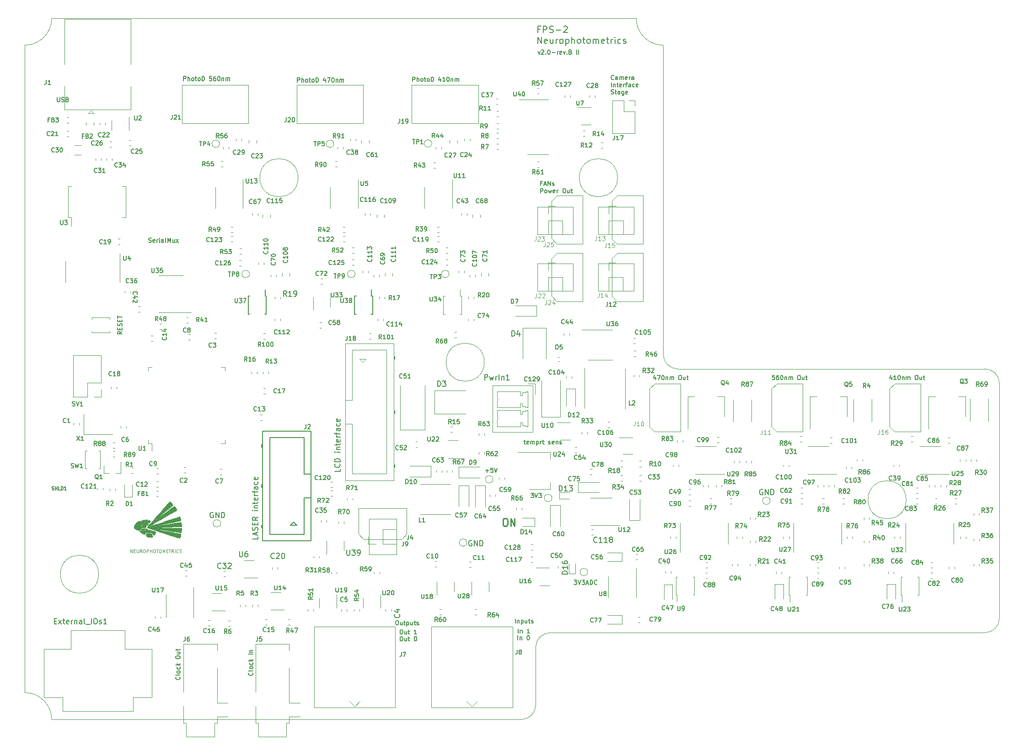
<source format=gbr>
G04 #@! TF.GenerationSoftware,KiCad,Pcbnew,(5.1.4)-1*
G04 #@! TF.CreationDate,2020-03-11T17:26:51+00:00*
G04 #@! TF.ProjectId,FPS-2_v1_revB_II,4650532d-325f-4763-915f-726576425f49,v1_revB II*
G04 #@! TF.SameCoordinates,PX4c3f880PY8011fc8*
G04 #@! TF.FileFunction,Legend,Top*
G04 #@! TF.FilePolarity,Positive*
%FSLAX46Y46*%
G04 Gerber Fmt 4.6, Leading zero omitted, Abs format (unit mm)*
G04 Created by KiCad (PCBNEW (5.1.4)-1) date 2020-03-11 17:26:51*
%MOMM*%
%LPD*%
G04 APERTURE LIST*
%ADD10C,0.120000*%
%ADD11C,0.130000*%
%ADD12C,0.200000*%
%ADD13C,0.150000*%
%ADD14C,0.010000*%
%ADD15C,0.100000*%
%ADD16C,0.250000*%
G04 APERTURE END LIST*
D10*
X33698034Y70827900D02*
G75*
G03X33698034Y70827900I-3535534J0D01*
G01*
X68179685Y36631171D02*
G75*
G03X68179685Y36631171I-3535534J0D01*
G01*
X146279685Y11131171D02*
G75*
G03X146279685Y11131171I-3535534J0D01*
G01*
X-3220315Y-2668829D02*
G75*
G03X-3220315Y-2668829I-3535534J0D01*
G01*
X92841934Y70827900D02*
G75*
G03X92841934Y70827900I-3535534J0D01*
G01*
X2651714Y1354172D02*
X2651714Y1954172D01*
X2994571Y1354172D01*
X2994571Y1954172D01*
X3280285Y1668458D02*
X3480285Y1668458D01*
X3566000Y1354172D02*
X3280285Y1354172D01*
X3280285Y1954172D01*
X3566000Y1954172D01*
X3823142Y1954172D02*
X3823142Y1468458D01*
X3851714Y1411315D01*
X3880285Y1382743D01*
X3937428Y1354172D01*
X4051714Y1354172D01*
X4108857Y1382743D01*
X4137428Y1411315D01*
X4166000Y1468458D01*
X4166000Y1954172D01*
X4794571Y1354172D02*
X4594571Y1639886D01*
X4451714Y1354172D02*
X4451714Y1954172D01*
X4680285Y1954172D01*
X4737428Y1925600D01*
X4766000Y1897029D01*
X4794571Y1839886D01*
X4794571Y1754172D01*
X4766000Y1697029D01*
X4737428Y1668458D01*
X4680285Y1639886D01*
X4451714Y1639886D01*
X5166000Y1954172D02*
X5280285Y1954172D01*
X5337428Y1925600D01*
X5394571Y1868458D01*
X5423142Y1754172D01*
X5423142Y1554172D01*
X5394571Y1439886D01*
X5337428Y1382743D01*
X5280285Y1354172D01*
X5166000Y1354172D01*
X5108857Y1382743D01*
X5051714Y1439886D01*
X5023142Y1554172D01*
X5023142Y1754172D01*
X5051714Y1868458D01*
X5108857Y1925600D01*
X5166000Y1954172D01*
X5680285Y1354172D02*
X5680285Y1954172D01*
X5908857Y1954172D01*
X5966000Y1925600D01*
X5994571Y1897029D01*
X6023142Y1839886D01*
X6023142Y1754172D01*
X5994571Y1697029D01*
X5966000Y1668458D01*
X5908857Y1639886D01*
X5680285Y1639886D01*
X6280285Y1354172D02*
X6280285Y1954172D01*
X6280285Y1668458D02*
X6623142Y1668458D01*
X6623142Y1354172D02*
X6623142Y1954172D01*
X7023142Y1954172D02*
X7137428Y1954172D01*
X7194571Y1925600D01*
X7251714Y1868458D01*
X7280285Y1754172D01*
X7280285Y1554172D01*
X7251714Y1439886D01*
X7194571Y1382743D01*
X7137428Y1354172D01*
X7023142Y1354172D01*
X6966000Y1382743D01*
X6908857Y1439886D01*
X6880285Y1554172D01*
X6880285Y1754172D01*
X6908857Y1868458D01*
X6966000Y1925600D01*
X7023142Y1954172D01*
X7451714Y1954172D02*
X7794571Y1954172D01*
X7623142Y1354172D02*
X7623142Y1954172D01*
X8108857Y1954172D02*
X8223142Y1954172D01*
X8280285Y1925600D01*
X8337428Y1868458D01*
X8366000Y1754172D01*
X8366000Y1554172D01*
X8337428Y1439886D01*
X8280285Y1382743D01*
X8223142Y1354172D01*
X8108857Y1354172D01*
X8051714Y1382743D01*
X7994571Y1439886D01*
X7966000Y1554172D01*
X7966000Y1754172D01*
X7994571Y1868458D01*
X8051714Y1925600D01*
X8108857Y1954172D01*
X8623142Y1354172D02*
X8623142Y1954172D01*
X8823142Y1525600D01*
X9023142Y1954172D01*
X9023142Y1354172D01*
X9308857Y1668458D02*
X9508857Y1668458D01*
X9594571Y1354172D02*
X9308857Y1354172D01*
X9308857Y1954172D01*
X9594571Y1954172D01*
X9766000Y1954172D02*
X10108857Y1954172D01*
X9937428Y1354172D02*
X9937428Y1954172D01*
X10651714Y1354172D02*
X10451714Y1639886D01*
X10308857Y1354172D02*
X10308857Y1954172D01*
X10537428Y1954172D01*
X10594571Y1925600D01*
X10623142Y1897029D01*
X10651714Y1839886D01*
X10651714Y1754172D01*
X10623142Y1697029D01*
X10594571Y1668458D01*
X10537428Y1639886D01*
X10308857Y1639886D01*
X10908857Y1354172D02*
X10908857Y1954172D01*
X11537428Y1411315D02*
X11508857Y1382743D01*
X11423142Y1354172D01*
X11366000Y1354172D01*
X11280285Y1382743D01*
X11223142Y1439886D01*
X11194571Y1497029D01*
X11166000Y1611315D01*
X11166000Y1697029D01*
X11194571Y1811315D01*
X11223142Y1868458D01*
X11280285Y1925600D01*
X11366000Y1954172D01*
X11423142Y1954172D01*
X11508857Y1925600D01*
X11537428Y1897029D01*
X11766000Y1382743D02*
X11851714Y1354172D01*
X11994571Y1354172D01*
X12051714Y1382743D01*
X12080285Y1411315D01*
X12108857Y1468458D01*
X12108857Y1525600D01*
X12080285Y1582743D01*
X12051714Y1611315D01*
X11994571Y1639886D01*
X11880285Y1668458D01*
X11823142Y1697029D01*
X11794571Y1725600D01*
X11766000Y1782743D01*
X11766000Y1839886D01*
X11794571Y1897029D01*
X11823142Y1925600D01*
X11880285Y1954172D01*
X12023142Y1954172D01*
X12108857Y1925600D01*
D11*
X74448380Y-13593704D02*
X74448380Y-12793704D01*
X74829333Y-13060371D02*
X74829333Y-13593704D01*
X74829333Y-13136561D02*
X74867428Y-13098466D01*
X74943619Y-13060371D01*
X75057904Y-13060371D01*
X75134095Y-13098466D01*
X75172190Y-13174657D01*
X75172190Y-13593704D01*
X76581714Y-13593704D02*
X76124571Y-13593704D01*
X76353142Y-13593704D02*
X76353142Y-12793704D01*
X76276952Y-12907990D01*
X76200761Y-12984180D01*
X76124571Y-13022276D01*
X74397580Y-14812904D02*
X74397580Y-14012904D01*
X74778533Y-14279571D02*
X74778533Y-14812904D01*
X74778533Y-14355761D02*
X74816628Y-14317666D01*
X74892819Y-14279571D01*
X75007104Y-14279571D01*
X75083295Y-14317666D01*
X75121390Y-14393857D01*
X75121390Y-14812904D01*
X76264247Y-14012904D02*
X76340438Y-14012904D01*
X76416628Y-14051000D01*
X76454723Y-14089095D01*
X76492819Y-14165285D01*
X76530914Y-14317666D01*
X76530914Y-14508142D01*
X76492819Y-14660523D01*
X76454723Y-14736714D01*
X76416628Y-14774809D01*
X76340438Y-14812904D01*
X76264247Y-14812904D01*
X76188057Y-14774809D01*
X76149961Y-14736714D01*
X76111866Y-14660523D01*
X76073771Y-14508142D01*
X76073771Y-14317666D01*
X76111866Y-14165285D01*
X76149961Y-14089095D01*
X76188057Y-14051000D01*
X76264247Y-14012904D01*
X52756819Y-14216104D02*
X52909200Y-14216104D01*
X52985390Y-14254200D01*
X53061580Y-14330390D01*
X53099676Y-14482771D01*
X53099676Y-14749438D01*
X53061580Y-14901819D01*
X52985390Y-14978009D01*
X52909200Y-15016104D01*
X52756819Y-15016104D01*
X52680628Y-14978009D01*
X52604438Y-14901819D01*
X52566342Y-14749438D01*
X52566342Y-14482771D01*
X52604438Y-14330390D01*
X52680628Y-14254200D01*
X52756819Y-14216104D01*
X53785390Y-14482771D02*
X53785390Y-15016104D01*
X53442533Y-14482771D02*
X53442533Y-14901819D01*
X53480628Y-14978009D01*
X53556819Y-15016104D01*
X53671104Y-15016104D01*
X53747295Y-14978009D01*
X53785390Y-14939914D01*
X54052057Y-14482771D02*
X54356819Y-14482771D01*
X54166342Y-14216104D02*
X54166342Y-14901819D01*
X54204438Y-14978009D01*
X54280628Y-15016104D01*
X54356819Y-15016104D01*
X55385390Y-14216104D02*
X55461580Y-14216104D01*
X55537771Y-14254200D01*
X55575866Y-14292295D01*
X55613961Y-14368485D01*
X55652057Y-14520866D01*
X55652057Y-14711342D01*
X55613961Y-14863723D01*
X55575866Y-14939914D01*
X55537771Y-14978009D01*
X55461580Y-15016104D01*
X55385390Y-15016104D01*
X55309200Y-14978009D01*
X55271104Y-14939914D01*
X55233009Y-14863723D01*
X55194914Y-14711342D01*
X55194914Y-14520866D01*
X55233009Y-14368485D01*
X55271104Y-14292295D01*
X55309200Y-14254200D01*
X55385390Y-14216104D01*
X52756819Y-12946104D02*
X52909200Y-12946104D01*
X52985390Y-12984200D01*
X53061580Y-13060390D01*
X53099676Y-13212771D01*
X53099676Y-13479438D01*
X53061580Y-13631819D01*
X52985390Y-13708009D01*
X52909200Y-13746104D01*
X52756819Y-13746104D01*
X52680628Y-13708009D01*
X52604438Y-13631819D01*
X52566342Y-13479438D01*
X52566342Y-13212771D01*
X52604438Y-13060390D01*
X52680628Y-12984200D01*
X52756819Y-12946104D01*
X53785390Y-13212771D02*
X53785390Y-13746104D01*
X53442533Y-13212771D02*
X53442533Y-13631819D01*
X53480628Y-13708009D01*
X53556819Y-13746104D01*
X53671104Y-13746104D01*
X53747295Y-13708009D01*
X53785390Y-13669914D01*
X54052057Y-13212771D02*
X54356819Y-13212771D01*
X54166342Y-12946104D02*
X54166342Y-13631819D01*
X54204438Y-13708009D01*
X54280628Y-13746104D01*
X54356819Y-13746104D01*
X55652057Y-13746104D02*
X55194914Y-13746104D01*
X55423485Y-13746104D02*
X55423485Y-12946104D01*
X55347295Y-13060390D01*
X55271104Y-13136580D01*
X55194914Y-13174676D01*
X51963142Y-11269704D02*
X52115523Y-11269704D01*
X52191714Y-11307800D01*
X52267904Y-11383990D01*
X52306000Y-11536371D01*
X52306000Y-11803038D01*
X52267904Y-11955419D01*
X52191714Y-12031609D01*
X52115523Y-12069704D01*
X51963142Y-12069704D01*
X51886952Y-12031609D01*
X51810761Y-11955419D01*
X51772666Y-11803038D01*
X51772666Y-11536371D01*
X51810761Y-11383990D01*
X51886952Y-11307800D01*
X51963142Y-11269704D01*
X52991714Y-11536371D02*
X52991714Y-12069704D01*
X52648857Y-11536371D02*
X52648857Y-11955419D01*
X52686952Y-12031609D01*
X52763142Y-12069704D01*
X52877428Y-12069704D01*
X52953619Y-12031609D01*
X52991714Y-11993514D01*
X53258380Y-11536371D02*
X53563142Y-11536371D01*
X53372666Y-11269704D02*
X53372666Y-11955419D01*
X53410761Y-12031609D01*
X53486952Y-12069704D01*
X53563142Y-12069704D01*
X53829809Y-11536371D02*
X53829809Y-12336371D01*
X53829809Y-11574466D02*
X53906000Y-11536371D01*
X54058380Y-11536371D01*
X54134571Y-11574466D01*
X54172666Y-11612561D01*
X54210761Y-11688752D01*
X54210761Y-11917323D01*
X54172666Y-11993514D01*
X54134571Y-12031609D01*
X54058380Y-12069704D01*
X53906000Y-12069704D01*
X53829809Y-12031609D01*
X54896476Y-11536371D02*
X54896476Y-12069704D01*
X54553619Y-11536371D02*
X54553619Y-11955419D01*
X54591714Y-12031609D01*
X54667904Y-12069704D01*
X54782190Y-12069704D01*
X54858380Y-12031609D01*
X54896476Y-11993514D01*
X55163142Y-11536371D02*
X55467904Y-11536371D01*
X55277428Y-11269704D02*
X55277428Y-11955419D01*
X55315523Y-12031609D01*
X55391714Y-12069704D01*
X55467904Y-12069704D01*
X55696476Y-12031609D02*
X55772666Y-12069704D01*
X55925047Y-12069704D01*
X56001238Y-12031609D01*
X56039333Y-11955419D01*
X56039333Y-11917323D01*
X56001238Y-11841133D01*
X55925047Y-11803038D01*
X55810761Y-11803038D01*
X55734571Y-11764942D01*
X55696476Y-11688752D01*
X55696476Y-11650657D01*
X55734571Y-11574466D01*
X55810761Y-11536371D01*
X55925047Y-11536371D01*
X56001238Y-11574466D01*
X73908704Y-11714104D02*
X73908704Y-10914104D01*
X74289657Y-11180771D02*
X74289657Y-11714104D01*
X74289657Y-11256961D02*
X74327752Y-11218866D01*
X74403942Y-11180771D01*
X74518228Y-11180771D01*
X74594419Y-11218866D01*
X74632514Y-11295057D01*
X74632514Y-11714104D01*
X75013466Y-11180771D02*
X75013466Y-11980771D01*
X75013466Y-11218866D02*
X75089657Y-11180771D01*
X75242038Y-11180771D01*
X75318228Y-11218866D01*
X75356323Y-11256961D01*
X75394419Y-11333152D01*
X75394419Y-11561723D01*
X75356323Y-11637914D01*
X75318228Y-11676009D01*
X75242038Y-11714104D01*
X75089657Y-11714104D01*
X75013466Y-11676009D01*
X76080133Y-11180771D02*
X76080133Y-11714104D01*
X75737276Y-11180771D02*
X75737276Y-11599819D01*
X75775371Y-11676009D01*
X75851561Y-11714104D01*
X75965847Y-11714104D01*
X76042038Y-11676009D01*
X76080133Y-11637914D01*
X76346800Y-11180771D02*
X76651561Y-11180771D01*
X76461085Y-10914104D02*
X76461085Y-11599819D01*
X76499180Y-11676009D01*
X76575371Y-11714104D01*
X76651561Y-11714104D01*
X76880133Y-11676009D02*
X76956323Y-11714104D01*
X77108704Y-11714104D01*
X77184895Y-11676009D01*
X77222990Y-11599819D01*
X77222990Y-11561723D01*
X77184895Y-11485533D01*
X77108704Y-11447438D01*
X76994419Y-11447438D01*
X76918228Y-11409342D01*
X76880133Y-11333152D01*
X76880133Y-11295057D01*
X76918228Y-11218866D01*
X76994419Y-11180771D01*
X77108704Y-11180771D01*
X77184895Y-11218866D01*
X6078880Y58883591D02*
X6193166Y58845496D01*
X6383642Y58845496D01*
X6459833Y58883591D01*
X6497928Y58921686D01*
X6536023Y58997877D01*
X6536023Y59074067D01*
X6497928Y59150258D01*
X6459833Y59188353D01*
X6383642Y59226448D01*
X6231261Y59264543D01*
X6155071Y59302639D01*
X6116976Y59340734D01*
X6078880Y59416924D01*
X6078880Y59493115D01*
X6116976Y59569305D01*
X6155071Y59607400D01*
X6231261Y59645496D01*
X6421738Y59645496D01*
X6536023Y59607400D01*
X7183642Y58883591D02*
X7107452Y58845496D01*
X6955071Y58845496D01*
X6878880Y58883591D01*
X6840785Y58959781D01*
X6840785Y59264543D01*
X6878880Y59340734D01*
X6955071Y59378829D01*
X7107452Y59378829D01*
X7183642Y59340734D01*
X7221738Y59264543D01*
X7221738Y59188353D01*
X6840785Y59112162D01*
X7564595Y58845496D02*
X7564595Y59378829D01*
X7564595Y59226448D02*
X7602690Y59302639D01*
X7640785Y59340734D01*
X7716976Y59378829D01*
X7793166Y59378829D01*
X8059833Y58845496D02*
X8059833Y59378829D01*
X8059833Y59645496D02*
X8021738Y59607400D01*
X8059833Y59569305D01*
X8097928Y59607400D01*
X8059833Y59645496D01*
X8059833Y59569305D01*
X8783642Y58845496D02*
X8783642Y59264543D01*
X8745547Y59340734D01*
X8669357Y59378829D01*
X8516976Y59378829D01*
X8440785Y59340734D01*
X8783642Y58883591D02*
X8707452Y58845496D01*
X8516976Y58845496D01*
X8440785Y58883591D01*
X8402690Y58959781D01*
X8402690Y59035972D01*
X8440785Y59112162D01*
X8516976Y59150258D01*
X8707452Y59150258D01*
X8783642Y59188353D01*
X9278880Y58845496D02*
X9202690Y58883591D01*
X9164595Y58959781D01*
X9164595Y59645496D01*
X9583642Y58845496D02*
X9583642Y59645496D01*
X9850309Y59074067D01*
X10116976Y59645496D01*
X10116976Y58845496D01*
X10840785Y59378829D02*
X10840785Y58845496D01*
X10497928Y59378829D02*
X10497928Y58959781D01*
X10536023Y58883591D01*
X10612214Y58845496D01*
X10726500Y58845496D01*
X10802690Y58883591D01*
X10840785Y58921686D01*
X11145547Y58845496D02*
X11564595Y59378829D01*
X11145547Y59378829D02*
X11564595Y58845496D01*
D10*
X77698000Y-16208600D02*
X77698000Y-26908600D01*
X77698000Y-16208600D02*
G75*
G02X80398000Y-13508600I2700000J0D01*
G01*
X160848000Y-13508600D02*
X80398000Y-13508600D01*
X77698000Y-26908600D02*
G75*
G02X74998000Y-29608600I-2700000J0D01*
G01*
X163548000Y-10808600D02*
G75*
G02X160848000Y-13508600I-2700000J0D01*
G01*
X160848000Y35391400D02*
G75*
G02X163548000Y32691400I0J-2700000D01*
G01*
X160848000Y35391400D02*
X103998000Y35391400D01*
X163548000Y32691400D02*
X163548000Y-10808600D01*
X-11902000Y100391400D02*
X96298000Y100391400D01*
X-16902000Y-24608600D02*
X-16902000Y95391400D01*
X74998000Y-29608600D02*
X-11902000Y-29608600D01*
X103998000Y35391400D02*
G75*
G02X101298000Y38091400I0J2700000D01*
G01*
X101298000Y95391400D02*
X101298000Y38091400D01*
X-11902000Y-29608600D02*
G75*
G03X-16902000Y-24608600I-5000000J0D01*
G01*
X96298000Y100391400D02*
G75*
G03X101298000Y95391400I5000000J0D01*
G01*
X-16902000Y95391400D02*
G75*
G03X-11902000Y100391400I0J5000000D01*
G01*
D11*
X75504290Y21991629D02*
X75809052Y21991629D01*
X75618576Y22258296D02*
X75618576Y21572581D01*
X75656671Y21496391D01*
X75732861Y21458296D01*
X75809052Y21458296D01*
X76380480Y21496391D02*
X76304290Y21458296D01*
X76151909Y21458296D01*
X76075719Y21496391D01*
X76037623Y21572581D01*
X76037623Y21877343D01*
X76075719Y21953534D01*
X76151909Y21991629D01*
X76304290Y21991629D01*
X76380480Y21953534D01*
X76418576Y21877343D01*
X76418576Y21801153D01*
X76037623Y21724962D01*
X76761433Y21458296D02*
X76761433Y21991629D01*
X76761433Y21915439D02*
X76799528Y21953534D01*
X76875719Y21991629D01*
X76990004Y21991629D01*
X77066195Y21953534D01*
X77104290Y21877343D01*
X77104290Y21458296D01*
X77104290Y21877343D02*
X77142385Y21953534D01*
X77218576Y21991629D01*
X77332861Y21991629D01*
X77409052Y21953534D01*
X77447147Y21877343D01*
X77447147Y21458296D01*
X77828100Y21991629D02*
X77828100Y21191629D01*
X77828100Y21953534D02*
X77904290Y21991629D01*
X78056671Y21991629D01*
X78132861Y21953534D01*
X78170957Y21915439D01*
X78209052Y21839248D01*
X78209052Y21610677D01*
X78170957Y21534486D01*
X78132861Y21496391D01*
X78056671Y21458296D01*
X77904290Y21458296D01*
X77828100Y21496391D01*
X78551909Y21458296D02*
X78551909Y21991629D01*
X78551909Y21839248D02*
X78590004Y21915439D01*
X78628100Y21953534D01*
X78704290Y21991629D01*
X78780480Y21991629D01*
X78932861Y21991629D02*
X79237623Y21991629D01*
X79047147Y22258296D02*
X79047147Y21572581D01*
X79085242Y21496391D01*
X79161433Y21458296D01*
X79237623Y21458296D01*
X80075719Y21496391D02*
X80151909Y21458296D01*
X80304290Y21458296D01*
X80380480Y21496391D01*
X80418576Y21572581D01*
X80418576Y21610677D01*
X80380480Y21686867D01*
X80304290Y21724962D01*
X80190004Y21724962D01*
X80113814Y21763058D01*
X80075719Y21839248D01*
X80075719Y21877343D01*
X80113814Y21953534D01*
X80190004Y21991629D01*
X80304290Y21991629D01*
X80380480Y21953534D01*
X81066195Y21496391D02*
X80990004Y21458296D01*
X80837623Y21458296D01*
X80761433Y21496391D01*
X80723338Y21572581D01*
X80723338Y21877343D01*
X80761433Y21953534D01*
X80837623Y21991629D01*
X80990004Y21991629D01*
X81066195Y21953534D01*
X81104290Y21877343D01*
X81104290Y21801153D01*
X80723338Y21724962D01*
X81447147Y21991629D02*
X81447147Y21458296D01*
X81447147Y21915439D02*
X81485242Y21953534D01*
X81561433Y21991629D01*
X81675719Y21991629D01*
X81751909Y21953534D01*
X81790004Y21877343D01*
X81790004Y21458296D01*
X82132861Y21496391D02*
X82209052Y21458296D01*
X82361433Y21458296D01*
X82437623Y21496391D01*
X82475719Y21572581D01*
X82475719Y21610677D01*
X82437623Y21686867D01*
X82361433Y21724962D01*
X82247147Y21724962D01*
X82170957Y21763058D01*
X82132861Y21839248D01*
X82132861Y21877343D01*
X82170957Y21953534D01*
X82247147Y21991629D01*
X82361433Y21991629D01*
X82437623Y21953534D01*
X78116185Y94266829D02*
X78306661Y93733496D01*
X78497138Y94266829D01*
X78763804Y94457305D02*
X78801900Y94495400D01*
X78878090Y94533496D01*
X79068566Y94533496D01*
X79144757Y94495400D01*
X79182852Y94457305D01*
X79220947Y94381115D01*
X79220947Y94304924D01*
X79182852Y94190639D01*
X78725709Y93733496D01*
X79220947Y93733496D01*
X79563804Y93809686D02*
X79601900Y93771591D01*
X79563804Y93733496D01*
X79525709Y93771591D01*
X79563804Y93809686D01*
X79563804Y93733496D01*
X80097138Y94533496D02*
X80173328Y94533496D01*
X80249519Y94495400D01*
X80287614Y94457305D01*
X80325709Y94381115D01*
X80363804Y94228734D01*
X80363804Y94038258D01*
X80325709Y93885877D01*
X80287614Y93809686D01*
X80249519Y93771591D01*
X80173328Y93733496D01*
X80097138Y93733496D01*
X80020947Y93771591D01*
X79982852Y93809686D01*
X79944757Y93885877D01*
X79906661Y94038258D01*
X79906661Y94228734D01*
X79944757Y94381115D01*
X79982852Y94457305D01*
X80020947Y94495400D01*
X80097138Y94533496D01*
X80706661Y94038258D02*
X81316185Y94038258D01*
X81697138Y93733496D02*
X81697138Y94266829D01*
X81697138Y94114448D02*
X81735233Y94190639D01*
X81773328Y94228734D01*
X81849519Y94266829D01*
X81925709Y94266829D01*
X82497138Y93771591D02*
X82420947Y93733496D01*
X82268566Y93733496D01*
X82192376Y93771591D01*
X82154280Y93847781D01*
X82154280Y94152543D01*
X82192376Y94228734D01*
X82268566Y94266829D01*
X82420947Y94266829D01*
X82497138Y94228734D01*
X82535233Y94152543D01*
X82535233Y94076353D01*
X82154280Y94000162D01*
X82801900Y94266829D02*
X82992376Y93733496D01*
X83182852Y94266829D01*
X83487614Y93809686D02*
X83525709Y93771591D01*
X83487614Y93733496D01*
X83449519Y93771591D01*
X83487614Y93809686D01*
X83487614Y93733496D01*
X84135233Y94152543D02*
X84249519Y94114448D01*
X84287614Y94076353D01*
X84325709Y94000162D01*
X84325709Y93885877D01*
X84287614Y93809686D01*
X84249519Y93771591D01*
X84173328Y93733496D01*
X83868566Y93733496D01*
X83868566Y94533496D01*
X84135233Y94533496D01*
X84211423Y94495400D01*
X84249519Y94457305D01*
X84287614Y94381115D01*
X84287614Y94304924D01*
X84249519Y94228734D01*
X84211423Y94190639D01*
X84135233Y94152543D01*
X83868566Y94152543D01*
X85278090Y93733496D02*
X85278090Y94533496D01*
X85659042Y93733496D02*
X85659042Y94533496D01*
X92172119Y89080686D02*
X92134023Y89042591D01*
X92019738Y89004496D01*
X91943547Y89004496D01*
X91829261Y89042591D01*
X91753071Y89118781D01*
X91714976Y89194972D01*
X91676880Y89347353D01*
X91676880Y89461639D01*
X91714976Y89614020D01*
X91753071Y89690210D01*
X91829261Y89766400D01*
X91943547Y89804496D01*
X92019738Y89804496D01*
X92134023Y89766400D01*
X92172119Y89728305D01*
X92857833Y89004496D02*
X92857833Y89423543D01*
X92819738Y89499734D01*
X92743547Y89537829D01*
X92591166Y89537829D01*
X92514976Y89499734D01*
X92857833Y89042591D02*
X92781642Y89004496D01*
X92591166Y89004496D01*
X92514976Y89042591D01*
X92476880Y89118781D01*
X92476880Y89194972D01*
X92514976Y89271162D01*
X92591166Y89309258D01*
X92781642Y89309258D01*
X92857833Y89347353D01*
X93238785Y89004496D02*
X93238785Y89537829D01*
X93238785Y89461639D02*
X93276880Y89499734D01*
X93353071Y89537829D01*
X93467357Y89537829D01*
X93543547Y89499734D01*
X93581642Y89423543D01*
X93581642Y89004496D01*
X93581642Y89423543D02*
X93619738Y89499734D01*
X93695928Y89537829D01*
X93810214Y89537829D01*
X93886404Y89499734D01*
X93924500Y89423543D01*
X93924500Y89004496D01*
X94610214Y89042591D02*
X94534023Y89004496D01*
X94381642Y89004496D01*
X94305452Y89042591D01*
X94267357Y89118781D01*
X94267357Y89423543D01*
X94305452Y89499734D01*
X94381642Y89537829D01*
X94534023Y89537829D01*
X94610214Y89499734D01*
X94648309Y89423543D01*
X94648309Y89347353D01*
X94267357Y89271162D01*
X94991166Y89004496D02*
X94991166Y89537829D01*
X94991166Y89385448D02*
X95029261Y89461639D01*
X95067357Y89499734D01*
X95143547Y89537829D01*
X95219738Y89537829D01*
X95829261Y89004496D02*
X95829261Y89423543D01*
X95791166Y89499734D01*
X95714976Y89537829D01*
X95562595Y89537829D01*
X95486404Y89499734D01*
X95829261Y89042591D02*
X95753071Y89004496D01*
X95562595Y89004496D01*
X95486404Y89042591D01*
X95448309Y89118781D01*
X95448309Y89194972D01*
X95486404Y89271162D01*
X95562595Y89309258D01*
X95753071Y89309258D01*
X95829261Y89347353D01*
X91714976Y87674496D02*
X91714976Y88474496D01*
X92095928Y88207829D02*
X92095928Y87674496D01*
X92095928Y88131639D02*
X92134023Y88169734D01*
X92210214Y88207829D01*
X92324500Y88207829D01*
X92400690Y88169734D01*
X92438785Y88093543D01*
X92438785Y87674496D01*
X92705452Y88207829D02*
X93010214Y88207829D01*
X92819738Y88474496D02*
X92819738Y87788781D01*
X92857833Y87712591D01*
X92934023Y87674496D01*
X93010214Y87674496D01*
X93581642Y87712591D02*
X93505452Y87674496D01*
X93353071Y87674496D01*
X93276880Y87712591D01*
X93238785Y87788781D01*
X93238785Y88093543D01*
X93276880Y88169734D01*
X93353071Y88207829D01*
X93505452Y88207829D01*
X93581642Y88169734D01*
X93619738Y88093543D01*
X93619738Y88017353D01*
X93238785Y87941162D01*
X93962595Y87674496D02*
X93962595Y88207829D01*
X93962595Y88055448D02*
X94000690Y88131639D01*
X94038785Y88169734D01*
X94114976Y88207829D01*
X94191166Y88207829D01*
X94343547Y88207829D02*
X94648309Y88207829D01*
X94457833Y87674496D02*
X94457833Y88360210D01*
X94495928Y88436400D01*
X94572119Y88474496D01*
X94648309Y88474496D01*
X95257833Y87674496D02*
X95257833Y88093543D01*
X95219738Y88169734D01*
X95143547Y88207829D01*
X94991166Y88207829D01*
X94914976Y88169734D01*
X95257833Y87712591D02*
X95181642Y87674496D01*
X94991166Y87674496D01*
X94914976Y87712591D01*
X94876880Y87788781D01*
X94876880Y87864972D01*
X94914976Y87941162D01*
X94991166Y87979258D01*
X95181642Y87979258D01*
X95257833Y88017353D01*
X95981642Y87712591D02*
X95905452Y87674496D01*
X95753071Y87674496D01*
X95676880Y87712591D01*
X95638785Y87750686D01*
X95600690Y87826877D01*
X95600690Y88055448D01*
X95638785Y88131639D01*
X95676880Y88169734D01*
X95753071Y88207829D01*
X95905452Y88207829D01*
X95981642Y88169734D01*
X96629261Y87712591D02*
X96553071Y87674496D01*
X96400690Y87674496D01*
X96324500Y87712591D01*
X96286404Y87788781D01*
X96286404Y88093543D01*
X96324500Y88169734D01*
X96400690Y88207829D01*
X96553071Y88207829D01*
X96629261Y88169734D01*
X96667357Y88093543D01*
X96667357Y88017353D01*
X96286404Y87941162D01*
X91676880Y86382591D02*
X91791166Y86344496D01*
X91981642Y86344496D01*
X92057833Y86382591D01*
X92095928Y86420686D01*
X92134023Y86496877D01*
X92134023Y86573067D01*
X92095928Y86649258D01*
X92057833Y86687353D01*
X91981642Y86725448D01*
X91829261Y86763543D01*
X91753071Y86801639D01*
X91714976Y86839734D01*
X91676880Y86915924D01*
X91676880Y86992115D01*
X91714976Y87068305D01*
X91753071Y87106400D01*
X91829261Y87144496D01*
X92019738Y87144496D01*
X92134023Y87106400D01*
X92362595Y86877829D02*
X92667357Y86877829D01*
X92476880Y87144496D02*
X92476880Y86458781D01*
X92514976Y86382591D01*
X92591166Y86344496D01*
X92667357Y86344496D01*
X93276880Y86344496D02*
X93276880Y86763543D01*
X93238785Y86839734D01*
X93162595Y86877829D01*
X93010214Y86877829D01*
X92934023Y86839734D01*
X93276880Y86382591D02*
X93200690Y86344496D01*
X93010214Y86344496D01*
X92934023Y86382591D01*
X92895928Y86458781D01*
X92895928Y86534972D01*
X92934023Y86611162D01*
X93010214Y86649258D01*
X93200690Y86649258D01*
X93276880Y86687353D01*
X94000690Y86877829D02*
X94000690Y86230210D01*
X93962595Y86154020D01*
X93924500Y86115924D01*
X93848309Y86077829D01*
X93734023Y86077829D01*
X93657833Y86115924D01*
X94000690Y86382591D02*
X93924500Y86344496D01*
X93772119Y86344496D01*
X93695928Y86382591D01*
X93657833Y86420686D01*
X93619738Y86496877D01*
X93619738Y86725448D01*
X93657833Y86801639D01*
X93695928Y86839734D01*
X93772119Y86877829D01*
X93924500Y86877829D01*
X94000690Y86839734D01*
X94686404Y86382591D02*
X94610214Y86344496D01*
X94457833Y86344496D01*
X94381642Y86382591D01*
X94343547Y86458781D01*
X94343547Y86763543D01*
X94381642Y86839734D01*
X94457833Y86877829D01*
X94610214Y86877829D01*
X94686404Y86839734D01*
X94724500Y86763543D01*
X94724500Y86687353D01*
X94343547Y86611162D01*
X121905928Y34188096D02*
X121524976Y34188096D01*
X121486880Y33807143D01*
X121524976Y33845239D01*
X121601166Y33883334D01*
X121791642Y33883334D01*
X121867833Y33845239D01*
X121905928Y33807143D01*
X121944023Y33730953D01*
X121944023Y33540477D01*
X121905928Y33464286D01*
X121867833Y33426191D01*
X121791642Y33388096D01*
X121601166Y33388096D01*
X121524976Y33426191D01*
X121486880Y33464286D01*
X122629738Y34188096D02*
X122477357Y34188096D01*
X122401166Y34150000D01*
X122363071Y34111905D01*
X122286880Y33997620D01*
X122248785Y33845239D01*
X122248785Y33540477D01*
X122286880Y33464286D01*
X122324976Y33426191D01*
X122401166Y33388096D01*
X122553547Y33388096D01*
X122629738Y33426191D01*
X122667833Y33464286D01*
X122705928Y33540477D01*
X122705928Y33730953D01*
X122667833Y33807143D01*
X122629738Y33845239D01*
X122553547Y33883334D01*
X122401166Y33883334D01*
X122324976Y33845239D01*
X122286880Y33807143D01*
X122248785Y33730953D01*
X123201166Y34188096D02*
X123277357Y34188096D01*
X123353547Y34150000D01*
X123391642Y34111905D01*
X123429738Y34035715D01*
X123467833Y33883334D01*
X123467833Y33692858D01*
X123429738Y33540477D01*
X123391642Y33464286D01*
X123353547Y33426191D01*
X123277357Y33388096D01*
X123201166Y33388096D01*
X123124976Y33426191D01*
X123086880Y33464286D01*
X123048785Y33540477D01*
X123010690Y33692858D01*
X123010690Y33883334D01*
X123048785Y34035715D01*
X123086880Y34111905D01*
X123124976Y34150000D01*
X123201166Y34188096D01*
X123810690Y33921429D02*
X123810690Y33388096D01*
X123810690Y33845239D02*
X123848785Y33883334D01*
X123924976Y33921429D01*
X124039261Y33921429D01*
X124115452Y33883334D01*
X124153547Y33807143D01*
X124153547Y33388096D01*
X124534500Y33388096D02*
X124534500Y33921429D01*
X124534500Y33845239D02*
X124572595Y33883334D01*
X124648785Y33921429D01*
X124763071Y33921429D01*
X124839261Y33883334D01*
X124877357Y33807143D01*
X124877357Y33388096D01*
X124877357Y33807143D02*
X124915452Y33883334D01*
X124991642Y33921429D01*
X125105928Y33921429D01*
X125182119Y33883334D01*
X125220214Y33807143D01*
X125220214Y33388096D01*
X126363071Y34188096D02*
X126515452Y34188096D01*
X126591642Y34150000D01*
X126667833Y34073810D01*
X126705928Y33921429D01*
X126705928Y33654762D01*
X126667833Y33502381D01*
X126591642Y33426191D01*
X126515452Y33388096D01*
X126363071Y33388096D01*
X126286880Y33426191D01*
X126210690Y33502381D01*
X126172595Y33654762D01*
X126172595Y33921429D01*
X126210690Y34073810D01*
X126286880Y34150000D01*
X126363071Y34188096D01*
X127391642Y33921429D02*
X127391642Y33388096D01*
X127048785Y33921429D02*
X127048785Y33502381D01*
X127086880Y33426191D01*
X127163071Y33388096D01*
X127277357Y33388096D01*
X127353547Y33426191D01*
X127391642Y33464286D01*
X127658309Y33921429D02*
X127963071Y33921429D01*
X127772595Y34188096D02*
X127772595Y33502381D01*
X127810690Y33426191D01*
X127886880Y33388096D01*
X127963071Y33388096D01*
X99867833Y33921429D02*
X99867833Y33388096D01*
X99677357Y34226191D02*
X99486880Y33654762D01*
X99982119Y33654762D01*
X100210690Y34188096D02*
X100744023Y34188096D01*
X100401166Y33388096D01*
X101201166Y34188096D02*
X101277357Y34188096D01*
X101353547Y34150000D01*
X101391642Y34111905D01*
X101429738Y34035715D01*
X101467833Y33883334D01*
X101467833Y33692858D01*
X101429738Y33540477D01*
X101391642Y33464286D01*
X101353547Y33426191D01*
X101277357Y33388096D01*
X101201166Y33388096D01*
X101124976Y33426191D01*
X101086880Y33464286D01*
X101048785Y33540477D01*
X101010690Y33692858D01*
X101010690Y33883334D01*
X101048785Y34035715D01*
X101086880Y34111905D01*
X101124976Y34150000D01*
X101201166Y34188096D01*
X101810690Y33921429D02*
X101810690Y33388096D01*
X101810690Y33845239D02*
X101848785Y33883334D01*
X101924976Y33921429D01*
X102039261Y33921429D01*
X102115452Y33883334D01*
X102153547Y33807143D01*
X102153547Y33388096D01*
X102534500Y33388096D02*
X102534500Y33921429D01*
X102534500Y33845239D02*
X102572595Y33883334D01*
X102648785Y33921429D01*
X102763071Y33921429D01*
X102839261Y33883334D01*
X102877357Y33807143D01*
X102877357Y33388096D01*
X102877357Y33807143D02*
X102915452Y33883334D01*
X102991642Y33921429D01*
X103105928Y33921429D01*
X103182119Y33883334D01*
X103220214Y33807143D01*
X103220214Y33388096D01*
X104363071Y34188096D02*
X104515452Y34188096D01*
X104591642Y34150000D01*
X104667833Y34073810D01*
X104705928Y33921429D01*
X104705928Y33654762D01*
X104667833Y33502381D01*
X104591642Y33426191D01*
X104515452Y33388096D01*
X104363071Y33388096D01*
X104286880Y33426191D01*
X104210690Y33502381D01*
X104172595Y33654762D01*
X104172595Y33921429D01*
X104210690Y34073810D01*
X104286880Y34150000D01*
X104363071Y34188096D01*
X105391642Y33921429D02*
X105391642Y33388096D01*
X105048785Y33921429D02*
X105048785Y33502381D01*
X105086880Y33426191D01*
X105163071Y33388096D01*
X105277357Y33388096D01*
X105353547Y33426191D01*
X105391642Y33464286D01*
X105658309Y33921429D02*
X105963071Y33921429D01*
X105772595Y34188096D02*
X105772595Y33502381D01*
X105810690Y33426191D01*
X105886880Y33388096D01*
X105963071Y33388096D01*
X143617833Y33921429D02*
X143617833Y33388096D01*
X143427357Y34226191D02*
X143236880Y33654762D01*
X143732119Y33654762D01*
X144455928Y33388096D02*
X143998785Y33388096D01*
X144227357Y33388096D02*
X144227357Y34188096D01*
X144151166Y34073810D01*
X144074976Y33997620D01*
X143998785Y33959524D01*
X144951166Y34188096D02*
X145027357Y34188096D01*
X145103547Y34150000D01*
X145141642Y34111905D01*
X145179738Y34035715D01*
X145217833Y33883334D01*
X145217833Y33692858D01*
X145179738Y33540477D01*
X145141642Y33464286D01*
X145103547Y33426191D01*
X145027357Y33388096D01*
X144951166Y33388096D01*
X144874976Y33426191D01*
X144836880Y33464286D01*
X144798785Y33540477D01*
X144760690Y33692858D01*
X144760690Y33883334D01*
X144798785Y34035715D01*
X144836880Y34111905D01*
X144874976Y34150000D01*
X144951166Y34188096D01*
X145560690Y33921429D02*
X145560690Y33388096D01*
X145560690Y33845239D02*
X145598785Y33883334D01*
X145674976Y33921429D01*
X145789261Y33921429D01*
X145865452Y33883334D01*
X145903547Y33807143D01*
X145903547Y33388096D01*
X146284500Y33388096D02*
X146284500Y33921429D01*
X146284500Y33845239D02*
X146322595Y33883334D01*
X146398785Y33921429D01*
X146513071Y33921429D01*
X146589261Y33883334D01*
X146627357Y33807143D01*
X146627357Y33388096D01*
X146627357Y33807143D02*
X146665452Y33883334D01*
X146741642Y33921429D01*
X146855928Y33921429D01*
X146932119Y33883334D01*
X146970214Y33807143D01*
X146970214Y33388096D01*
X148113071Y34188096D02*
X148265452Y34188096D01*
X148341642Y34150000D01*
X148417833Y34073810D01*
X148455928Y33921429D01*
X148455928Y33654762D01*
X148417833Y33502381D01*
X148341642Y33426191D01*
X148265452Y33388096D01*
X148113071Y33388096D01*
X148036880Y33426191D01*
X147960690Y33502381D01*
X147922595Y33654762D01*
X147922595Y33921429D01*
X147960690Y34073810D01*
X148036880Y34150000D01*
X148113071Y34188096D01*
X149141642Y33921429D02*
X149141642Y33388096D01*
X148798785Y33921429D02*
X148798785Y33502381D01*
X148836880Y33426191D01*
X148913071Y33388096D01*
X149027357Y33388096D01*
X149103547Y33426191D01*
X149141642Y33464286D01*
X149408309Y33921429D02*
X149713071Y33921429D01*
X149522595Y34188096D02*
X149522595Y33502381D01*
X149560690Y33426191D01*
X149636880Y33388096D01*
X149713071Y33388096D01*
X-10877024Y85729496D02*
X-10877024Y85081877D01*
X-10838929Y85005686D01*
X-10800834Y84967591D01*
X-10724643Y84929496D01*
X-10572262Y84929496D01*
X-10496072Y84967591D01*
X-10457977Y85005686D01*
X-10419881Y85081877D01*
X-10419881Y85729496D01*
X-10077024Y84967591D02*
X-9962739Y84929496D01*
X-9772262Y84929496D01*
X-9696072Y84967591D01*
X-9657977Y85005686D01*
X-9619881Y85081877D01*
X-9619881Y85158067D01*
X-9657977Y85234258D01*
X-9696072Y85272353D01*
X-9772262Y85310448D01*
X-9924643Y85348543D01*
X-10000834Y85386639D01*
X-10038929Y85424734D01*
X-10077024Y85500924D01*
X-10077024Y85577115D01*
X-10038929Y85653305D01*
X-10000834Y85691400D01*
X-9924643Y85729496D01*
X-9734167Y85729496D01*
X-9619881Y85691400D01*
X-9010358Y85348543D02*
X-8896072Y85310448D01*
X-8857977Y85272353D01*
X-8819881Y85196162D01*
X-8819881Y85081877D01*
X-8857977Y85005686D01*
X-8896072Y84967591D01*
X-8972262Y84929496D01*
X-9277024Y84929496D01*
X-9277024Y85729496D01*
X-9010358Y85729496D01*
X-8934167Y85691400D01*
X-8896072Y85653305D01*
X-8857977Y85577115D01*
X-8857977Y85500924D01*
X-8896072Y85424734D01*
X-8934167Y85386639D01*
X-9010358Y85348543D01*
X-9277024Y85348543D01*
X78862542Y69784743D02*
X78595876Y69784743D01*
X78595876Y69365696D02*
X78595876Y70165696D01*
X78976828Y70165696D01*
X79243495Y69594267D02*
X79624447Y69594267D01*
X79167304Y69365696D02*
X79433971Y70165696D01*
X79700638Y69365696D01*
X79967304Y69365696D02*
X79967304Y70165696D01*
X80424447Y69365696D01*
X80424447Y70165696D01*
X80767304Y69403791D02*
X80843495Y69365696D01*
X80995876Y69365696D01*
X81072066Y69403791D01*
X81110161Y69479981D01*
X81110161Y69518077D01*
X81072066Y69594267D01*
X80995876Y69632362D01*
X80881590Y69632362D01*
X80805400Y69670458D01*
X80767304Y69746648D01*
X80767304Y69784743D01*
X80805400Y69860934D01*
X80881590Y69899029D01*
X80995876Y69899029D01*
X81072066Y69860934D01*
X78595876Y68035696D02*
X78595876Y68835696D01*
X78900638Y68835696D01*
X78976828Y68797600D01*
X79014923Y68759505D01*
X79053019Y68683315D01*
X79053019Y68569029D01*
X79014923Y68492839D01*
X78976828Y68454743D01*
X78900638Y68416648D01*
X78595876Y68416648D01*
X79510161Y68035696D02*
X79433971Y68073791D01*
X79395876Y68111886D01*
X79357780Y68188077D01*
X79357780Y68416648D01*
X79395876Y68492839D01*
X79433971Y68530934D01*
X79510161Y68569029D01*
X79624447Y68569029D01*
X79700638Y68530934D01*
X79738733Y68492839D01*
X79776828Y68416648D01*
X79776828Y68188077D01*
X79738733Y68111886D01*
X79700638Y68073791D01*
X79624447Y68035696D01*
X79510161Y68035696D01*
X80043495Y68569029D02*
X80195876Y68035696D01*
X80348257Y68416648D01*
X80500638Y68035696D01*
X80653019Y68569029D01*
X81262542Y68073791D02*
X81186352Y68035696D01*
X81033971Y68035696D01*
X80957780Y68073791D01*
X80919685Y68149981D01*
X80919685Y68454743D01*
X80957780Y68530934D01*
X81033971Y68569029D01*
X81186352Y68569029D01*
X81262542Y68530934D01*
X81300638Y68454743D01*
X81300638Y68378553D01*
X80919685Y68302362D01*
X81643495Y68035696D02*
X81643495Y68569029D01*
X81643495Y68416648D02*
X81681590Y68492839D01*
X81719685Y68530934D01*
X81795876Y68569029D01*
X81872066Y68569029D01*
X82900638Y68835696D02*
X83053019Y68835696D01*
X83129209Y68797600D01*
X83205400Y68721410D01*
X83243495Y68569029D01*
X83243495Y68302362D01*
X83205400Y68149981D01*
X83129209Y68073791D01*
X83053019Y68035696D01*
X82900638Y68035696D01*
X82824447Y68073791D01*
X82748257Y68149981D01*
X82710161Y68302362D01*
X82710161Y68569029D01*
X82748257Y68721410D01*
X82824447Y68797600D01*
X82900638Y68835696D01*
X83929209Y68569029D02*
X83929209Y68035696D01*
X83586352Y68569029D02*
X83586352Y68149981D01*
X83624447Y68073791D01*
X83700638Y68035696D01*
X83814923Y68035696D01*
X83891114Y68073791D01*
X83929209Y68111886D01*
X84195876Y68569029D02*
X84500638Y68569029D01*
X84310161Y68835696D02*
X84310161Y68149981D01*
X84348257Y68073791D01*
X84424447Y68035696D01*
X84500638Y68035696D01*
X11779214Y-21710361D02*
X11817309Y-21748457D01*
X11855404Y-21862742D01*
X11855404Y-21938933D01*
X11817309Y-22053219D01*
X11741119Y-22129409D01*
X11664928Y-22167504D01*
X11512547Y-22205600D01*
X11398261Y-22205600D01*
X11245880Y-22167504D01*
X11169690Y-22129409D01*
X11093500Y-22053219D01*
X11055404Y-21938933D01*
X11055404Y-21862742D01*
X11093500Y-21748457D01*
X11131595Y-21710361D01*
X11855404Y-21253219D02*
X11817309Y-21329409D01*
X11741119Y-21367504D01*
X11055404Y-21367504D01*
X11855404Y-20834171D02*
X11817309Y-20910361D01*
X11779214Y-20948457D01*
X11703023Y-20986552D01*
X11474452Y-20986552D01*
X11398261Y-20948457D01*
X11360166Y-20910361D01*
X11322071Y-20834171D01*
X11322071Y-20719885D01*
X11360166Y-20643695D01*
X11398261Y-20605600D01*
X11474452Y-20567504D01*
X11703023Y-20567504D01*
X11779214Y-20605600D01*
X11817309Y-20643695D01*
X11855404Y-20719885D01*
X11855404Y-20834171D01*
X11817309Y-19881790D02*
X11855404Y-19957980D01*
X11855404Y-20110361D01*
X11817309Y-20186552D01*
X11779214Y-20224647D01*
X11703023Y-20262742D01*
X11474452Y-20262742D01*
X11398261Y-20224647D01*
X11360166Y-20186552D01*
X11322071Y-20110361D01*
X11322071Y-19957980D01*
X11360166Y-19881790D01*
X11855404Y-19538933D02*
X11055404Y-19538933D01*
X11550642Y-19462742D02*
X11855404Y-19234171D01*
X11322071Y-19234171D02*
X11626833Y-19538933D01*
X11055404Y-18129409D02*
X11055404Y-17977028D01*
X11093500Y-17900838D01*
X11169690Y-17824647D01*
X11322071Y-17786552D01*
X11588738Y-17786552D01*
X11741119Y-17824647D01*
X11817309Y-17900838D01*
X11855404Y-17977028D01*
X11855404Y-18129409D01*
X11817309Y-18205600D01*
X11741119Y-18281790D01*
X11588738Y-18319885D01*
X11322071Y-18319885D01*
X11169690Y-18281790D01*
X11093500Y-18205600D01*
X11055404Y-18129409D01*
X11322071Y-17100838D02*
X11855404Y-17100838D01*
X11322071Y-17443695D02*
X11741119Y-17443695D01*
X11817309Y-17405600D01*
X11855404Y-17329409D01*
X11855404Y-17215123D01*
X11817309Y-17138933D01*
X11779214Y-17100838D01*
X11322071Y-16834171D02*
X11322071Y-16529409D01*
X11055404Y-16719885D02*
X11741119Y-16719885D01*
X11817309Y-16681790D01*
X11855404Y-16605600D01*
X11855404Y-16529409D01*
X25241214Y-20935719D02*
X25279309Y-20973814D01*
X25317404Y-21088100D01*
X25317404Y-21164290D01*
X25279309Y-21278576D01*
X25203119Y-21354766D01*
X25126928Y-21392861D01*
X24974547Y-21430957D01*
X24860261Y-21430957D01*
X24707880Y-21392861D01*
X24631690Y-21354766D01*
X24555500Y-21278576D01*
X24517404Y-21164290D01*
X24517404Y-21088100D01*
X24555500Y-20973814D01*
X24593595Y-20935719D01*
X25317404Y-20478576D02*
X25279309Y-20554766D01*
X25203119Y-20592861D01*
X24517404Y-20592861D01*
X25317404Y-20059528D02*
X25279309Y-20135719D01*
X25241214Y-20173814D01*
X25165023Y-20211909D01*
X24936452Y-20211909D01*
X24860261Y-20173814D01*
X24822166Y-20135719D01*
X24784071Y-20059528D01*
X24784071Y-19945242D01*
X24822166Y-19869052D01*
X24860261Y-19830957D01*
X24936452Y-19792861D01*
X25165023Y-19792861D01*
X25241214Y-19830957D01*
X25279309Y-19869052D01*
X25317404Y-19945242D01*
X25317404Y-20059528D01*
X25279309Y-19107147D02*
X25317404Y-19183338D01*
X25317404Y-19335719D01*
X25279309Y-19411909D01*
X25241214Y-19450004D01*
X25165023Y-19488100D01*
X24936452Y-19488100D01*
X24860261Y-19450004D01*
X24822166Y-19411909D01*
X24784071Y-19335719D01*
X24784071Y-19183338D01*
X24822166Y-19107147D01*
X25317404Y-18764290D02*
X24517404Y-18764290D01*
X25012642Y-18688100D02*
X25317404Y-18459528D01*
X24784071Y-18459528D02*
X25088833Y-18764290D01*
X25317404Y-17507147D02*
X24517404Y-17507147D01*
X24784071Y-17126195D02*
X25317404Y-17126195D01*
X24860261Y-17126195D02*
X24822166Y-17088100D01*
X24784071Y-17011909D01*
X24784071Y-16897623D01*
X24822166Y-16821433D01*
X24898357Y-16783338D01*
X25317404Y-16783338D01*
D12*
X78479114Y98356115D02*
X78079114Y98356115D01*
X78079114Y97727543D02*
X78079114Y98927543D01*
X78650542Y98927543D01*
X79107685Y97727543D02*
X79107685Y98927543D01*
X79564828Y98927543D01*
X79679114Y98870400D01*
X79736257Y98813258D01*
X79793400Y98698972D01*
X79793400Y98527543D01*
X79736257Y98413258D01*
X79679114Y98356115D01*
X79564828Y98298972D01*
X79107685Y98298972D01*
X80250542Y97784686D02*
X80421971Y97727543D01*
X80707685Y97727543D01*
X80821971Y97784686D01*
X80879114Y97841829D01*
X80936257Y97956115D01*
X80936257Y98070400D01*
X80879114Y98184686D01*
X80821971Y98241829D01*
X80707685Y98298972D01*
X80479114Y98356115D01*
X80364828Y98413258D01*
X80307685Y98470400D01*
X80250542Y98584686D01*
X80250542Y98698972D01*
X80307685Y98813258D01*
X80364828Y98870400D01*
X80479114Y98927543D01*
X80764828Y98927543D01*
X80936257Y98870400D01*
X81450542Y98184686D02*
X82364828Y98184686D01*
X82879114Y98813258D02*
X82936257Y98870400D01*
X83050542Y98927543D01*
X83336257Y98927543D01*
X83450542Y98870400D01*
X83507685Y98813258D01*
X83564828Y98698972D01*
X83564828Y98584686D01*
X83507685Y98413258D01*
X82821971Y97727543D01*
X83564828Y97727543D01*
X78079114Y95727543D02*
X78079114Y96927543D01*
X78764828Y95727543D01*
X78764828Y96927543D01*
X79793400Y95784686D02*
X79679114Y95727543D01*
X79450542Y95727543D01*
X79336257Y95784686D01*
X79279114Y95898972D01*
X79279114Y96356115D01*
X79336257Y96470400D01*
X79450542Y96527543D01*
X79679114Y96527543D01*
X79793400Y96470400D01*
X79850542Y96356115D01*
X79850542Y96241829D01*
X79279114Y96127543D01*
X80879114Y96527543D02*
X80879114Y95727543D01*
X80364828Y96527543D02*
X80364828Y95898972D01*
X80421971Y95784686D01*
X80536257Y95727543D01*
X80707685Y95727543D01*
X80821971Y95784686D01*
X80879114Y95841829D01*
X81450542Y95727543D02*
X81450542Y96527543D01*
X81450542Y96298972D02*
X81507685Y96413258D01*
X81564828Y96470400D01*
X81679114Y96527543D01*
X81793400Y96527543D01*
X82364828Y95727543D02*
X82250542Y95784686D01*
X82193400Y95841829D01*
X82136257Y95956115D01*
X82136257Y96298972D01*
X82193400Y96413258D01*
X82250542Y96470400D01*
X82364828Y96527543D01*
X82536257Y96527543D01*
X82650542Y96470400D01*
X82707685Y96413258D01*
X82764828Y96298972D01*
X82764828Y95956115D01*
X82707685Y95841829D01*
X82650542Y95784686D01*
X82536257Y95727543D01*
X82364828Y95727543D01*
X83279114Y96527543D02*
X83279114Y95327543D01*
X83279114Y96470400D02*
X83393400Y96527543D01*
X83621971Y96527543D01*
X83736257Y96470400D01*
X83793400Y96413258D01*
X83850542Y96298972D01*
X83850542Y95956115D01*
X83793400Y95841829D01*
X83736257Y95784686D01*
X83621971Y95727543D01*
X83393400Y95727543D01*
X83279114Y95784686D01*
X84364828Y95727543D02*
X84364828Y96927543D01*
X84879114Y95727543D02*
X84879114Y96356115D01*
X84821971Y96470400D01*
X84707685Y96527543D01*
X84536257Y96527543D01*
X84421971Y96470400D01*
X84364828Y96413258D01*
X85621971Y95727543D02*
X85507685Y95784686D01*
X85450542Y95841829D01*
X85393400Y95956115D01*
X85393400Y96298972D01*
X85450542Y96413258D01*
X85507685Y96470400D01*
X85621971Y96527543D01*
X85793400Y96527543D01*
X85907685Y96470400D01*
X85964828Y96413258D01*
X86021971Y96298972D01*
X86021971Y95956115D01*
X85964828Y95841829D01*
X85907685Y95784686D01*
X85793400Y95727543D01*
X85621971Y95727543D01*
X86364828Y96527543D02*
X86821971Y96527543D01*
X86536257Y96927543D02*
X86536257Y95898972D01*
X86593400Y95784686D01*
X86707685Y95727543D01*
X86821971Y95727543D01*
X87393400Y95727543D02*
X87279114Y95784686D01*
X87221971Y95841829D01*
X87164828Y95956115D01*
X87164828Y96298972D01*
X87221971Y96413258D01*
X87279114Y96470400D01*
X87393400Y96527543D01*
X87564828Y96527543D01*
X87679114Y96470400D01*
X87736257Y96413258D01*
X87793400Y96298972D01*
X87793400Y95956115D01*
X87736257Y95841829D01*
X87679114Y95784686D01*
X87564828Y95727543D01*
X87393400Y95727543D01*
X88307685Y95727543D02*
X88307685Y96527543D01*
X88307685Y96413258D02*
X88364828Y96470400D01*
X88479114Y96527543D01*
X88650542Y96527543D01*
X88764828Y96470400D01*
X88821971Y96356115D01*
X88821971Y95727543D01*
X88821971Y96356115D02*
X88879114Y96470400D01*
X88993400Y96527543D01*
X89164828Y96527543D01*
X89279114Y96470400D01*
X89336257Y96356115D01*
X89336257Y95727543D01*
X90364828Y95784686D02*
X90250542Y95727543D01*
X90021971Y95727543D01*
X89907685Y95784686D01*
X89850542Y95898972D01*
X89850542Y96356115D01*
X89907685Y96470400D01*
X90021971Y96527543D01*
X90250542Y96527543D01*
X90364828Y96470400D01*
X90421971Y96356115D01*
X90421971Y96241829D01*
X89850542Y96127543D01*
X90764828Y96527543D02*
X91221971Y96527543D01*
X90936257Y96927543D02*
X90936257Y95898972D01*
X90993400Y95784686D01*
X91107685Y95727543D01*
X91221971Y95727543D01*
X91621971Y95727543D02*
X91621971Y96527543D01*
X91621971Y96298972D02*
X91679114Y96413258D01*
X91736257Y96470400D01*
X91850542Y96527543D01*
X91964828Y96527543D01*
X92364828Y95727543D02*
X92364828Y96527543D01*
X92364828Y96927543D02*
X92307685Y96870400D01*
X92364828Y96813258D01*
X92421971Y96870400D01*
X92364828Y96927543D01*
X92364828Y96813258D01*
X93450542Y95784686D02*
X93336257Y95727543D01*
X93107685Y95727543D01*
X92993400Y95784686D01*
X92936257Y95841829D01*
X92879114Y95956115D01*
X92879114Y96298972D01*
X92936257Y96413258D01*
X92993400Y96470400D01*
X93107685Y96527543D01*
X93336257Y96527543D01*
X93450542Y96470400D01*
X93907685Y95784686D02*
X94021971Y95727543D01*
X94250542Y95727543D01*
X94364828Y95784686D01*
X94421971Y95898972D01*
X94421971Y95956115D01*
X94364828Y96070400D01*
X94250542Y96127543D01*
X94079114Y96127543D01*
X93964828Y96184686D01*
X93907685Y96298972D01*
X93907685Y96356115D01*
X93964828Y96470400D01*
X94079114Y96527543D01*
X94250542Y96527543D01*
X94364828Y96470400D01*
D10*
X82210000Y26490000D02*
X82210000Y33250000D01*
X78790000Y26490000D02*
X82210000Y26490000D01*
X78790000Y33250000D02*
X78790000Y26490000D01*
X26260000Y-8662779D02*
X26260000Y-8337221D01*
X25240000Y-8662779D02*
X25240000Y-8337221D01*
X87920400Y83880600D02*
X85470400Y83880600D01*
X86120400Y80660600D02*
X87920400Y80660600D01*
X78293179Y73839800D02*
X77967621Y73839800D01*
X78293179Y72819800D02*
X77967621Y72819800D01*
X78293179Y87454200D02*
X77967621Y87454200D01*
X78293179Y86434200D02*
X77967621Y86434200D01*
X86776779Y79529400D02*
X86451221Y79529400D01*
X86776779Y78509400D02*
X86451221Y78509400D01*
X90078779Y77345000D02*
X89753221Y77345000D01*
X90078779Y76325000D02*
X89753221Y76325000D01*
X70449221Y82167000D02*
X70774779Y82167000D01*
X70449221Y83187000D02*
X70774779Y83187000D01*
X70449221Y79931800D02*
X70774779Y79931800D01*
X70449221Y80951800D02*
X70774779Y80951800D01*
X70449221Y76096400D02*
X70774779Y76096400D01*
X70449221Y77116400D02*
X70774779Y77116400D01*
X83056000Y86040179D02*
X83056000Y85714621D01*
X84076000Y86040179D02*
X84076000Y85714621D01*
X70347621Y84478400D02*
X70673179Y84478400D01*
X70347621Y85498400D02*
X70673179Y85498400D01*
X78079600Y85298600D02*
X74629600Y85298600D01*
X78079600Y85298600D02*
X80029600Y85298600D01*
X78079600Y75178600D02*
X76129600Y75178600D01*
X78079600Y75178600D02*
X80029600Y75178600D01*
X6634500Y-25533100D02*
X3134500Y-25533100D01*
X3134500Y-28033100D02*
X3134500Y-25533100D01*
X-9865500Y-25533100D02*
X-9865500Y-28033100D01*
X-9865500Y-28033100D02*
X3134500Y-28033100D01*
X-13365500Y-16533100D02*
X-13365500Y-25533100D01*
X-8365500Y-16533100D02*
X-13365500Y-16533100D01*
X-8365500Y-13033100D02*
X-8365500Y-16533100D01*
X1634500Y-13033100D02*
X-8365500Y-13033100D01*
X1634500Y-16533100D02*
X1634500Y-13033100D01*
X6634500Y-16533100D02*
X1634500Y-16533100D01*
X6634500Y-25533100D02*
X6634500Y-16533100D01*
X-13365500Y-25533100D02*
X-9865500Y-25533100D01*
X23515000Y67081400D02*
X23515000Y70531400D01*
X23515000Y67081400D02*
X23515000Y65131400D01*
X18395000Y67081400D02*
X18395000Y69031400D01*
X18395000Y67081400D02*
X18395000Y65131400D01*
X62250000Y67081400D02*
X62250000Y70531400D01*
X62250000Y67081400D02*
X62250000Y65131400D01*
X57130000Y67081400D02*
X57130000Y69031400D01*
X57130000Y67081400D02*
X57130000Y65131400D01*
X44787500Y67081400D02*
X44787500Y70531400D01*
X44787500Y67081400D02*
X44787500Y65131400D01*
X39667500Y67081400D02*
X39667500Y69031400D01*
X39667500Y67081400D02*
X39667500Y65131400D01*
X22887721Y56665400D02*
X23213279Y56665400D01*
X22887721Y57685400D02*
X23213279Y57685400D01*
X43715721Y56855900D02*
X44041279Y56855900D01*
X43715721Y57875900D02*
X44041279Y57875900D01*
X61114721Y56855900D02*
X61440279Y56855900D01*
X61114721Y57875900D02*
X61440279Y57875900D01*
X21300221Y60665900D02*
X21625779Y60665900D01*
X21300221Y61685900D02*
X21625779Y61685900D01*
X42001221Y60665900D02*
X42326779Y60665900D01*
X42001221Y61685900D02*
X42326779Y61685900D01*
X59463721Y60665900D02*
X59789279Y60665900D01*
X59463721Y61685900D02*
X59789279Y61685900D01*
X23149779Y55526400D02*
X22824221Y55526400D01*
X23149779Y54506400D02*
X22824221Y54506400D01*
X44041279Y55716900D02*
X43715721Y55716900D01*
X44041279Y54696900D02*
X43715721Y54696900D01*
X61440279Y55716900D02*
X61114721Y55716900D01*
X61440279Y54696900D02*
X61114721Y54696900D01*
X21625779Y59971400D02*
X21300221Y59971400D01*
X21625779Y58951400D02*
X21300221Y58951400D01*
X42326779Y59971400D02*
X42001221Y59971400D01*
X42326779Y58951400D02*
X42001221Y58951400D01*
X59789279Y59971400D02*
X59463721Y59971400D01*
X59789279Y58951400D02*
X59463721Y58951400D01*
X47119000Y63923121D02*
X47119000Y64248679D01*
X46099000Y63923121D02*
X46099000Y64248679D01*
X49668500Y63454648D02*
X49668500Y63977152D01*
X48248500Y63454648D02*
X48248500Y63977152D01*
X80677500Y59492400D02*
X81577500Y58592400D01*
X80627500Y66542400D02*
X81652500Y67517400D01*
X81577500Y58592400D02*
X86402500Y58592400D01*
X81652500Y67517400D02*
X86402500Y67517400D01*
X86402500Y67517400D02*
X86402500Y58592400D01*
X80627500Y66542400D02*
X80627500Y59542400D01*
X80677500Y48824400D02*
X81577500Y47924400D01*
X80627500Y55874400D02*
X81652500Y56849400D01*
X81577500Y47924400D02*
X86402500Y47924400D01*
X81652500Y56849400D02*
X86402500Y56849400D01*
X86402500Y56849400D02*
X86402500Y47924400D01*
X80627500Y55874400D02*
X80627500Y48874400D01*
X84645500Y60339400D02*
X78041500Y60339400D01*
X84645500Y65419400D02*
X78041500Y65419400D01*
X84645500Y65419400D02*
X84645500Y60339400D01*
X78041500Y65419400D02*
X78041500Y60339400D01*
X80013500Y62879400D02*
X80013500Y60339400D01*
X82673500Y62879400D02*
X82673500Y60339400D01*
X80013500Y62879400D02*
X82673500Y62879400D01*
X80013500Y64149400D02*
X80013500Y65546400D01*
X80010000Y65609900D02*
X81340000Y65609900D01*
X84645500Y49819400D02*
X78041500Y49819400D01*
X84645500Y54899400D02*
X78041500Y54899400D01*
X84645500Y54899400D02*
X84645500Y49819400D01*
X78041500Y54899400D02*
X78041500Y49819400D01*
X80013500Y52359400D02*
X80013500Y49819400D01*
X82673500Y52359400D02*
X82673500Y49819400D01*
X80013500Y52359400D02*
X82673500Y52359400D01*
X80013500Y53629400D02*
X80013500Y55026400D01*
X80010000Y55089900D02*
X81340000Y55089900D01*
X91910600Y85159400D02*
X93970600Y85159400D01*
X91910600Y85159400D02*
X91910600Y79039400D01*
X91910600Y79039400D02*
X96030600Y79039400D01*
X96030600Y83099400D02*
X96030600Y79039400D01*
X93970600Y83099400D02*
X96030600Y83099400D01*
X93970600Y85159400D02*
X93970600Y83099400D01*
X96030600Y85159400D02*
X96030600Y84099400D01*
X94970600Y85159400D02*
X96030600Y85159400D01*
X85028000Y-738600D02*
X85028000Y-2588600D01*
X83828000Y-738600D02*
X83828000Y-2588600D01*
X83828000Y-2588600D02*
X85028000Y-2588600D01*
X83948500Y11299900D02*
X82098500Y11299900D01*
X83948500Y12499900D02*
X82098500Y12499900D01*
X82098500Y12499900D02*
X82098500Y11299900D01*
X-2385600Y12969021D02*
X-2385600Y13294579D01*
X-3405600Y12969021D02*
X-3405600Y13294579D01*
X-543779Y19073400D02*
X-218221Y19073400D01*
X-543779Y20093400D02*
X-218221Y20093400D01*
X-543779Y20724400D02*
X-218221Y20724400D01*
X-543779Y21744400D02*
X-218221Y21744400D01*
X12192000Y80949800D02*
X24511000Y80949800D01*
X12192000Y88061800D02*
X12192000Y80949800D01*
X24511000Y88061800D02*
X12192000Y88061800D01*
X24511000Y80949800D02*
X24511000Y88061800D01*
X33464500Y80949800D02*
X45783500Y80949800D01*
X33464500Y88061800D02*
X33464500Y80949800D01*
X45783500Y88061800D02*
X33464500Y88061800D01*
X45783500Y80949800D02*
X45783500Y88061800D01*
X54737000Y80949800D02*
X67056000Y80949800D01*
X54737000Y88061800D02*
X54737000Y80949800D01*
X67056000Y88061800D02*
X54737000Y88061800D01*
X67056000Y80949800D02*
X67056000Y88061800D01*
X51943000Y7594600D02*
X51943000Y990600D01*
X46863000Y7594600D02*
X46863000Y990600D01*
X46863000Y7594600D02*
X51943000Y7594600D01*
X46863000Y990600D02*
X51943000Y990600D01*
X49403000Y2962600D02*
X51943000Y2962600D01*
X49403000Y5622600D02*
X51943000Y5622600D01*
X49403000Y2962600D02*
X49403000Y5622600D01*
X48133000Y2962600D02*
X46736000Y2962600D01*
X46672500Y2959100D02*
X46672500Y4289100D01*
X39740621Y13434600D02*
X40066179Y13434600D01*
X39740621Y14454600D02*
X40066179Y14454600D01*
X40066179Y12829000D02*
X39740621Y12829000D01*
X40066179Y11809000D02*
X39740621Y11809000D01*
X43791600Y11114821D02*
X43791600Y11440379D01*
X42771600Y11114821D02*
X42771600Y11440379D01*
X52911200Y3855200D02*
X53811200Y4755200D01*
X45861200Y3805200D02*
X44886200Y4830200D01*
X53811200Y4755200D02*
X53811200Y9580200D01*
X44886200Y4830200D02*
X44886200Y9580200D01*
X44886200Y9580200D02*
X53811200Y9580200D01*
X45861200Y3805200D02*
X52861200Y3805200D01*
X41146000Y7046179D02*
X41146000Y6720621D01*
X42166000Y7046179D02*
X42166000Y6720621D01*
X45058000Y-9521379D02*
X45058000Y-9195821D01*
X44038000Y-9521379D02*
X44038000Y-9195821D01*
X36558000Y-9521379D02*
X36558000Y-9195821D01*
X35538000Y-9521379D02*
X35538000Y-9195821D01*
X8085221Y42731400D02*
X8410779Y42731400D01*
X8085221Y43751400D02*
X8410779Y43751400D01*
X13360779Y44951400D02*
X13035221Y44951400D01*
X13360779Y43931400D02*
X13035221Y43931400D01*
X69188000Y12054179D02*
X69188000Y11728621D01*
X70208000Y12054179D02*
X70208000Y11728621D01*
D13*
X32898000Y6991400D02*
X33498000Y6391400D01*
X32298000Y6391400D02*
X32898000Y6991400D01*
X33498000Y6391400D02*
X32298000Y6391400D01*
X27058000Y5941400D02*
X27058000Y6441400D01*
X26958000Y6441400D02*
X27158000Y6441400D01*
X26958000Y5941400D02*
X26958000Y6441400D01*
X27158000Y5941400D02*
X26958000Y5941400D01*
X27058000Y20901400D02*
X27058000Y21401400D01*
X26958000Y21401400D02*
X27158000Y21401400D01*
X26958000Y20901400D02*
X26958000Y21401400D01*
X27158000Y20901400D02*
X26958000Y20901400D01*
X27058000Y13421400D02*
X27058000Y13921400D01*
X26958000Y13921400D02*
X27158000Y13921400D01*
X26958000Y13421400D02*
X26958000Y13921400D01*
X27158000Y13421400D02*
X26958000Y13421400D01*
X34798000Y15896400D02*
X36098000Y15896400D01*
X34798000Y22621400D02*
X34798000Y15896400D01*
X28458000Y22621400D02*
X34798000Y22621400D01*
X28458000Y4721400D02*
X28458000Y22621400D01*
X34798000Y4721400D02*
X28458000Y4721400D01*
X34798000Y11446400D02*
X34798000Y4721400D01*
X36098000Y11446400D02*
X34798000Y11446400D01*
X36098000Y23821400D02*
X36098000Y3521400D01*
X27158000Y23821400D02*
X36098000Y23821400D01*
X27158000Y3521400D02*
X27158000Y23821400D01*
X36098000Y3521400D02*
X27158000Y3521400D01*
D10*
X-9562000Y87751400D02*
X-9562000Y83491400D01*
X-9562000Y83491400D02*
X2758000Y83491400D01*
X2758000Y83491400D02*
X2758000Y87751400D01*
X-9562000Y91851400D02*
X-9562000Y100211400D01*
X-9562000Y100211400D02*
X2758000Y100211400D01*
X2758000Y100211400D02*
X2758000Y91851400D01*
X-4652000Y83271400D02*
X-5152000Y82771400D01*
X-5152000Y82771400D02*
X-4152000Y82771400D01*
X-4152000Y82771400D02*
X-4652000Y83271400D01*
D14*
G36*
X10247585Y10529733D02*
G01*
X10382938Y10387763D01*
X10482050Y10268334D01*
X10528456Y10191844D01*
X10529631Y10180287D01*
X10510800Y10153565D01*
X10458670Y10099902D01*
X10368988Y10015603D01*
X10237499Y9896971D01*
X10059950Y9740313D01*
X9832088Y9541932D01*
X9549659Y9298133D01*
X9208408Y9005220D01*
X8804083Y8659500D01*
X8332430Y8257276D01*
X7789194Y7794852D01*
X7531100Y7575360D01*
X7240680Y7327793D01*
X6977003Y7101784D01*
X6749578Y6905582D01*
X6567913Y6747438D01*
X6441519Y6635601D01*
X6379903Y6578321D01*
X6375400Y6572722D01*
X6413012Y6594803D01*
X6516415Y6669092D01*
X6671455Y6785097D01*
X6863980Y6932321D01*
X6946900Y6996502D01*
X7135426Y7143187D01*
X7378259Y7332556D01*
X7664530Y7556101D01*
X7983374Y7805310D01*
X8323924Y8071674D01*
X8675313Y8346682D01*
X9026675Y8621825D01*
X9367144Y8888591D01*
X9685853Y9138472D01*
X9971935Y9362956D01*
X10214524Y9553534D01*
X10402754Y9701696D01*
X10525757Y9798931D01*
X10552303Y9820089D01*
X10660873Y9899104D01*
X10745843Y9928534D01*
X10823820Y9899507D01*
X10911407Y9803148D01*
X11025210Y9630583D01*
X11082778Y9536609D01*
X11177959Y9374453D01*
X11223459Y9275300D01*
X11225431Y9217267D01*
X11190023Y9178470D01*
X11184500Y9174697D01*
X11126331Y9139792D01*
X10988051Y9058788D01*
X10777597Y8936285D01*
X10502909Y8776879D01*
X10171923Y8585168D01*
X9792576Y8365750D01*
X9372808Y8123223D01*
X8920554Y7862184D01*
X8460484Y7596875D01*
X7987739Y7324069D01*
X7542518Y7066553D01*
X7132392Y6828744D01*
X6764930Y6615061D01*
X6447701Y6429920D01*
X6188277Y6277740D01*
X5994225Y6162939D01*
X5873117Y6089934D01*
X5832522Y6063144D01*
X5832523Y6063144D01*
X5881484Y6076667D01*
X5990952Y6111103D01*
X6305518Y6111103D01*
X6375400Y6104022D01*
X6447517Y6112005D01*
X6438900Y6129644D01*
X6334894Y6136354D01*
X6311900Y6129644D01*
X6305518Y6111103D01*
X5990952Y6111103D01*
X6018510Y6119772D01*
X6235335Y6189744D01*
X6523695Y6283865D01*
X6875324Y6399419D01*
X7281959Y6533688D01*
X7735334Y6683956D01*
X8227184Y6847506D01*
X8749245Y7021621D01*
X8808264Y7041336D01*
X9333440Y7216321D01*
X9829619Y7380716D01*
X10288501Y7531831D01*
X10701784Y7666979D01*
X11061168Y7783469D01*
X11358353Y7878613D01*
X11585038Y7949722D01*
X11732923Y7994107D01*
X11793707Y8009078D01*
X11794711Y8008822D01*
X11825585Y7940000D01*
X11863732Y7806342D01*
X11901055Y7643444D01*
X11929458Y7486901D01*
X11940847Y7372308D01*
X11940793Y7366530D01*
X11935874Y7320608D01*
X11914329Y7283370D01*
X11862541Y7250035D01*
X11766892Y7215823D01*
X11613764Y7175954D01*
X11389538Y7125648D01*
X11080598Y7060124D01*
X11049000Y7053491D01*
X10742586Y6990319D01*
X10453238Y6932733D01*
X10202790Y6884925D01*
X10013075Y6851086D01*
X9922315Y6837211D01*
X9789917Y6816139D01*
X9581995Y6777684D01*
X9322214Y6726454D01*
X9034241Y6667059D01*
X8880915Y6634412D01*
X8591160Y6572913D01*
X8320739Y6517162D01*
X8092203Y6471688D01*
X7928105Y6441022D01*
X7874000Y6432182D01*
X7753919Y6414403D01*
X7635921Y6395246D01*
X7496939Y6370550D01*
X7313906Y6336157D01*
X7063755Y6287909D01*
X6936093Y6263089D01*
X6750486Y6224117D01*
X6617479Y6190623D01*
X6556390Y6167752D01*
X6557568Y6162278D01*
X6588866Y6162041D01*
X6664176Y6169136D01*
X6788527Y6184303D01*
X6966946Y6208279D01*
X7204462Y6241804D01*
X7506104Y6285617D01*
X7876898Y6340458D01*
X8321875Y6407064D01*
X8846062Y6486176D01*
X9454487Y6578533D01*
X10152178Y6684873D01*
X10944164Y6805935D01*
X11125200Y6833645D01*
X11403710Y6875792D01*
X11648612Y6911926D01*
X11841543Y6939412D01*
X11964144Y6955613D01*
X11997165Y6958841D01*
X12024600Y6913424D01*
X12054829Y6796325D01*
X12083607Y6637214D01*
X12106693Y6465765D01*
X12119841Y6311650D01*
X12118809Y6204542D01*
X12109282Y6174846D01*
X12056352Y6170082D01*
X11911415Y6163196D01*
X11684036Y6154495D01*
X11383779Y6144288D01*
X11020210Y6132882D01*
X10602892Y6120583D01*
X10141390Y6107700D01*
X9645268Y6094540D01*
X9474200Y6090153D01*
X8977351Y6076798D01*
X8518957Y6063061D01*
X8107537Y6049298D01*
X7751607Y6035864D01*
X7459684Y6023114D01*
X7240286Y6011402D01*
X7101929Y6001085D01*
X7053132Y5992516D01*
X7061021Y5989585D01*
X7152044Y5981940D01*
X7333709Y5973314D01*
X7595066Y5964005D01*
X7925164Y5954311D01*
X8313055Y5944529D01*
X8747788Y5934957D01*
X9218414Y5925893D01*
X9696846Y5917900D01*
X12129649Y5880276D01*
X12097094Y5495148D01*
X12076819Y5306425D01*
X12052957Y5159314D01*
X12030143Y5081343D01*
X12026669Y5076915D01*
X11968542Y5075733D01*
X11823134Y5088803D01*
X11603514Y5114485D01*
X11322748Y5151135D01*
X10993905Y5197111D01*
X10630054Y5250771D01*
X10566400Y5260426D01*
X9848969Y5369508D01*
X9226295Y5463777D01*
X8692741Y5544045D01*
X8242672Y5611123D01*
X7870453Y5665821D01*
X7570447Y5708950D01*
X7337020Y5741320D01*
X7164536Y5763744D01*
X7047359Y5777031D01*
X6979854Y5781992D01*
X6956654Y5779788D01*
X6996235Y5763731D01*
X7119135Y5733288D01*
X7308695Y5692164D01*
X7548257Y5644061D01*
X7684298Y5618039D01*
X7986135Y5561023D01*
X8354135Y5491198D01*
X8754691Y5414958D01*
X9154199Y5338697D01*
X9448800Y5282291D01*
X9822199Y5210916D01*
X10222169Y5134867D01*
X10615490Y5060434D01*
X10968941Y4993907D01*
X11201400Y4950468D01*
X11463755Y4899949D01*
X11690125Y4853085D01*
X11861858Y4813989D01*
X11960299Y4786777D01*
X11975501Y4779708D01*
X11982467Y4717332D01*
X11965727Y4584665D01*
X11928897Y4409273D01*
X11924701Y4392259D01*
X11870975Y4199704D01*
X11822580Y4088008D01*
X11769301Y4037630D01*
X11734800Y4029031D01*
X11669464Y4042928D01*
X11516443Y4086290D01*
X11284408Y4156373D01*
X10982033Y4250429D01*
X10617990Y4365712D01*
X10200951Y4499474D01*
X9739590Y4648970D01*
X9242577Y4811453D01*
X8718587Y4984176D01*
X8712200Y4986290D01*
X8189562Y5159722D01*
X7695443Y5324550D01*
X7238317Y5477890D01*
X6826656Y5616859D01*
X6468935Y5738573D01*
X6272025Y5806303D01*
X6711918Y5806303D01*
X6781800Y5799222D01*
X6853917Y5807205D01*
X6845300Y5824844D01*
X6741294Y5831554D01*
X6718300Y5824844D01*
X6711918Y5806303D01*
X6272025Y5806303D01*
X6173627Y5840148D01*
X5949206Y5918701D01*
X5804145Y5971350D01*
X5746919Y5995209D01*
X5746692Y5995407D01*
X5766382Y6043647D01*
X5846043Y6156356D01*
X5977172Y6322946D01*
X6151265Y6532827D01*
X6359819Y6775409D01*
X6508692Y6944327D01*
X6737006Y7201102D01*
X7018247Y7517588D01*
X7337935Y7877480D01*
X7681589Y8264471D01*
X8034729Y8662257D01*
X8382875Y9054531D01*
X8633354Y9336840D01*
X9951508Y10822721D01*
X10247585Y10529733D01*
X10247585Y10529733D01*
G37*
X10247585Y10529733D02*
X10382938Y10387763D01*
X10482050Y10268334D01*
X10528456Y10191844D01*
X10529631Y10180287D01*
X10510800Y10153565D01*
X10458670Y10099902D01*
X10368988Y10015603D01*
X10237499Y9896971D01*
X10059950Y9740313D01*
X9832088Y9541932D01*
X9549659Y9298133D01*
X9208408Y9005220D01*
X8804083Y8659500D01*
X8332430Y8257276D01*
X7789194Y7794852D01*
X7531100Y7575360D01*
X7240680Y7327793D01*
X6977003Y7101784D01*
X6749578Y6905582D01*
X6567913Y6747438D01*
X6441519Y6635601D01*
X6379903Y6578321D01*
X6375400Y6572722D01*
X6413012Y6594803D01*
X6516415Y6669092D01*
X6671455Y6785097D01*
X6863980Y6932321D01*
X6946900Y6996502D01*
X7135426Y7143187D01*
X7378259Y7332556D01*
X7664530Y7556101D01*
X7983374Y7805310D01*
X8323924Y8071674D01*
X8675313Y8346682D01*
X9026675Y8621825D01*
X9367144Y8888591D01*
X9685853Y9138472D01*
X9971935Y9362956D01*
X10214524Y9553534D01*
X10402754Y9701696D01*
X10525757Y9798931D01*
X10552303Y9820089D01*
X10660873Y9899104D01*
X10745843Y9928534D01*
X10823820Y9899507D01*
X10911407Y9803148D01*
X11025210Y9630583D01*
X11082778Y9536609D01*
X11177959Y9374453D01*
X11223459Y9275300D01*
X11225431Y9217267D01*
X11190023Y9178470D01*
X11184500Y9174697D01*
X11126331Y9139792D01*
X10988051Y9058788D01*
X10777597Y8936285D01*
X10502909Y8776879D01*
X10171923Y8585168D01*
X9792576Y8365750D01*
X9372808Y8123223D01*
X8920554Y7862184D01*
X8460484Y7596875D01*
X7987739Y7324069D01*
X7542518Y7066553D01*
X7132392Y6828744D01*
X6764930Y6615061D01*
X6447701Y6429920D01*
X6188277Y6277740D01*
X5994225Y6162939D01*
X5873117Y6089934D01*
X5832522Y6063144D01*
X5832523Y6063144D01*
X5881484Y6076667D01*
X5990952Y6111103D01*
X6305518Y6111103D01*
X6375400Y6104022D01*
X6447517Y6112005D01*
X6438900Y6129644D01*
X6334894Y6136354D01*
X6311900Y6129644D01*
X6305518Y6111103D01*
X5990952Y6111103D01*
X6018510Y6119772D01*
X6235335Y6189744D01*
X6523695Y6283865D01*
X6875324Y6399419D01*
X7281959Y6533688D01*
X7735334Y6683956D01*
X8227184Y6847506D01*
X8749245Y7021621D01*
X8808264Y7041336D01*
X9333440Y7216321D01*
X9829619Y7380716D01*
X10288501Y7531831D01*
X10701784Y7666979D01*
X11061168Y7783469D01*
X11358353Y7878613D01*
X11585038Y7949722D01*
X11732923Y7994107D01*
X11793707Y8009078D01*
X11794711Y8008822D01*
X11825585Y7940000D01*
X11863732Y7806342D01*
X11901055Y7643444D01*
X11929458Y7486901D01*
X11940847Y7372308D01*
X11940793Y7366530D01*
X11935874Y7320608D01*
X11914329Y7283370D01*
X11862541Y7250035D01*
X11766892Y7215823D01*
X11613764Y7175954D01*
X11389538Y7125648D01*
X11080598Y7060124D01*
X11049000Y7053491D01*
X10742586Y6990319D01*
X10453238Y6932733D01*
X10202790Y6884925D01*
X10013075Y6851086D01*
X9922315Y6837211D01*
X9789917Y6816139D01*
X9581995Y6777684D01*
X9322214Y6726454D01*
X9034241Y6667059D01*
X8880915Y6634412D01*
X8591160Y6572913D01*
X8320739Y6517162D01*
X8092203Y6471688D01*
X7928105Y6441022D01*
X7874000Y6432182D01*
X7753919Y6414403D01*
X7635921Y6395246D01*
X7496939Y6370550D01*
X7313906Y6336157D01*
X7063755Y6287909D01*
X6936093Y6263089D01*
X6750486Y6224117D01*
X6617479Y6190623D01*
X6556390Y6167752D01*
X6557568Y6162278D01*
X6588866Y6162041D01*
X6664176Y6169136D01*
X6788527Y6184303D01*
X6966946Y6208279D01*
X7204462Y6241804D01*
X7506104Y6285617D01*
X7876898Y6340458D01*
X8321875Y6407064D01*
X8846062Y6486176D01*
X9454487Y6578533D01*
X10152178Y6684873D01*
X10944164Y6805935D01*
X11125200Y6833645D01*
X11403710Y6875792D01*
X11648612Y6911926D01*
X11841543Y6939412D01*
X11964144Y6955613D01*
X11997165Y6958841D01*
X12024600Y6913424D01*
X12054829Y6796325D01*
X12083607Y6637214D01*
X12106693Y6465765D01*
X12119841Y6311650D01*
X12118809Y6204542D01*
X12109282Y6174846D01*
X12056352Y6170082D01*
X11911415Y6163196D01*
X11684036Y6154495D01*
X11383779Y6144288D01*
X11020210Y6132882D01*
X10602892Y6120583D01*
X10141390Y6107700D01*
X9645268Y6094540D01*
X9474200Y6090153D01*
X8977351Y6076798D01*
X8518957Y6063061D01*
X8107537Y6049298D01*
X7751607Y6035864D01*
X7459684Y6023114D01*
X7240286Y6011402D01*
X7101929Y6001085D01*
X7053132Y5992516D01*
X7061021Y5989585D01*
X7152044Y5981940D01*
X7333709Y5973314D01*
X7595066Y5964005D01*
X7925164Y5954311D01*
X8313055Y5944529D01*
X8747788Y5934957D01*
X9218414Y5925893D01*
X9696846Y5917900D01*
X12129649Y5880276D01*
X12097094Y5495148D01*
X12076819Y5306425D01*
X12052957Y5159314D01*
X12030143Y5081343D01*
X12026669Y5076915D01*
X11968542Y5075733D01*
X11823134Y5088803D01*
X11603514Y5114485D01*
X11322748Y5151135D01*
X10993905Y5197111D01*
X10630054Y5250771D01*
X10566400Y5260426D01*
X9848969Y5369508D01*
X9226295Y5463777D01*
X8692741Y5544045D01*
X8242672Y5611123D01*
X7870453Y5665821D01*
X7570447Y5708950D01*
X7337020Y5741320D01*
X7164536Y5763744D01*
X7047359Y5777031D01*
X6979854Y5781992D01*
X6956654Y5779788D01*
X6996235Y5763731D01*
X7119135Y5733288D01*
X7308695Y5692164D01*
X7548257Y5644061D01*
X7684298Y5618039D01*
X7986135Y5561023D01*
X8354135Y5491198D01*
X8754691Y5414958D01*
X9154199Y5338697D01*
X9448800Y5282291D01*
X9822199Y5210916D01*
X10222169Y5134867D01*
X10615490Y5060434D01*
X10968941Y4993907D01*
X11201400Y4950468D01*
X11463755Y4899949D01*
X11690125Y4853085D01*
X11861858Y4813989D01*
X11960299Y4786777D01*
X11975501Y4779708D01*
X11982467Y4717332D01*
X11965727Y4584665D01*
X11928897Y4409273D01*
X11924701Y4392259D01*
X11870975Y4199704D01*
X11822580Y4088008D01*
X11769301Y4037630D01*
X11734800Y4029031D01*
X11669464Y4042928D01*
X11516443Y4086290D01*
X11284408Y4156373D01*
X10982033Y4250429D01*
X10617990Y4365712D01*
X10200951Y4499474D01*
X9739590Y4648970D01*
X9242577Y4811453D01*
X8718587Y4984176D01*
X8712200Y4986290D01*
X8189562Y5159722D01*
X7695443Y5324550D01*
X7238317Y5477890D01*
X6826656Y5616859D01*
X6468935Y5738573D01*
X6272025Y5806303D01*
X6711918Y5806303D01*
X6781800Y5799222D01*
X6853917Y5807205D01*
X6845300Y5824844D01*
X6741294Y5831554D01*
X6718300Y5824844D01*
X6711918Y5806303D01*
X6272025Y5806303D01*
X6173627Y5840148D01*
X5949206Y5918701D01*
X5804145Y5971350D01*
X5746919Y5995209D01*
X5746692Y5995407D01*
X5766382Y6043647D01*
X5846043Y6156356D01*
X5977172Y6322946D01*
X6151265Y6532827D01*
X6359819Y6775409D01*
X6508692Y6944327D01*
X6737006Y7201102D01*
X7018247Y7517588D01*
X7337935Y7877480D01*
X7681589Y8264471D01*
X8034729Y8662257D01*
X8382875Y9054531D01*
X8633354Y9336840D01*
X9951508Y10822721D01*
X10247585Y10529733D01*
G36*
X6253899Y4921298D02*
G01*
X6418345Y4899912D01*
X6526691Y4854132D01*
X6601560Y4775339D01*
X6652747Y4682343D01*
X6737947Y4477661D01*
X6762342Y4338588D01*
X6726947Y4250108D01*
X6684149Y4218514D01*
X6525358Y4175954D01*
X6307148Y4173516D01*
X6062734Y4209593D01*
X5894361Y4256724D01*
X5741423Y4316940D01*
X5654949Y4382946D01*
X5644950Y4402667D01*
X6290733Y4402667D01*
X6297706Y4372467D01*
X6324600Y4368800D01*
X6366414Y4387387D01*
X6358466Y4402667D01*
X6298178Y4408747D01*
X6290733Y4402667D01*
X5644950Y4402667D01*
X5602930Y4485537D01*
X5580177Y4558988D01*
X5548714Y4722639D01*
X5573697Y4831050D01*
X5666951Y4894324D01*
X5840298Y4922563D01*
X6010728Y4926907D01*
X6253899Y4921298D01*
X6253899Y4921298D01*
G37*
X6253899Y4921298D02*
X6418345Y4899912D01*
X6526691Y4854132D01*
X6601560Y4775339D01*
X6652747Y4682343D01*
X6737947Y4477661D01*
X6762342Y4338588D01*
X6726947Y4250108D01*
X6684149Y4218514D01*
X6525358Y4175954D01*
X6307148Y4173516D01*
X6062734Y4209593D01*
X5894361Y4256724D01*
X5741423Y4316940D01*
X5654949Y4382946D01*
X5644950Y4402667D01*
X6290733Y4402667D01*
X6297706Y4372467D01*
X6324600Y4368800D01*
X6366414Y4387387D01*
X6358466Y4402667D01*
X6298178Y4408747D01*
X6290733Y4402667D01*
X5644950Y4402667D01*
X5602930Y4485537D01*
X5580177Y4558988D01*
X5548714Y4722639D01*
X5573697Y4831050D01*
X5666951Y4894324D01*
X5840298Y4922563D01*
X6010728Y4926907D01*
X6253899Y4921298D01*
G36*
X5394102Y4683125D02*
G01*
X5400158Y4603731D01*
X5390091Y4585759D01*
X5367002Y4600909D01*
X5363410Y4652434D01*
X5375816Y4706639D01*
X5394102Y4683125D01*
X5394102Y4683125D01*
G37*
X5394102Y4683125D02*
X5400158Y4603731D01*
X5390091Y4585759D01*
X5367002Y4600909D01*
X5363410Y4652434D01*
X5375816Y4706639D01*
X5394102Y4683125D01*
G36*
X5314083Y5824223D02*
G01*
X5480924Y5794318D01*
X5626355Y5768979D01*
X5792662Y5730113D01*
X5860040Y5683904D01*
X5831135Y5625335D01*
X5734839Y5563158D01*
X5616754Y5504275D01*
X5554130Y5495200D01*
X5514768Y5534379D01*
X5504508Y5552034D01*
X5416693Y5618174D01*
X5283449Y5636630D01*
X5149796Y5605993D01*
X5089676Y5565020D01*
X5017359Y5518452D01*
X4984447Y5522686D01*
X4956949Y5512125D01*
X4953000Y5480420D01*
X4912769Y5408303D01*
X4813613Y5325148D01*
X4789964Y5310399D01*
X4698908Y5243383D01*
X4681017Y5198837D01*
X4690893Y5192769D01*
X4767991Y5206293D01*
X4891001Y5264826D01*
X4958842Y5306437D01*
X5162826Y5441427D01*
X5218850Y5293002D01*
X5285146Y5169663D01*
X5358152Y5092569D01*
X5397528Y5080694D01*
X5389903Y5130596D01*
X5344455Y5229196D01*
X5645930Y5229196D01*
X5646071Y5220635D01*
X5701554Y5198422D01*
X5808072Y5184478D01*
X5923246Y5180955D01*
X6004701Y5190004D01*
X6019800Y5201665D01*
X5974840Y5218621D01*
X5862781Y5236252D01*
X5820873Y5240700D01*
X5702249Y5243963D01*
X5645930Y5229196D01*
X5344455Y5229196D01*
X5332909Y5254245D01*
X5321842Y5276181D01*
X5319294Y5281482D01*
X6152669Y5281482D01*
X6187729Y5275312D01*
X6228595Y5298484D01*
X6287041Y5354057D01*
X6284780Y5382877D01*
X6221793Y5447631D01*
X6217706Y5452972D01*
X6186671Y5443673D01*
X6161521Y5368579D01*
X6152669Y5281482D01*
X5319294Y5281482D01*
X5306258Y5308600D01*
X5511800Y5308600D01*
X5537200Y5283200D01*
X5562600Y5308600D01*
X5537200Y5334000D01*
X5511800Y5308600D01*
X5306258Y5308600D01*
X5255221Y5414770D01*
X5234976Y5488378D01*
X5257994Y5520754D01*
X5288587Y5529720D01*
X5383396Y5506438D01*
X5420484Y5466220D01*
X5511854Y5396873D01*
X5652143Y5394947D01*
X5775600Y5440845D01*
X5870124Y5470195D01*
X5927988Y5428145D01*
X5955323Y5405445D01*
X5942901Y5474853D01*
X5941094Y5481294D01*
X5926122Y5561328D01*
X5960802Y5587824D01*
X6069148Y5576784D01*
X6081426Y5574806D01*
X6203234Y5547542D01*
X6392109Y5496675D01*
X6618620Y5430392D01*
X6778601Y5380859D01*
X7300882Y5215293D01*
X7273837Y5013657D01*
X7235621Y4861990D01*
X7175819Y4745032D01*
X7162608Y4730111D01*
X7116627Y4692353D01*
X7096117Y4706905D01*
X7097218Y4790361D01*
X7113752Y4940194D01*
X7149080Y5232187D01*
X6825740Y5219594D01*
X6649804Y5215875D01*
X6553296Y5225859D01*
X6514365Y5255208D01*
X6510358Y5301319D01*
X6501865Y5362086D01*
X6464251Y5341572D01*
X6441727Y5268067D01*
X6479949Y5203447D01*
X6545673Y5154010D01*
X6650390Y5138354D01*
X6815783Y5150659D01*
X7081854Y5181930D01*
X7071527Y4877427D01*
X7057108Y4691439D01*
X7023593Y4596677D01*
X6961699Y4583242D01*
X6862140Y4641234D01*
X6855009Y4646585D01*
X6794968Y4702691D01*
X6796502Y4722785D01*
X6804774Y4754135D01*
X6782070Y4787900D01*
X6772112Y4800600D01*
X6883400Y4800600D01*
X6908800Y4775200D01*
X6934200Y4800600D01*
X6908800Y4826000D01*
X6883400Y4800600D01*
X6772112Y4800600D01*
X6709450Y4880513D01*
X6693823Y4902200D01*
X6934200Y4902200D01*
X6959600Y4876800D01*
X6985000Y4902200D01*
X6959600Y4927600D01*
X6934200Y4902200D01*
X6693823Y4902200D01*
X6657215Y4953000D01*
X6632703Y4978400D01*
X6781800Y4978400D01*
X6800386Y4936586D01*
X6815666Y4944534D01*
X6821746Y5004822D01*
X6815666Y5012267D01*
X6785466Y5005294D01*
X6781800Y4978400D01*
X6632703Y4978400D01*
X6609654Y5002282D01*
X6540158Y5032199D01*
X6934200Y5032199D01*
X6971076Y4980468D01*
X6985000Y4978400D01*
X7034479Y4995733D01*
X7035800Y5000802D01*
X7000202Y5044174D01*
X6985000Y5054600D01*
X6938188Y5050573D01*
X6934200Y5032199D01*
X6540158Y5032199D01*
X6534571Y5034604D01*
X6410149Y5054707D01*
X6214570Y5067333D01*
X6112848Y5071306D01*
X5889792Y5077816D01*
X5741862Y5074583D01*
X5642663Y5055945D01*
X5565802Y5016239D01*
X5484888Y4949803D01*
X5465453Y4932412D01*
X5298489Y4803063D01*
X5163883Y4739374D01*
X5075511Y4747161D01*
X5060957Y4762917D01*
X4991033Y4816017D01*
X4914900Y4847977D01*
X4826278Y4893175D01*
X4800600Y4931024D01*
X4759294Y4972829D01*
X4722805Y4978400D01*
X4686064Y4996488D01*
X4860245Y4996488D01*
X4880823Y4989013D01*
X4953000Y5006880D01*
X4974101Y5014639D01*
X5265988Y5014639D01*
X5278349Y4986250D01*
X5329499Y4931713D01*
X5358905Y4942901D01*
X5359400Y4950002D01*
X5323317Y4992970D01*
X5300750Y5008651D01*
X5265988Y5014639D01*
X4974101Y5014639D01*
X5068624Y5049395D01*
X5128260Y5085710D01*
X5147944Y5125056D01*
X5102993Y5130845D01*
X5022819Y5107950D01*
X4936837Y5061245D01*
X4924609Y5051970D01*
X4860245Y4996488D01*
X4686064Y4996488D01*
X4639000Y5019658D01*
X4614277Y5058492D01*
X4546564Y5135661D01*
X4453239Y5188125D01*
X4322935Y5237666D01*
X4472842Y5357198D01*
X4579081Y5428628D01*
X4653139Y5454793D01*
X4662133Y5452389D01*
X4694803Y5460182D01*
X4694242Y5469925D01*
X4703680Y5621457D01*
X4800059Y5734467D01*
X4860961Y5770745D01*
X4988469Y5822457D01*
X5080240Y5814742D01*
X5120276Y5793699D01*
X5187352Y5758443D01*
X5185452Y5784618D01*
X5179699Y5794275D01*
X5179518Y5831916D01*
X5257667Y5833266D01*
X5314083Y5824223D01*
X5314083Y5824223D01*
G37*
X5314083Y5824223D02*
X5480924Y5794318D01*
X5626355Y5768979D01*
X5792662Y5730113D01*
X5860040Y5683904D01*
X5831135Y5625335D01*
X5734839Y5563158D01*
X5616754Y5504275D01*
X5554130Y5495200D01*
X5514768Y5534379D01*
X5504508Y5552034D01*
X5416693Y5618174D01*
X5283449Y5636630D01*
X5149796Y5605993D01*
X5089676Y5565020D01*
X5017359Y5518452D01*
X4984447Y5522686D01*
X4956949Y5512125D01*
X4953000Y5480420D01*
X4912769Y5408303D01*
X4813613Y5325148D01*
X4789964Y5310399D01*
X4698908Y5243383D01*
X4681017Y5198837D01*
X4690893Y5192769D01*
X4767991Y5206293D01*
X4891001Y5264826D01*
X4958842Y5306437D01*
X5162826Y5441427D01*
X5218850Y5293002D01*
X5285146Y5169663D01*
X5358152Y5092569D01*
X5397528Y5080694D01*
X5389903Y5130596D01*
X5344455Y5229196D01*
X5645930Y5229196D01*
X5646071Y5220635D01*
X5701554Y5198422D01*
X5808072Y5184478D01*
X5923246Y5180955D01*
X6004701Y5190004D01*
X6019800Y5201665D01*
X5974840Y5218621D01*
X5862781Y5236252D01*
X5820873Y5240700D01*
X5702249Y5243963D01*
X5645930Y5229196D01*
X5344455Y5229196D01*
X5332909Y5254245D01*
X5321842Y5276181D01*
X5319294Y5281482D01*
X6152669Y5281482D01*
X6187729Y5275312D01*
X6228595Y5298484D01*
X6287041Y5354057D01*
X6284780Y5382877D01*
X6221793Y5447631D01*
X6217706Y5452972D01*
X6186671Y5443673D01*
X6161521Y5368579D01*
X6152669Y5281482D01*
X5319294Y5281482D01*
X5306258Y5308600D01*
X5511800Y5308600D01*
X5537200Y5283200D01*
X5562600Y5308600D01*
X5537200Y5334000D01*
X5511800Y5308600D01*
X5306258Y5308600D01*
X5255221Y5414770D01*
X5234976Y5488378D01*
X5257994Y5520754D01*
X5288587Y5529720D01*
X5383396Y5506438D01*
X5420484Y5466220D01*
X5511854Y5396873D01*
X5652143Y5394947D01*
X5775600Y5440845D01*
X5870124Y5470195D01*
X5927988Y5428145D01*
X5955323Y5405445D01*
X5942901Y5474853D01*
X5941094Y5481294D01*
X5926122Y5561328D01*
X5960802Y5587824D01*
X6069148Y5576784D01*
X6081426Y5574806D01*
X6203234Y5547542D01*
X6392109Y5496675D01*
X6618620Y5430392D01*
X6778601Y5380859D01*
X7300882Y5215293D01*
X7273837Y5013657D01*
X7235621Y4861990D01*
X7175819Y4745032D01*
X7162608Y4730111D01*
X7116627Y4692353D01*
X7096117Y4706905D01*
X7097218Y4790361D01*
X7113752Y4940194D01*
X7149080Y5232187D01*
X6825740Y5219594D01*
X6649804Y5215875D01*
X6553296Y5225859D01*
X6514365Y5255208D01*
X6510358Y5301319D01*
X6501865Y5362086D01*
X6464251Y5341572D01*
X6441727Y5268067D01*
X6479949Y5203447D01*
X6545673Y5154010D01*
X6650390Y5138354D01*
X6815783Y5150659D01*
X7081854Y5181930D01*
X7071527Y4877427D01*
X7057108Y4691439D01*
X7023593Y4596677D01*
X6961699Y4583242D01*
X6862140Y4641234D01*
X6855009Y4646585D01*
X6794968Y4702691D01*
X6796502Y4722785D01*
X6804774Y4754135D01*
X6782070Y4787900D01*
X6772112Y4800600D01*
X6883400Y4800600D01*
X6908800Y4775200D01*
X6934200Y4800600D01*
X6908800Y4826000D01*
X6883400Y4800600D01*
X6772112Y4800600D01*
X6709450Y4880513D01*
X6693823Y4902200D01*
X6934200Y4902200D01*
X6959600Y4876800D01*
X6985000Y4902200D01*
X6959600Y4927600D01*
X6934200Y4902200D01*
X6693823Y4902200D01*
X6657215Y4953000D01*
X6632703Y4978400D01*
X6781800Y4978400D01*
X6800386Y4936586D01*
X6815666Y4944534D01*
X6821746Y5004822D01*
X6815666Y5012267D01*
X6785466Y5005294D01*
X6781800Y4978400D01*
X6632703Y4978400D01*
X6609654Y5002282D01*
X6540158Y5032199D01*
X6934200Y5032199D01*
X6971076Y4980468D01*
X6985000Y4978400D01*
X7034479Y4995733D01*
X7035800Y5000802D01*
X7000202Y5044174D01*
X6985000Y5054600D01*
X6938188Y5050573D01*
X6934200Y5032199D01*
X6540158Y5032199D01*
X6534571Y5034604D01*
X6410149Y5054707D01*
X6214570Y5067333D01*
X6112848Y5071306D01*
X5889792Y5077816D01*
X5741862Y5074583D01*
X5642663Y5055945D01*
X5565802Y5016239D01*
X5484888Y4949803D01*
X5465453Y4932412D01*
X5298489Y4803063D01*
X5163883Y4739374D01*
X5075511Y4747161D01*
X5060957Y4762917D01*
X4991033Y4816017D01*
X4914900Y4847977D01*
X4826278Y4893175D01*
X4800600Y4931024D01*
X4759294Y4972829D01*
X4722805Y4978400D01*
X4686064Y4996488D01*
X4860245Y4996488D01*
X4880823Y4989013D01*
X4953000Y5006880D01*
X4974101Y5014639D01*
X5265988Y5014639D01*
X5278349Y4986250D01*
X5329499Y4931713D01*
X5358905Y4942901D01*
X5359400Y4950002D01*
X5323317Y4992970D01*
X5300750Y5008651D01*
X5265988Y5014639D01*
X4974101Y5014639D01*
X5068624Y5049395D01*
X5128260Y5085710D01*
X5147944Y5125056D01*
X5102993Y5130845D01*
X5022819Y5107950D01*
X4936837Y5061245D01*
X4924609Y5051970D01*
X4860245Y4996488D01*
X4686064Y4996488D01*
X4639000Y5019658D01*
X4614277Y5058492D01*
X4546564Y5135661D01*
X4453239Y5188125D01*
X4322935Y5237666D01*
X4472842Y5357198D01*
X4579081Y5428628D01*
X4653139Y5454793D01*
X4662133Y5452389D01*
X4694803Y5460182D01*
X4694242Y5469925D01*
X4703680Y5621457D01*
X4800059Y5734467D01*
X4860961Y5770745D01*
X4988469Y5822457D01*
X5080240Y5814742D01*
X5120276Y5793699D01*
X5187352Y5758443D01*
X5185452Y5784618D01*
X5179699Y5794275D01*
X5179518Y5831916D01*
X5257667Y5833266D01*
X5314083Y5824223D01*
G36*
X5307891Y7391662D02*
G01*
X5394185Y7364126D01*
X5410200Y7338519D01*
X5374873Y7273841D01*
X5299831Y7236049D01*
X5231483Y7242755D01*
X5215400Y7264599D01*
X5173849Y7279778D01*
X5104453Y7238088D01*
X5037721Y7165832D01*
X5004158Y7089316D01*
X5003800Y7082150D01*
X4961489Y7016822D01*
X4898371Y6983785D01*
X4824184Y6949265D01*
X4814900Y6928366D01*
X4882280Y6921484D01*
X4970466Y6975079D01*
X5044033Y7065005D01*
X5057234Y7093529D01*
X5108326Y7180273D01*
X5159333Y7212662D01*
X5184097Y7183618D01*
X5172435Y7124700D01*
X5114926Y7019443D01*
X5046565Y6930432D01*
X4988213Y6844201D01*
X4984211Y6792923D01*
X4996522Y6724129D01*
X4985588Y6680615D01*
X4952257Y6630343D01*
X4890067Y6636486D01*
X4814212Y6671762D01*
X4706776Y6714790D01*
X4632838Y6697083D01*
X4575811Y6648139D01*
X4459681Y6575099D01*
X4365346Y6553200D01*
X4262943Y6521004D01*
X4221835Y6472846D01*
X4193706Y6378107D01*
X4203980Y6354592D01*
X4237391Y6395407D01*
X4313264Y6460001D01*
X4438374Y6522912D01*
X4452513Y6528246D01*
X4599567Y6582856D01*
X4720857Y6629557D01*
X4724400Y6630973D01*
X4778746Y6646561D01*
X4757806Y6614740D01*
X4699000Y6561667D01*
X4617906Y6481573D01*
X4610423Y6429675D01*
X4650671Y6388134D01*
X4716677Y6275451D01*
X4730188Y6108903D01*
X4694728Y5919385D01*
X4613820Y5737794D01*
X4569222Y5673924D01*
X4455765Y5557564D01*
X4333591Y5499358D01*
X4179816Y5496737D01*
X3971556Y5547131D01*
X3838489Y5591885D01*
X3680027Y5661347D01*
X3947537Y5661347D01*
X4008596Y5652929D01*
X4064000Y5651611D01*
X4168550Y5655700D01*
X4195535Y5667212D01*
X4178892Y5673704D01*
X4056899Y5683166D01*
X3975692Y5674729D01*
X3947537Y5661347D01*
X3680027Y5661347D01*
X3578463Y5705867D01*
X3414034Y5836392D01*
X3410007Y5844999D01*
X3784600Y5844999D01*
X3821476Y5793268D01*
X3835400Y5791200D01*
X3884879Y5808533D01*
X3886200Y5813602D01*
X3868753Y5834860D01*
X4013200Y5834860D01*
X4114800Y5791200D01*
X4241654Y5759468D01*
X4368800Y5749981D01*
X4521200Y5752421D01*
X4368800Y5791200D01*
X4223814Y5820506D01*
X4114800Y5832420D01*
X4013200Y5834860D01*
X3868753Y5834860D01*
X3850602Y5856974D01*
X3835400Y5867400D01*
X3788588Y5863373D01*
X3784600Y5844999D01*
X3410007Y5844999D01*
X3339272Y5996175D01*
X3348248Y6197927D01*
X3365329Y6248400D01*
X3391350Y6248400D01*
X3398785Y6212034D01*
X3475906Y6103748D01*
X3574307Y5981700D01*
X3646380Y5902370D01*
X3665457Y5897333D01*
X3634165Y5955860D01*
X3624840Y5969000D01*
X3835400Y5969000D01*
X3860800Y5943600D01*
X3886200Y5969000D01*
X3860800Y5994400D01*
X3835400Y5969000D01*
X3624840Y5969000D01*
X3555127Y6067223D01*
X3552555Y6070600D01*
X3465091Y6178362D01*
X3416477Y6228324D01*
X3660868Y6228324D01*
X3689125Y6179315D01*
X3770993Y6118203D01*
X3887924Y6061820D01*
X3924300Y6049211D01*
X3936641Y6084145D01*
X3937000Y6096000D01*
X3895854Y6141069D01*
X3860800Y6146800D01*
X3793196Y6174231D01*
X3784600Y6197600D01*
X3743209Y6242082D01*
X3704771Y6248400D01*
X3660868Y6228324D01*
X3416477Y6228324D01*
X3403637Y6241519D01*
X3391350Y6248400D01*
X3365329Y6248400D01*
X3395111Y6336404D01*
X3452565Y6336404D01*
X3482741Y6325472D01*
X3554808Y6337339D01*
X3644293Y6368286D01*
X3643292Y6378702D01*
X4005954Y6378702D01*
X4009152Y6319792D01*
X4018680Y6273800D01*
X4055913Y6131314D01*
X4093626Y6064578D01*
X4146963Y6048806D01*
X4155898Y6049211D01*
X4186112Y6061469D01*
X4152900Y6078844D01*
X4096784Y6145483D01*
X4089886Y6182378D01*
X4267200Y6182378D01*
X4406900Y6161215D01*
X4517397Y6118091D01*
X4551663Y6029126D01*
X4558152Y5958315D01*
X4574213Y5978836D01*
X4595510Y6045200D01*
X4601740Y6198846D01*
X4573398Y6271016D01*
X4494933Y6358167D01*
X4440652Y6388265D01*
X4416841Y6382575D01*
X4457700Y6350425D01*
X4537843Y6274184D01*
X4520076Y6217243D01*
X4407703Y6190033D01*
X4406900Y6189989D01*
X4267200Y6182378D01*
X4089886Y6182378D01*
X4088622Y6189134D01*
X4060088Y6305392D01*
X4036278Y6350000D01*
X4005954Y6378702D01*
X3643292Y6378702D01*
X3639985Y6413090D01*
X3635394Y6417926D01*
X3566490Y6439145D01*
X3500088Y6392060D01*
X3452565Y6336404D01*
X3395111Y6336404D01*
X3435031Y6454361D01*
X3435581Y6455641D01*
X3445724Y6477000D01*
X3784600Y6477000D01*
X3810000Y6451600D01*
X3835400Y6477000D01*
X3810000Y6502400D01*
X3784600Y6477000D01*
X3445724Y6477000D01*
X3503919Y6599538D01*
X3554962Y6661740D01*
X3602631Y6657237D01*
X3614544Y6648373D01*
X3664034Y6618159D01*
X3654687Y6669383D01*
X3652084Y6676255D01*
X3650076Y6744445D01*
X3704967Y6819664D01*
X3822345Y6908800D01*
X3857225Y6908800D01*
X3857570Y6871466D01*
X3886200Y6807200D01*
X3938661Y6727366D01*
X3965974Y6705600D01*
X3965629Y6742935D01*
X3947397Y6783862D01*
X4097949Y6783862D01*
X4121378Y6694602D01*
X4156961Y6654800D01*
X4163088Y6697789D01*
X4150149Y6794500D01*
X4148695Y6799114D01*
X4325319Y6799114D01*
X4353104Y6796610D01*
X4354472Y6797953D01*
X4386850Y6884618D01*
X4383740Y6941505D01*
X4365148Y6984949D01*
X4343733Y6934053D01*
X4334484Y6892249D01*
X4325319Y6799114D01*
X4148695Y6799114D01*
X4125295Y6873322D01*
X4102217Y6870781D01*
X4101601Y6869025D01*
X4097949Y6783862D01*
X3947397Y6783862D01*
X3937000Y6807200D01*
X3884538Y6887035D01*
X3857225Y6908800D01*
X3822345Y6908800D01*
X3829068Y6913905D01*
X3908998Y6962908D01*
X4152655Y6962908D01*
X4159603Y6959600D01*
X4205963Y6995363D01*
X4216400Y7010400D01*
X4229344Y7057893D01*
X4222396Y7061200D01*
X4176036Y7025438D01*
X4165600Y7010400D01*
X4152655Y6962908D01*
X3908998Y6962908D01*
X4010028Y7024846D01*
X4104031Y7082251D01*
X4113155Y7099839D01*
X4041615Y7086621D01*
X4038600Y7085920D01*
X3960695Y7073423D01*
X3973987Y7095444D01*
X3987800Y7104565D01*
X4162185Y7161819D01*
X4381500Y7168650D01*
X4471915Y7135671D01*
X4495800Y7042021D01*
X4518299Y6929827D01*
X4570681Y6856430D01*
X4630267Y6842117D01*
X4668243Y6887760D01*
X4673044Y6947051D01*
X4623376Y6941451D01*
X4556533Y6940068D01*
X4543746Y6991455D01*
X4566846Y7044267D01*
X4665133Y7044267D01*
X4672106Y7014067D01*
X4699000Y7010400D01*
X4740814Y7028987D01*
X4732866Y7044267D01*
X4672578Y7050347D01*
X4665133Y7044267D01*
X4566846Y7044267D01*
X4577153Y7067830D01*
X4648887Y7141414D01*
X4686300Y7163721D01*
X4795617Y7213123D01*
X4859866Y7235375D01*
X4921850Y7271249D01*
X4936066Y7285245D01*
X4942162Y7306901D01*
X4908309Y7290874D01*
X4857867Y7280553D01*
X4861715Y7320829D01*
X4919389Y7363458D01*
X5035984Y7390215D01*
X5176987Y7399987D01*
X5307891Y7391662D01*
X5307891Y7391662D01*
G37*
X5307891Y7391662D02*
X5394185Y7364126D01*
X5410200Y7338519D01*
X5374873Y7273841D01*
X5299831Y7236049D01*
X5231483Y7242755D01*
X5215400Y7264599D01*
X5173849Y7279778D01*
X5104453Y7238088D01*
X5037721Y7165832D01*
X5004158Y7089316D01*
X5003800Y7082150D01*
X4961489Y7016822D01*
X4898371Y6983785D01*
X4824184Y6949265D01*
X4814900Y6928366D01*
X4882280Y6921484D01*
X4970466Y6975079D01*
X5044033Y7065005D01*
X5057234Y7093529D01*
X5108326Y7180273D01*
X5159333Y7212662D01*
X5184097Y7183618D01*
X5172435Y7124700D01*
X5114926Y7019443D01*
X5046565Y6930432D01*
X4988213Y6844201D01*
X4984211Y6792923D01*
X4996522Y6724129D01*
X4985588Y6680615D01*
X4952257Y6630343D01*
X4890067Y6636486D01*
X4814212Y6671762D01*
X4706776Y6714790D01*
X4632838Y6697083D01*
X4575811Y6648139D01*
X4459681Y6575099D01*
X4365346Y6553200D01*
X4262943Y6521004D01*
X4221835Y6472846D01*
X4193706Y6378107D01*
X4203980Y6354592D01*
X4237391Y6395407D01*
X4313264Y6460001D01*
X4438374Y6522912D01*
X4452513Y6528246D01*
X4599567Y6582856D01*
X4720857Y6629557D01*
X4724400Y6630973D01*
X4778746Y6646561D01*
X4757806Y6614740D01*
X4699000Y6561667D01*
X4617906Y6481573D01*
X4610423Y6429675D01*
X4650671Y6388134D01*
X4716677Y6275451D01*
X4730188Y6108903D01*
X4694728Y5919385D01*
X4613820Y5737794D01*
X4569222Y5673924D01*
X4455765Y5557564D01*
X4333591Y5499358D01*
X4179816Y5496737D01*
X3971556Y5547131D01*
X3838489Y5591885D01*
X3680027Y5661347D01*
X3947537Y5661347D01*
X4008596Y5652929D01*
X4064000Y5651611D01*
X4168550Y5655700D01*
X4195535Y5667212D01*
X4178892Y5673704D01*
X4056899Y5683166D01*
X3975692Y5674729D01*
X3947537Y5661347D01*
X3680027Y5661347D01*
X3578463Y5705867D01*
X3414034Y5836392D01*
X3410007Y5844999D01*
X3784600Y5844999D01*
X3821476Y5793268D01*
X3835400Y5791200D01*
X3884879Y5808533D01*
X3886200Y5813602D01*
X3868753Y5834860D01*
X4013200Y5834860D01*
X4114800Y5791200D01*
X4241654Y5759468D01*
X4368800Y5749981D01*
X4521200Y5752421D01*
X4368800Y5791200D01*
X4223814Y5820506D01*
X4114800Y5832420D01*
X4013200Y5834860D01*
X3868753Y5834860D01*
X3850602Y5856974D01*
X3835400Y5867400D01*
X3788588Y5863373D01*
X3784600Y5844999D01*
X3410007Y5844999D01*
X3339272Y5996175D01*
X3348248Y6197927D01*
X3365329Y6248400D01*
X3391350Y6248400D01*
X3398785Y6212034D01*
X3475906Y6103748D01*
X3574307Y5981700D01*
X3646380Y5902370D01*
X3665457Y5897333D01*
X3634165Y5955860D01*
X3624840Y5969000D01*
X3835400Y5969000D01*
X3860800Y5943600D01*
X3886200Y5969000D01*
X3860800Y5994400D01*
X3835400Y5969000D01*
X3624840Y5969000D01*
X3555127Y6067223D01*
X3552555Y6070600D01*
X3465091Y6178362D01*
X3416477Y6228324D01*
X3660868Y6228324D01*
X3689125Y6179315D01*
X3770993Y6118203D01*
X3887924Y6061820D01*
X3924300Y6049211D01*
X3936641Y6084145D01*
X3937000Y6096000D01*
X3895854Y6141069D01*
X3860800Y6146800D01*
X3793196Y6174231D01*
X3784600Y6197600D01*
X3743209Y6242082D01*
X3704771Y6248400D01*
X3660868Y6228324D01*
X3416477Y6228324D01*
X3403637Y6241519D01*
X3391350Y6248400D01*
X3365329Y6248400D01*
X3395111Y6336404D01*
X3452565Y6336404D01*
X3482741Y6325472D01*
X3554808Y6337339D01*
X3644293Y6368286D01*
X3643292Y6378702D01*
X4005954Y6378702D01*
X4009152Y6319792D01*
X4018680Y6273800D01*
X4055913Y6131314D01*
X4093626Y6064578D01*
X4146963Y6048806D01*
X4155898Y6049211D01*
X4186112Y6061469D01*
X4152900Y6078844D01*
X4096784Y6145483D01*
X4089886Y6182378D01*
X4267200Y6182378D01*
X4406900Y6161215D01*
X4517397Y6118091D01*
X4551663Y6029126D01*
X4558152Y5958315D01*
X4574213Y5978836D01*
X4595510Y6045200D01*
X4601740Y6198846D01*
X4573398Y6271016D01*
X4494933Y6358167D01*
X4440652Y6388265D01*
X4416841Y6382575D01*
X4457700Y6350425D01*
X4537843Y6274184D01*
X4520076Y6217243D01*
X4407703Y6190033D01*
X4406900Y6189989D01*
X4267200Y6182378D01*
X4089886Y6182378D01*
X4088622Y6189134D01*
X4060088Y6305392D01*
X4036278Y6350000D01*
X4005954Y6378702D01*
X3643292Y6378702D01*
X3639985Y6413090D01*
X3635394Y6417926D01*
X3566490Y6439145D01*
X3500088Y6392060D01*
X3452565Y6336404D01*
X3395111Y6336404D01*
X3435031Y6454361D01*
X3435581Y6455641D01*
X3445724Y6477000D01*
X3784600Y6477000D01*
X3810000Y6451600D01*
X3835400Y6477000D01*
X3810000Y6502400D01*
X3784600Y6477000D01*
X3445724Y6477000D01*
X3503919Y6599538D01*
X3554962Y6661740D01*
X3602631Y6657237D01*
X3614544Y6648373D01*
X3664034Y6618159D01*
X3654687Y6669383D01*
X3652084Y6676255D01*
X3650076Y6744445D01*
X3704967Y6819664D01*
X3822345Y6908800D01*
X3857225Y6908800D01*
X3857570Y6871466D01*
X3886200Y6807200D01*
X3938661Y6727366D01*
X3965974Y6705600D01*
X3965629Y6742935D01*
X3947397Y6783862D01*
X4097949Y6783862D01*
X4121378Y6694602D01*
X4156961Y6654800D01*
X4163088Y6697789D01*
X4150149Y6794500D01*
X4148695Y6799114D01*
X4325319Y6799114D01*
X4353104Y6796610D01*
X4354472Y6797953D01*
X4386850Y6884618D01*
X4383740Y6941505D01*
X4365148Y6984949D01*
X4343733Y6934053D01*
X4334484Y6892249D01*
X4325319Y6799114D01*
X4148695Y6799114D01*
X4125295Y6873322D01*
X4102217Y6870781D01*
X4101601Y6869025D01*
X4097949Y6783862D01*
X3947397Y6783862D01*
X3937000Y6807200D01*
X3884538Y6887035D01*
X3857225Y6908800D01*
X3822345Y6908800D01*
X3829068Y6913905D01*
X3908998Y6962908D01*
X4152655Y6962908D01*
X4159603Y6959600D01*
X4205963Y6995363D01*
X4216400Y7010400D01*
X4229344Y7057893D01*
X4222396Y7061200D01*
X4176036Y7025438D01*
X4165600Y7010400D01*
X4152655Y6962908D01*
X3908998Y6962908D01*
X4010028Y7024846D01*
X4104031Y7082251D01*
X4113155Y7099839D01*
X4041615Y7086621D01*
X4038600Y7085920D01*
X3960695Y7073423D01*
X3973987Y7095444D01*
X3987800Y7104565D01*
X4162185Y7161819D01*
X4381500Y7168650D01*
X4471915Y7135671D01*
X4495800Y7042021D01*
X4518299Y6929827D01*
X4570681Y6856430D01*
X4630267Y6842117D01*
X4668243Y6887760D01*
X4673044Y6947051D01*
X4623376Y6941451D01*
X4556533Y6940068D01*
X4543746Y6991455D01*
X4566846Y7044267D01*
X4665133Y7044267D01*
X4672106Y7014067D01*
X4699000Y7010400D01*
X4740814Y7028987D01*
X4732866Y7044267D01*
X4672578Y7050347D01*
X4665133Y7044267D01*
X4566846Y7044267D01*
X4577153Y7067830D01*
X4648887Y7141414D01*
X4686300Y7163721D01*
X4795617Y7213123D01*
X4859866Y7235375D01*
X4921850Y7271249D01*
X4936066Y7285245D01*
X4942162Y7306901D01*
X4908309Y7290874D01*
X4857867Y7280553D01*
X4861715Y7320829D01*
X4919389Y7363458D01*
X5035984Y7390215D01*
X5176987Y7399987D01*
X5307891Y7391662D01*
G36*
X5762466Y7434211D02*
G01*
X5849793Y7353211D01*
X5867078Y7292340D01*
X5826821Y7233581D01*
X5728892Y7160783D01*
X5714678Y7152463D01*
X5609467Y7075017D01*
X5562357Y7005165D01*
X5584234Y6963641D01*
X5613400Y6959600D01*
X5659034Y7000497D01*
X5664200Y7032377D01*
X5706509Y7104801D01*
X5765853Y7137418D01*
X5873573Y7207798D01*
X5920041Y7267841D01*
X6013294Y7350850D01*
X6146802Y7352665D01*
X6299572Y7273158D01*
X6303373Y7270194D01*
X6381682Y7194459D01*
X6380122Y7140825D01*
X6358437Y7119003D01*
X6278617Y7092028D01*
X6232797Y7122523D01*
X6162643Y7152676D01*
X6134946Y7139759D01*
X6135720Y7089509D01*
X6159500Y7075412D01*
X6218617Y7012493D01*
X6223000Y6986987D01*
X6185665Y6896686D01*
X6102385Y6835758D01*
X6016250Y6834936D01*
X6012697Y6836990D01*
X5988904Y6877332D01*
X6048571Y6912111D01*
X6117213Y6943852D01*
X6091534Y6970555D01*
X6053960Y6986494D01*
X5938652Y6985863D01*
X5892813Y6953847D01*
X5803790Y6833739D01*
X5709421Y6664120D01*
X5626930Y6481649D01*
X5573541Y6322988D01*
X5562600Y6250994D01*
X5529274Y6098766D01*
X5424808Y6015489D01*
X5276764Y5994400D01*
X5142681Y6017775D01*
X5089617Y6083300D01*
X5070267Y6140670D01*
X5061344Y6100561D01*
X5060492Y6089225D01*
X5017339Y6012644D01*
X4931107Y5975557D01*
X4846928Y5989463D01*
X4816214Y6026983D01*
X4813734Y6128462D01*
X4819345Y6147190D01*
X5382304Y6147190D01*
X5406636Y6119579D01*
X5410964Y6121873D01*
X5446222Y6189786D01*
X5460999Y6309901D01*
X5461000Y6310665D01*
X5455125Y6422759D01*
X5438212Y6434791D01*
X5411327Y6347578D01*
X5392861Y6258575D01*
X5382304Y6147190D01*
X4819345Y6147190D01*
X4841875Y6222382D01*
X4847956Y6245402D01*
X5105400Y6245402D01*
X5121724Y6199246D01*
X5159185Y6239512D01*
X5175583Y6276439D01*
X5179133Y6328879D01*
X5155618Y6324241D01*
X5107205Y6259200D01*
X5105400Y6245402D01*
X4847956Y6245402D01*
X4869922Y6328548D01*
X4826262Y6400557D01*
X4823712Y6402699D01*
X4792252Y6446450D01*
X4916590Y6446450D01*
X4927249Y6395547D01*
X4930866Y6385910D01*
X4971109Y6323703D01*
X4993989Y6323256D01*
X4988290Y6376995D01*
X4959303Y6414347D01*
X4916590Y6446450D01*
X4792252Y6446450D01*
X4772511Y6473902D01*
X4788712Y6494456D01*
X5213918Y6494456D01*
X5220698Y6413788D01*
X5231320Y6431723D01*
X5242172Y6484522D01*
X5297009Y6582546D01*
X5354559Y6617454D01*
X5420736Y6664464D01*
X5470623Y6744775D01*
X5488644Y6821537D01*
X5459222Y6857904D01*
X5456244Y6858000D01*
X5418076Y6815678D01*
X5410200Y6762325D01*
X5367293Y6672934D01*
X5308600Y6640081D01*
X5226040Y6576013D01*
X5213918Y6494456D01*
X4788712Y6494456D01*
X4815810Y6528834D01*
X4957005Y6571781D01*
X4957880Y6571957D01*
X5067100Y6606106D01*
X5100135Y6665744D01*
X5093468Y6728373D01*
X5099679Y6839821D01*
X5139093Y6879554D01*
X5143231Y6883400D01*
X5562600Y6883400D01*
X5588000Y6858000D01*
X5613400Y6883400D01*
X5588000Y6908800D01*
X5562600Y6883400D01*
X5143231Y6883400D01*
X5208162Y6943748D01*
X5257305Y7034499D01*
X5319595Y7129705D01*
X5384812Y7162800D01*
X5452858Y7208849D01*
X5494020Y7315200D01*
X5538803Y7430023D01*
X5622527Y7467277D01*
X5634990Y7467600D01*
X5762466Y7434211D01*
X5762466Y7434211D01*
G37*
X5762466Y7434211D02*
X5849793Y7353211D01*
X5867078Y7292340D01*
X5826821Y7233581D01*
X5728892Y7160783D01*
X5714678Y7152463D01*
X5609467Y7075017D01*
X5562357Y7005165D01*
X5584234Y6963641D01*
X5613400Y6959600D01*
X5659034Y7000497D01*
X5664200Y7032377D01*
X5706509Y7104801D01*
X5765853Y7137418D01*
X5873573Y7207798D01*
X5920041Y7267841D01*
X6013294Y7350850D01*
X6146802Y7352665D01*
X6299572Y7273158D01*
X6303373Y7270194D01*
X6381682Y7194459D01*
X6380122Y7140825D01*
X6358437Y7119003D01*
X6278617Y7092028D01*
X6232797Y7122523D01*
X6162643Y7152676D01*
X6134946Y7139759D01*
X6135720Y7089509D01*
X6159500Y7075412D01*
X6218617Y7012493D01*
X6223000Y6986987D01*
X6185665Y6896686D01*
X6102385Y6835758D01*
X6016250Y6834936D01*
X6012697Y6836990D01*
X5988904Y6877332D01*
X6048571Y6912111D01*
X6117213Y6943852D01*
X6091534Y6970555D01*
X6053960Y6986494D01*
X5938652Y6985863D01*
X5892813Y6953847D01*
X5803790Y6833739D01*
X5709421Y6664120D01*
X5626930Y6481649D01*
X5573541Y6322988D01*
X5562600Y6250994D01*
X5529274Y6098766D01*
X5424808Y6015489D01*
X5276764Y5994400D01*
X5142681Y6017775D01*
X5089617Y6083300D01*
X5070267Y6140670D01*
X5061344Y6100561D01*
X5060492Y6089225D01*
X5017339Y6012644D01*
X4931107Y5975557D01*
X4846928Y5989463D01*
X4816214Y6026983D01*
X4813734Y6128462D01*
X4819345Y6147190D01*
X5382304Y6147190D01*
X5406636Y6119579D01*
X5410964Y6121873D01*
X5446222Y6189786D01*
X5460999Y6309901D01*
X5461000Y6310665D01*
X5455125Y6422759D01*
X5438212Y6434791D01*
X5411327Y6347578D01*
X5392861Y6258575D01*
X5382304Y6147190D01*
X4819345Y6147190D01*
X4841875Y6222382D01*
X4847956Y6245402D01*
X5105400Y6245402D01*
X5121724Y6199246D01*
X5159185Y6239512D01*
X5175583Y6276439D01*
X5179133Y6328879D01*
X5155618Y6324241D01*
X5107205Y6259200D01*
X5105400Y6245402D01*
X4847956Y6245402D01*
X4869922Y6328548D01*
X4826262Y6400557D01*
X4823712Y6402699D01*
X4792252Y6446450D01*
X4916590Y6446450D01*
X4927249Y6395547D01*
X4930866Y6385910D01*
X4971109Y6323703D01*
X4993989Y6323256D01*
X4988290Y6376995D01*
X4959303Y6414347D01*
X4916590Y6446450D01*
X4792252Y6446450D01*
X4772511Y6473902D01*
X4788712Y6494456D01*
X5213918Y6494456D01*
X5220698Y6413788D01*
X5231320Y6431723D01*
X5242172Y6484522D01*
X5297009Y6582546D01*
X5354559Y6617454D01*
X5420736Y6664464D01*
X5470623Y6744775D01*
X5488644Y6821537D01*
X5459222Y6857904D01*
X5456244Y6858000D01*
X5418076Y6815678D01*
X5410200Y6762325D01*
X5367293Y6672934D01*
X5308600Y6640081D01*
X5226040Y6576013D01*
X5213918Y6494456D01*
X4788712Y6494456D01*
X4815810Y6528834D01*
X4957005Y6571781D01*
X4957880Y6571957D01*
X5067100Y6606106D01*
X5100135Y6665744D01*
X5093468Y6728373D01*
X5099679Y6839821D01*
X5139093Y6879554D01*
X5143231Y6883400D01*
X5562600Y6883400D01*
X5588000Y6858000D01*
X5613400Y6883400D01*
X5588000Y6908800D01*
X5562600Y6883400D01*
X5143231Y6883400D01*
X5208162Y6943748D01*
X5257305Y7034499D01*
X5319595Y7129705D01*
X5384812Y7162800D01*
X5452858Y7208849D01*
X5494020Y7315200D01*
X5538803Y7430023D01*
X5622527Y7467277D01*
X5634990Y7467600D01*
X5762466Y7434211D01*
G36*
X5945404Y6761871D02*
G01*
X5966935Y6689902D01*
X5934267Y6618106D01*
X5854068Y6506523D01*
X5807838Y6451600D01*
X5721446Y6358579D01*
X5674887Y6318096D01*
X5672598Y6324600D01*
X5708467Y6406595D01*
X5750889Y6502400D01*
X5805538Y6634634D01*
X5837034Y6721520D01*
X5887701Y6780211D01*
X5945404Y6761871D01*
X5945404Y6761871D01*
G37*
X5945404Y6761871D02*
X5966935Y6689902D01*
X5934267Y6618106D01*
X5854068Y6506523D01*
X5807838Y6451600D01*
X5721446Y6358579D01*
X5674887Y6318096D01*
X5672598Y6324600D01*
X5708467Y6406595D01*
X5750889Y6502400D01*
X5805538Y6634634D01*
X5837034Y6721520D01*
X5887701Y6780211D01*
X5945404Y6761871D01*
G36*
X4532841Y7244292D02*
G01*
X4517691Y7221203D01*
X4466166Y7217611D01*
X4411961Y7230017D01*
X4435475Y7248303D01*
X4514869Y7254359D01*
X4532841Y7244292D01*
X4532841Y7244292D01*
G37*
X4532841Y7244292D02*
X4517691Y7221203D01*
X4466166Y7217611D01*
X4411961Y7230017D01*
X4435475Y7248303D01*
X4514869Y7254359D01*
X4532841Y7244292D01*
G36*
X4774840Y7263819D02*
G01*
X4720506Y7221707D01*
X4662279Y7214640D01*
X4648200Y7233565D01*
X4688047Y7266191D01*
X4727038Y7283784D01*
X4779478Y7287334D01*
X4774840Y7263819D01*
X4774840Y7263819D01*
G37*
X4774840Y7263819D02*
X4720506Y7221707D01*
X4662279Y7214640D01*
X4648200Y7233565D01*
X4688047Y7266191D01*
X4727038Y7283784D01*
X4779478Y7287334D01*
X4774840Y7263819D01*
D10*
X70449221Y78077600D02*
X70774779Y78077600D01*
X70449221Y79097600D02*
X70774779Y79097600D01*
X139448000Y7482621D02*
X139448000Y7808179D01*
X138428000Y7482621D02*
X138428000Y7808179D01*
X139448000Y3164621D02*
X139448000Y3490179D01*
X138428000Y3164621D02*
X138428000Y3490179D01*
X139448000Y-1153379D02*
X139448000Y-827821D01*
X138428000Y-1153379D02*
X138428000Y-827821D01*
X159768000Y8244621D02*
X159768000Y8570179D01*
X158748000Y8244621D02*
X158748000Y8570179D01*
X159768000Y3545621D02*
X159768000Y3871179D01*
X158748000Y3545621D02*
X158748000Y3871179D01*
X159768000Y-1153379D02*
X159768000Y-827821D01*
X158748000Y-1153379D02*
X158748000Y-827821D01*
X118366000Y7482621D02*
X118366000Y7808179D01*
X117346000Y7482621D02*
X117346000Y7808179D01*
X118366000Y3164621D02*
X118366000Y3490179D01*
X117346000Y3164621D02*
X117346000Y3490179D01*
X118366000Y-1153379D02*
X118366000Y-827821D01*
X117346000Y-1153379D02*
X117346000Y-827821D01*
X143225000Y24660400D02*
X144125000Y23760400D01*
X143175000Y31710400D02*
X144200000Y32685400D01*
X144125000Y23760400D02*
X148950000Y23760400D01*
X144200000Y32685400D02*
X148950000Y32685400D01*
X148950000Y32685400D02*
X148950000Y23760400D01*
X143175000Y31710400D02*
X143175000Y24710400D01*
X121381000Y24660400D02*
X122281000Y23760400D01*
X121331000Y31710400D02*
X122356000Y32685400D01*
X122281000Y23760400D02*
X127106000Y23760400D01*
X122356000Y32685400D02*
X127106000Y32685400D01*
X127106000Y32685400D02*
X127106000Y23760400D01*
X121331000Y31710400D02*
X121331000Y24710400D01*
X98775000Y24660400D02*
X99675000Y23760400D01*
X98725000Y31710400D02*
X99750000Y32685400D01*
X99675000Y23760400D02*
X104500000Y23760400D01*
X99750000Y32685400D02*
X104500000Y32685400D01*
X104500000Y32685400D02*
X104500000Y23760400D01*
X98725000Y31710400D02*
X98725000Y24710400D01*
X14323000Y-6473600D02*
X14323000Y-5073600D01*
X9223000Y-6473600D02*
X9223000Y-10623600D01*
X14373000Y-6473600D02*
X14373000Y-10623600D01*
X9223000Y-6473600D02*
X9368000Y-6473600D01*
X9223000Y-10623600D02*
X9368000Y-10623600D01*
X14373000Y-10623600D02*
X14228000Y-10623600D01*
X14373000Y-6473600D02*
X14323000Y-6473600D01*
X66248000Y48390621D02*
X66248000Y48716179D01*
X65228000Y48390621D02*
X65228000Y48716179D01*
X30434000Y48390621D02*
X30434000Y48716179D01*
X29414000Y48390621D02*
X29414000Y48716179D01*
X49738000Y48390621D02*
X49738000Y48716179D01*
X48718000Y48390621D02*
X48718000Y48716179D01*
X26118000Y34518621D02*
X26118000Y34844179D01*
X25098000Y34518621D02*
X25098000Y34844179D01*
X28238000Y34488621D02*
X28238000Y34814179D01*
X27218000Y34488621D02*
X27218000Y34814179D01*
X77124779Y2821400D02*
X76799221Y2821400D01*
X77124779Y1801400D02*
X76799221Y1801400D01*
X88300779Y5615400D02*
X87975221Y5615400D01*
X88300779Y4595400D02*
X87975221Y4595400D01*
X77124779Y535400D02*
X76799221Y535400D01*
X77124779Y-484600D02*
X76799221Y-484600D01*
X66499200Y52440621D02*
X66499200Y52766179D01*
X65479200Y52440621D02*
X65479200Y52766179D01*
X29672000Y52440621D02*
X29672000Y52766179D01*
X28652000Y52440621D02*
X28652000Y52766179D01*
X48722000Y52440621D02*
X48722000Y52766179D01*
X47702000Y52440621D02*
X47702000Y52766179D01*
X26305000Y63923121D02*
X26305000Y64248679D01*
X25285000Y63923121D02*
X25285000Y64248679D01*
X81828000Y-1195821D02*
X81828000Y-1521379D01*
X82848000Y-1195821D02*
X82848000Y-1521379D01*
X64962500Y63923121D02*
X64962500Y64248679D01*
X63942500Y63923121D02*
X63942500Y64248679D01*
X43393900Y78028179D02*
X43393900Y77702621D01*
X44413900Y78028179D02*
X44413900Y77702621D01*
X19905221Y-3088600D02*
X20230779Y-3088600D01*
X19905221Y-2068600D02*
X20230779Y-2068600D01*
X22211000Y78028179D02*
X22211000Y77702621D01*
X23231000Y78028179D02*
X23231000Y77702621D01*
X64501300Y78028179D02*
X64501300Y77702621D01*
X65521300Y78028179D02*
X65521300Y77702621D01*
X29878000Y-1751379D02*
X29878000Y-1425821D01*
X28858000Y-1751379D02*
X28858000Y-1425821D01*
X80710000Y11455400D02*
G75*
G03X80710000Y11455400I-700000J0D01*
G01*
X19369000Y6756400D02*
G75*
G03X19369000Y6756400I-700000J0D01*
G01*
X121096000Y10947400D02*
G75*
G03X121096000Y10947400I-700000J0D01*
G01*
X69788000Y14935200D02*
G75*
G03X69788000Y14935200I-700000J0D01*
G01*
X64962000Y3200400D02*
G75*
G03X64962000Y3200400I-700000J0D01*
G01*
X87314000Y-2260600D02*
G75*
G03X87314000Y-2260600I-700000J0D01*
G01*
X93770779Y15621400D02*
X93445221Y15621400D01*
X93770779Y14601400D02*
X93445221Y14601400D01*
X136478000Y29733464D02*
X136478000Y25629336D01*
X139898000Y29733464D02*
X139898000Y25629336D01*
X96925221Y14601400D02*
X97250779Y14601400D01*
X96925221Y15621400D02*
X97250779Y15621400D01*
X79618000Y42971400D02*
X79618000Y37271400D01*
X75318000Y42971400D02*
X75318000Y37271400D01*
X79618000Y42971400D02*
X75318000Y42971400D01*
X58998000Y31341400D02*
X64698000Y31341400D01*
X58998000Y27041400D02*
X64698000Y27041400D01*
X58998000Y31341400D02*
X58998000Y27041400D01*
X39008000Y3561400D02*
X39008000Y1111400D01*
X42228000Y1761400D02*
X42228000Y3561400D01*
X23728000Y-3298600D02*
X26178000Y-3298600D01*
X25528000Y-78600D02*
X23728000Y-78600D01*
X37608000Y358621D02*
X37608000Y684179D01*
X36588000Y358621D02*
X36588000Y684179D01*
X24010000Y-8662779D02*
X24010000Y-8337221D01*
X22990000Y-8662779D02*
X22990000Y-8337221D01*
X37971000Y7300179D02*
X37971000Y6974621D01*
X38991000Y7300179D02*
X38991000Y6974621D01*
X80188000Y-1508600D02*
X77738000Y-1508600D01*
X78388000Y-4728600D02*
X80188000Y-4728600D01*
X670779Y59463400D02*
X345221Y59463400D01*
X670779Y58443400D02*
X345221Y58443400D01*
X17410779Y-11228600D02*
X17085221Y-11228600D01*
X17410779Y-12248600D02*
X17085221Y-12248600D01*
X27615221Y-12048600D02*
X27940779Y-12048600D01*
X27615221Y-11028600D02*
X27940779Y-11028600D01*
X65385221Y-398600D02*
X65710779Y-398600D01*
X65385221Y-1418600D02*
X65710779Y-1418600D01*
X59005221Y-298600D02*
X59330779Y-298600D01*
X59005221Y-1318600D02*
X59330779Y-1318600D01*
X41688000Y-9521379D02*
X41688000Y-9195821D01*
X42708000Y-9521379D02*
X42708000Y-9195821D01*
X49938000Y-9521379D02*
X49938000Y-9195821D01*
X50958000Y-9521379D02*
X50958000Y-9195821D01*
X66463000Y13731400D02*
X66463000Y9821400D01*
X68333000Y13731400D02*
X66463000Y13731400D01*
X68333000Y9821400D02*
X68333000Y13731400D01*
X80408500Y10145900D02*
X80408500Y6235900D01*
X82278500Y10145900D02*
X80408500Y10145900D01*
X82278500Y6235900D02*
X82278500Y10145900D01*
X63463000Y13751400D02*
X63463000Y9841400D01*
X65333000Y13751400D02*
X63463000Y13751400D01*
X65333000Y9841400D02*
X65333000Y13751400D01*
X47152779Y41951400D02*
X46827221Y41951400D01*
X47152779Y40931400D02*
X46827221Y40931400D01*
X27594779Y41951400D02*
X27269221Y41951400D01*
X27594779Y40931400D02*
X27269221Y40931400D01*
X41019000Y76515179D02*
X41019000Y76189621D01*
X42039000Y76515179D02*
X42039000Y76189621D01*
X40604221Y72857900D02*
X40929779Y72857900D01*
X40604221Y73877900D02*
X40929779Y73877900D01*
X138228000Y18308621D02*
X138228000Y18634179D01*
X137208000Y18308621D02*
X137208000Y18634179D01*
X117656000Y18038621D02*
X117656000Y18364179D01*
X116636000Y18038621D02*
X116636000Y18364179D01*
X132968000Y13510621D02*
X132968000Y13836179D01*
X131948000Y13510621D02*
X131948000Y13836179D01*
X112098000Y13510621D02*
X112098000Y13836179D01*
X111078000Y13510621D02*
X111078000Y13836179D01*
X134457221Y10391400D02*
X134782779Y10391400D01*
X134457221Y11411400D02*
X134782779Y11411400D01*
X113659221Y10401400D02*
X113984779Y10401400D01*
X113659221Y11421400D02*
X113984779Y11421400D01*
X130795221Y10391400D02*
X131120779Y10391400D01*
X130795221Y11411400D02*
X131120779Y11411400D01*
X109949221Y10421400D02*
X110274779Y10421400D01*
X109949221Y11441400D02*
X110274779Y11441400D01*
X136368000Y3926621D02*
X136368000Y4252179D01*
X135348000Y3926621D02*
X135348000Y4252179D01*
X124618000Y3926621D02*
X124618000Y4252179D01*
X123598000Y3926621D02*
X123598000Y4252179D01*
X115908000Y3926621D02*
X115908000Y4252179D01*
X114888000Y3926621D02*
X114888000Y4252179D01*
X103658000Y3926621D02*
X103658000Y4252179D01*
X102638000Y3926621D02*
X102638000Y4252179D01*
X63010779Y42201400D02*
X62685221Y42201400D01*
X63010779Y41181400D02*
X62685221Y41181400D01*
X62258000Y16218621D02*
X62258000Y16544179D01*
X61238000Y16218621D02*
X61238000Y16544179D01*
X74102500Y9586179D02*
X74102500Y9260621D01*
X75122500Y9586179D02*
X75122500Y9260621D01*
X66740779Y-10168600D02*
X66415221Y-10168600D01*
X66740779Y-9148600D02*
X66415221Y-9148600D01*
X68158000Y23058621D02*
X68158000Y23384179D01*
X67138000Y23058621D02*
X67138000Y23384179D01*
X68158000Y19588621D02*
X68158000Y19914179D01*
X67138000Y19588621D02*
X67138000Y19914179D01*
X60210779Y-10168600D02*
X59885221Y-10168600D01*
X60210779Y-9148600D02*
X59885221Y-9148600D01*
X48838000Y-2285821D02*
X48838000Y-2611379D01*
X47818000Y-2285821D02*
X47818000Y-2611379D01*
X40878000Y-2285821D02*
X40878000Y-2611379D01*
X39858000Y-2285821D02*
X39858000Y-2611379D01*
X20893500Y76189621D02*
X20893500Y76515179D01*
X19873500Y76189621D02*
X19873500Y76515179D01*
X19458721Y72857900D02*
X19784279Y72857900D01*
X19458721Y73877900D02*
X19784279Y73877900D01*
X31865221Y-12028600D02*
X32190779Y-12028600D01*
X31865221Y-11008600D02*
X32190779Y-11008600D01*
X95885221Y37691400D02*
X96210779Y37691400D01*
X95885221Y38711400D02*
X96210779Y38711400D01*
X60263500Y76189621D02*
X60263500Y76515179D01*
X59243500Y76189621D02*
X59243500Y76515179D01*
X58828721Y72603900D02*
X59154279Y72603900D01*
X58828721Y73623900D02*
X59154279Y73623900D01*
X87251000Y23357621D02*
X87251000Y23683179D01*
X86231000Y23357621D02*
X86231000Y23683179D01*
X96888000Y33928621D02*
X96888000Y34254179D01*
X95868000Y33928621D02*
X95868000Y34254179D01*
X159298000Y18288621D02*
X159298000Y18614179D01*
X158278000Y18288621D02*
X158278000Y18614179D01*
X153672000Y13510621D02*
X153672000Y13836179D01*
X152652000Y13510621D02*
X152652000Y13836179D01*
X155295221Y10421400D02*
X155620779Y10421400D01*
X155295221Y11441400D02*
X155620779Y11441400D01*
X151625221Y10401400D02*
X151950779Y10401400D01*
X151625221Y11421400D02*
X151950779Y11421400D01*
X157378000Y3926621D02*
X157378000Y4252179D01*
X156358000Y3926621D02*
X156358000Y4252179D01*
X145128000Y3926621D02*
X145128000Y4252179D01*
X144108000Y3926621D02*
X144108000Y4252179D01*
X93445221Y17281400D02*
X93770779Y17281400D01*
X93445221Y18301400D02*
X93770779Y18301400D01*
X61935221Y23711400D02*
X62260779Y23711400D01*
X61935221Y24731400D02*
X62260779Y24731400D01*
X97250779Y18301400D02*
X96925221Y18301400D01*
X97250779Y17281400D02*
X96925221Y17281400D01*
X20755221Y-12298600D02*
X21080779Y-12298600D01*
X20755221Y-11278600D02*
X21080779Y-11278600D01*
X-9136779Y81011400D02*
X-8811221Y81011400D01*
X-9136779Y82031400D02*
X-8811221Y82031400D01*
X-108800Y12866821D02*
X-108800Y13192379D01*
X-1128800Y12866821D02*
X-1128800Y13192379D01*
X3159979Y17045400D02*
X2834421Y17045400D01*
X3159979Y16025400D02*
X2834421Y16025400D01*
X48461200Y44652179D02*
X48461200Y44326621D01*
X49481200Y44652179D02*
X49481200Y44326621D01*
X29414000Y44652179D02*
X29414000Y44326621D01*
X30434000Y44652179D02*
X30434000Y44326621D01*
X136146000Y16880621D02*
X136146000Y17206179D01*
X135126000Y16880621D02*
X135126000Y17206179D01*
X114386000Y18364179D02*
X114386000Y18038621D01*
X115406000Y18364179D02*
X115406000Y18038621D01*
X132496779Y22633400D02*
X132171221Y22633400D01*
X132496779Y21613400D02*
X132171221Y21613400D01*
X124583000Y17288621D02*
X124583000Y17614179D01*
X123563000Y17288621D02*
X123563000Y17614179D01*
X111605279Y22761400D02*
X111279721Y22761400D01*
X111605279Y21741400D02*
X111279721Y21741400D01*
X104168000Y17288621D02*
X104168000Y17614179D01*
X103148000Y17288621D02*
X103148000Y17614179D01*
X130968000Y13510621D02*
X130968000Y13836179D01*
X129948000Y13510621D02*
X129948000Y13836179D01*
X109688000Y13510621D02*
X109688000Y13836179D01*
X108668000Y13510621D02*
X108668000Y13836179D01*
X134876000Y-1661379D02*
X134876000Y-1335821D01*
X133856000Y-1661379D02*
X133856000Y-1335821D01*
X115064000Y-1153379D02*
X115064000Y-827821D01*
X114044000Y-1153379D02*
X114044000Y-827821D01*
X130115779Y-428600D02*
X129790221Y-428600D01*
X130115779Y-1448600D02*
X129790221Y-1448600D01*
X109490779Y-428600D02*
X109165221Y-428600D01*
X109490779Y-1448600D02*
X109165221Y-1448600D01*
X126755221Y10391400D02*
X127080779Y10391400D01*
X126755221Y11411400D02*
X127080779Y11411400D01*
X106073221Y9947400D02*
X106398779Y9947400D01*
X106073221Y10967400D02*
X106398779Y10967400D01*
X156278000Y18614179D02*
X156278000Y18288621D01*
X157298000Y18614179D02*
X157298000Y18288621D01*
X154340779Y22633400D02*
X154015221Y22633400D01*
X154340779Y21613400D02*
X154015221Y21613400D01*
X151548000Y13510621D02*
X151548000Y13836179D01*
X150528000Y13510621D02*
X150528000Y13836179D01*
X151180779Y-428600D02*
X150855221Y-428600D01*
X151180779Y-1448600D02*
X150855221Y-1448600D01*
X148125221Y10401400D02*
X148450779Y10401400D01*
X148125221Y11421400D02*
X148450779Y11421400D01*
X155196000Y-1661379D02*
X155196000Y-1335821D01*
X154176000Y-1661379D02*
X154176000Y-1335821D01*
X96940779Y-10588600D02*
X96615221Y-10588600D01*
X96940779Y-11608600D02*
X96615221Y-11608600D01*
X65228000Y44652179D02*
X65228000Y44326621D01*
X66248000Y44652179D02*
X66248000Y44326621D01*
X37889221Y51091400D02*
X38214779Y51091400D01*
X37889221Y52111400D02*
X38214779Y52111400D01*
X142968000Y-2205821D02*
X142968000Y-2531379D01*
X143988000Y-2205821D02*
X143988000Y-2531379D01*
X96550779Y1051400D02*
X96225221Y1051400D01*
X96550779Y31400D02*
X96225221Y31400D01*
X37683221Y42949400D02*
X38008779Y42949400D01*
X37683221Y43969400D02*
X38008779Y43969400D01*
X85252779Y20906200D02*
X84927221Y20906200D01*
X85252779Y19886200D02*
X84927221Y19886200D01*
X8208000Y-10811379D02*
X8208000Y-10485821D01*
X7188000Y-10811379D02*
X7188000Y-10485821D01*
X12785221Y-2958600D02*
X13110779Y-2958600D01*
X12785221Y-1938600D02*
X13110779Y-1938600D01*
X4110221Y45906400D02*
X4435779Y45906400D01*
X4110221Y46926400D02*
X4435779Y46926400D01*
X122233000Y-2205821D02*
X122233000Y-2531379D01*
X123253000Y-2205821D02*
X123253000Y-2531379D01*
X101693000Y-2155821D02*
X101693000Y-2481379D01*
X102713000Y-2155821D02*
X102713000Y-2481379D01*
X144998000Y17288621D02*
X144998000Y17614179D01*
X143978000Y17288621D02*
X143978000Y17614179D01*
X2694400Y49468821D02*
X2694400Y49794379D01*
X1674400Y49468821D02*
X1674400Y49794379D01*
X-1780000Y74356179D02*
X-1780000Y74030621D01*
X-760000Y74356179D02*
X-760000Y74030621D01*
X-3812000Y74356179D02*
X-3812000Y74030621D01*
X-2792000Y74356179D02*
X-2792000Y74030621D01*
X87628000Y86040179D02*
X87628000Y85714621D01*
X88648000Y86040179D02*
X88648000Y85714621D01*
X-1178779Y76477400D02*
X-853221Y76477400D01*
X-1178779Y77497400D02*
X-853221Y77497400D01*
X2702779Y77751400D02*
X2377221Y77751400D01*
X2702779Y76731400D02*
X2377221Y76731400D01*
X-3050000Y80634621D02*
X-3050000Y80960179D01*
X-2030000Y80634621D02*
X-2030000Y80960179D01*
X-9136779Y78471400D02*
X-8811221Y78471400D01*
X-9136779Y79491400D02*
X-8811221Y79491400D01*
X-892000Y32044179D02*
X-892000Y31718621D01*
X128000Y32044179D02*
X128000Y31718621D01*
X27594779Y31777400D02*
X27269221Y31777400D01*
X27594779Y30757400D02*
X27269221Y30757400D01*
X6485221Y40531400D02*
X6810779Y40531400D01*
X6485221Y41551400D02*
X6810779Y41551400D01*
X27061379Y26875200D02*
X26735821Y26875200D01*
X27061379Y25855200D02*
X26735821Y25855200D01*
X7470221Y13510250D02*
X7795779Y13510250D01*
X7470221Y14530250D02*
X7795779Y14530250D01*
X7470221Y15969100D02*
X7795779Y15969100D01*
X7470221Y16989100D02*
X7795779Y16989100D01*
X13751779Y41776400D02*
X13426221Y41776400D01*
X13751779Y40756400D02*
X13426221Y40756400D01*
X19610779Y16791400D02*
X19285221Y16791400D01*
X19610779Y15771400D02*
X19285221Y15771400D01*
X1858000Y24432821D02*
X1858000Y24758379D01*
X838000Y24432821D02*
X838000Y24758379D01*
X18580779Y42051400D02*
X18255221Y42051400D01*
X18580779Y41031400D02*
X18255221Y41031400D01*
X12595221Y16141400D02*
X12920779Y16141400D01*
X12595221Y17161400D02*
X12920779Y17161400D01*
X-6856000Y25008621D02*
X-6856000Y25334179D01*
X-7876000Y25008621D02*
X-7876000Y25334179D01*
X77548000Y32681400D02*
X77548000Y30681400D01*
X76298000Y32681400D02*
X77548000Y32681400D01*
X70548000Y24731400D02*
X70548000Y25481400D01*
X74848000Y24731400D02*
X70548000Y24731400D01*
X74848000Y25481400D02*
X74848000Y24731400D01*
X75198000Y25481400D02*
X74848000Y25481400D01*
X75198000Y24981400D02*
X75198000Y25481400D01*
X76198000Y24731400D02*
X75198000Y24981400D01*
X76198000Y27731400D02*
X76198000Y24731400D01*
X75198000Y27481400D02*
X76198000Y27731400D01*
X75198000Y26981400D02*
X75198000Y27481400D01*
X74848000Y26981400D02*
X75198000Y26981400D01*
X74848000Y27731400D02*
X74848000Y26981400D01*
X70548000Y27731400D02*
X74848000Y27731400D01*
X70548000Y26981400D02*
X70548000Y27731400D01*
X70548000Y28231400D02*
X70548000Y28981400D01*
X74848000Y28231400D02*
X70548000Y28231400D01*
X74848000Y28981400D02*
X74848000Y28231400D01*
X75198000Y28981400D02*
X74848000Y28981400D01*
X75198000Y28481400D02*
X75198000Y28981400D01*
X76198000Y28231400D02*
X75198000Y28481400D01*
X76198000Y31231400D02*
X76198000Y28231400D01*
X75198000Y30981400D02*
X76198000Y31231400D01*
X75198000Y30481400D02*
X75198000Y30981400D01*
X74848000Y30481400D02*
X75198000Y30481400D01*
X74848000Y31231400D02*
X74848000Y30481400D01*
X70548000Y31231400D02*
X74848000Y31231400D01*
X70548000Y30481400D02*
X70548000Y31231400D01*
X77158000Y23671400D02*
X77158000Y32291400D01*
X69688000Y23671400D02*
X77158000Y23671400D01*
X69688000Y32291400D02*
X69688000Y23671400D01*
X77158000Y32291400D02*
X69688000Y32291400D01*
X70548155Y25481753D02*
G75*
G03X70548000Y26981400I-1700155J749647D01*
G01*
X70548155Y28981753D02*
G75*
G03X70548000Y30481400I-1700155J749647D01*
G01*
D13*
X47515000Y48866400D02*
X47290000Y48866400D01*
X47515000Y45516400D02*
X47215000Y45516400D01*
X44165000Y45516400D02*
X44465000Y45516400D01*
X44165000Y48866400D02*
X44465000Y48866400D01*
X47515000Y48866400D02*
X47515000Y45516400D01*
X44165000Y48866400D02*
X44165000Y45516400D01*
X47290000Y48866400D02*
X47290000Y50091400D01*
X27833000Y48866400D02*
X27608000Y48866400D01*
X27833000Y45516400D02*
X27533000Y45516400D01*
X24483000Y45516400D02*
X24783000Y45516400D01*
X24483000Y48866400D02*
X24783000Y48866400D01*
X27833000Y48866400D02*
X27833000Y45516400D01*
X24483000Y48866400D02*
X24483000Y45516400D01*
X27608000Y48866400D02*
X27608000Y50091400D01*
D10*
X44261000Y52984400D02*
G75*
G03X44261000Y52984400I-700000J0D01*
G01*
X24703000Y52984400D02*
G75*
G03X24703000Y52984400I-700000J0D01*
G01*
X40324000Y77114400D02*
G75*
G03X40324000Y77114400I-700000J0D01*
G01*
X19178500Y77114400D02*
G75*
G03X19178500Y77114400I-700000J0D01*
G01*
X28537000Y63454648D02*
X28537000Y63977152D01*
X27117000Y63454648D02*
X27117000Y63977152D01*
X46656000Y53240133D02*
X46656000Y53582667D01*
X45636000Y53240133D02*
X45636000Y53582667D01*
X51208000Y52610148D02*
X51208000Y53132652D01*
X49788000Y52610148D02*
X49788000Y53132652D01*
X27386000Y54732133D02*
X27386000Y55074667D01*
X26366000Y54732133D02*
X26366000Y55074667D01*
X32158000Y52610148D02*
X32158000Y53132652D01*
X30738000Y52610148D02*
X30738000Y53132652D01*
X61748600Y77756652D02*
X61748600Y77234148D01*
X63168600Y77756652D02*
X63168600Y77234148D01*
X24575700Y77756652D02*
X24575700Y77234148D01*
X25995700Y77756652D02*
X25995700Y77234148D01*
X86748000Y35521400D02*
X86748000Y28071400D01*
X94298000Y35471400D02*
X94298000Y28021400D01*
X126583221Y21867400D02*
X126908779Y21867400D01*
X126583221Y22887400D02*
X126908779Y22887400D01*
X104918000Y21788621D02*
X104918000Y22114179D01*
X103898000Y21788621D02*
X103898000Y22114179D01*
X147157221Y21867400D02*
X147482779Y21867400D01*
X147157221Y22887400D02*
X147482779Y22887400D01*
X81778000Y37576400D02*
X82078000Y37576400D01*
X81778000Y36806400D02*
X82078000Y36806400D01*
X86253000Y42636400D02*
X91878000Y42636400D01*
X87378000Y37086400D02*
X91878000Y37086400D01*
X85018000Y31691400D02*
X85018000Y28541400D01*
X83318000Y31691400D02*
X83318000Y28541400D01*
X85018000Y31691400D02*
X83318000Y31691400D01*
X91087221Y24490000D02*
X91412779Y24490000D01*
X91087221Y25510000D02*
X91412779Y25510000D01*
X95795221Y40081400D02*
X96120779Y40081400D01*
X95795221Y41101400D02*
X96120779Y41101400D01*
X84330000Y33644621D02*
X84330000Y33970179D01*
X83310000Y33644621D02*
X83310000Y33970179D01*
X83918000Y41608621D02*
X83918000Y41934179D01*
X82898000Y41608621D02*
X82898000Y41934179D01*
X13910000Y45851400D02*
X7935000Y45851400D01*
X12385000Y52751400D02*
X7935000Y52751400D01*
X146183000Y4851400D02*
X146183000Y1401400D01*
X146183000Y4851400D02*
X146183000Y6801400D01*
X155053000Y4851400D02*
X155053000Y2901400D01*
X155053000Y4851400D02*
X155053000Y6801400D01*
X45648000Y36641400D02*
X45048000Y37241400D01*
X46248000Y37241400D02*
X45648000Y36641400D01*
X45048000Y37241400D02*
X46248000Y37241400D01*
X51488000Y37691400D02*
X51488000Y37191400D01*
X51588000Y37191400D02*
X51388000Y37191400D01*
X51588000Y37691400D02*
X51588000Y37191400D01*
X51388000Y37691400D02*
X51588000Y37691400D01*
X51488000Y17651400D02*
X51488000Y17151400D01*
X51588000Y17151400D02*
X51388000Y17151400D01*
X51588000Y17651400D02*
X51588000Y17151400D01*
X51388000Y17651400D02*
X51588000Y17651400D01*
X51488000Y27671400D02*
X51488000Y27171400D01*
X51588000Y27171400D02*
X51388000Y27171400D01*
X51588000Y27671400D02*
X51588000Y27171400D01*
X51388000Y27671400D02*
X51588000Y27671400D01*
X43748000Y25196400D02*
X42448000Y25196400D01*
X43748000Y15931400D02*
X43748000Y25196400D01*
X50088000Y15931400D02*
X43748000Y15931400D01*
X50088000Y38911400D02*
X50088000Y15931400D01*
X43748000Y38911400D02*
X50088000Y38911400D01*
X43748000Y29646400D02*
X43748000Y38911400D01*
X42448000Y29646400D02*
X43748000Y29646400D01*
X42448000Y14731400D02*
X42448000Y40111400D01*
X51388000Y14731400D02*
X42448000Y14731400D01*
X51388000Y40111400D02*
X51388000Y14731400D01*
X42448000Y40111400D02*
X51388000Y40111400D01*
X129958000Y15921400D02*
X133408000Y15921400D01*
X129958000Y15921400D02*
X128008000Y15921400D01*
X129958000Y21041400D02*
X131908000Y21041400D01*
X129958000Y21041400D02*
X128008000Y21041400D01*
X109158000Y15891400D02*
X112608000Y15891400D01*
X109158000Y15891400D02*
X107208000Y15891400D01*
X109158000Y21011400D02*
X111108000Y21011400D01*
X109158000Y21011400D02*
X107208000Y21011400D01*
X125411000Y4861400D02*
X125411000Y1411400D01*
X125411000Y4861400D02*
X125411000Y6811400D01*
X134281000Y4861400D02*
X134281000Y2911400D01*
X134281000Y4861400D02*
X134281000Y6811400D01*
X104463000Y4891400D02*
X104463000Y1441400D01*
X104463000Y4891400D02*
X104463000Y6841400D01*
X113333000Y4891400D02*
X113333000Y2941400D01*
X113333000Y4891400D02*
X113333000Y6841400D01*
X124743000Y-6543600D02*
X124743000Y-7793600D01*
X127918000Y-6543600D02*
X127918000Y-3193600D01*
X124568000Y-6543600D02*
X124568000Y-3193600D01*
X127918000Y-6543600D02*
X127668000Y-6543600D01*
X127918000Y-3193600D02*
X127668000Y-3193600D01*
X124568000Y-3193600D02*
X124818000Y-3193600D01*
X124568000Y-6543600D02*
X124743000Y-6543600D01*
X103858000Y-6493600D02*
X103858000Y-7743600D01*
X107033000Y-6493600D02*
X107033000Y-3143600D01*
X103683000Y-6493600D02*
X103683000Y-3143600D01*
X107033000Y-6493600D02*
X106783000Y-6493600D01*
X107033000Y-3143600D02*
X106783000Y-3143600D01*
X103683000Y-3143600D02*
X103933000Y-3143600D01*
X103683000Y-6493600D02*
X103858000Y-6493600D01*
X114238000Y29723464D02*
X114238000Y25619336D01*
X117658000Y29723464D02*
X117658000Y25619336D01*
X135309000Y30301400D02*
X134049000Y30301400D01*
X128489000Y30301400D02*
X129749000Y30301400D01*
X135309000Y26541400D02*
X135309000Y30301400D01*
X128489000Y24291400D02*
X128489000Y30301400D01*
X112648000Y30301400D02*
X111388000Y30301400D01*
X105828000Y30301400D02*
X107088000Y30301400D01*
X112648000Y26541400D02*
X112648000Y30301400D01*
X105828000Y24291400D02*
X105828000Y30301400D01*
X130115779Y-2428600D02*
X129790221Y-2428600D01*
X130115779Y-3448600D02*
X129790221Y-3448600D01*
X109450779Y-2428600D02*
X109125221Y-2428600D01*
X109450779Y-3448600D02*
X109125221Y-3448600D01*
X126755221Y12361400D02*
X127080779Y12361400D01*
X126755221Y13381400D02*
X127080779Y13381400D01*
X106063221Y12107400D02*
X106388779Y12107400D01*
X106063221Y13127400D02*
X106388779Y13127400D01*
X121958000Y-4488600D02*
X121958000Y-7198600D01*
X123528000Y-4488600D02*
X121958000Y-4488600D01*
X123528000Y-7198600D02*
X123528000Y-4488600D01*
X101418000Y-4608600D02*
X101418000Y-7318600D01*
X102988000Y-4608600D02*
X101418000Y-4608600D01*
X102988000Y-7318600D02*
X102988000Y-4608600D01*
X145458000Y-6553600D02*
X145458000Y-7803600D01*
X148633000Y-6553600D02*
X148633000Y-3203600D01*
X145283000Y-6553600D02*
X145283000Y-3203600D01*
X148633000Y-6553600D02*
X148383000Y-6553600D01*
X148633000Y-3203600D02*
X148383000Y-3203600D01*
X145283000Y-3203600D02*
X145533000Y-3203600D01*
X145283000Y-6553600D02*
X145458000Y-6553600D01*
X96283000Y-5033600D02*
X96283000Y-1583600D01*
X96283000Y-5033600D02*
X96283000Y-6983600D01*
X91163000Y-5033600D02*
X91163000Y-3083600D01*
X91163000Y-5033600D02*
X91163000Y-6983600D01*
X158068000Y29843464D02*
X158068000Y25739336D01*
X161488000Y29843464D02*
X161488000Y25739336D01*
X151180779Y-2428600D02*
X150855221Y-2428600D01*
X151180779Y-3448600D02*
X150855221Y-3448600D01*
X148125221Y12361400D02*
X148450779Y12361400D01*
X148125221Y13381400D02*
X148450779Y13381400D01*
X87725221Y15781400D02*
X88050779Y15781400D01*
X87725221Y16801400D02*
X88050779Y16801400D01*
X93695500Y-10273600D02*
X90985500Y-10273600D01*
X93695500Y-11843600D02*
X93695500Y-10273600D01*
X90985500Y-11843600D02*
X93695500Y-11843600D01*
X142693000Y-4488600D02*
X142693000Y-7198600D01*
X144263000Y-4488600D02*
X142693000Y-4488600D01*
X144263000Y-7198600D02*
X144263000Y-4488600D01*
X85558000Y12476400D02*
X89468000Y12476400D01*
X85558000Y14346400D02*
X85558000Y12476400D01*
X89468000Y14346400D02*
X85558000Y14346400D01*
X93708000Y1326400D02*
X90998000Y1326400D01*
X93708000Y-243600D02*
X93708000Y1326400D01*
X90998000Y-243600D02*
X93708000Y-243600D01*
X96933000Y7331400D02*
X96933000Y11241400D01*
X95063000Y7331400D02*
X96933000Y7331400D01*
X95063000Y11241400D02*
X95063000Y7331400D01*
X63949000Y48866400D02*
X63724000Y48866400D01*
X63949000Y45516400D02*
X63649000Y45516400D01*
X60599000Y45516400D02*
X60899000Y45516400D01*
X60599000Y48866400D02*
X60899000Y48866400D01*
X63949000Y48866400D02*
X63949000Y45516400D01*
X60599000Y48866400D02*
X60599000Y45516400D01*
X63724000Y48866400D02*
X63724000Y50091400D01*
X36542000Y48671400D02*
X36542000Y46241400D01*
X39612000Y46911400D02*
X39612000Y48671400D01*
X150757000Y15891400D02*
X154207000Y15891400D01*
X150757000Y15891400D02*
X148807000Y15891400D01*
X150757000Y21011400D02*
X152707000Y21011400D01*
X150757000Y21011400D02*
X148807000Y21011400D01*
X89818000Y6371400D02*
X93268000Y6371400D01*
X89818000Y6371400D02*
X87868000Y6371400D01*
X89818000Y11491400D02*
X91768000Y11491400D01*
X89818000Y11491400D02*
X87868000Y11491400D01*
X95588000Y22691400D02*
X93158000Y22691400D01*
X93828000Y19621400D02*
X95588000Y19621400D01*
X61660000Y52984400D02*
G75*
G03X61660000Y52984400I-700000J0D01*
G01*
X58459600Y77177900D02*
G75*
G03X58459600Y77177900I-700000J0D01*
G01*
X157258000Y30301400D02*
X155998000Y30301400D01*
X150438000Y30301400D02*
X151698000Y30301400D01*
X157258000Y26541400D02*
X157258000Y30301400D01*
X150438000Y24291400D02*
X150438000Y30301400D01*
X64454500Y53240133D02*
X64454500Y53582667D01*
X63434500Y53240133D02*
X63434500Y53582667D01*
X68988000Y52610148D02*
X68988000Y53132652D01*
X67568000Y52610148D02*
X67568000Y53132652D01*
X67385000Y63454648D02*
X67385000Y63977152D01*
X65965000Y63454648D02*
X65965000Y63977152D01*
X45419200Y77756652D02*
X45419200Y77234148D01*
X46839200Y77756652D02*
X46839200Y77234148D01*
X84109600Y25433400D02*
X81659600Y25433400D01*
X82309600Y22213400D02*
X84109600Y22213400D01*
X69008000Y-5908600D02*
X69008000Y-4108600D01*
X65788000Y-4108600D02*
X65788000Y-6558600D01*
X65898000Y-27208600D02*
X66898000Y-26208600D01*
X73398000Y-12408600D02*
X73398000Y-27408600D01*
X73398000Y-27408600D02*
X58398000Y-27408600D01*
X58398000Y-12408600D02*
X73398000Y-12408600D01*
X65898000Y-27208600D02*
X64898000Y-26208600D01*
X58398000Y-27408600D02*
X58398000Y-12408600D01*
X44198000Y-27208600D02*
X45198000Y-26208600D01*
X51698000Y-12408600D02*
X51698000Y-27408600D01*
X51698000Y-27408600D02*
X36698000Y-27408600D01*
X36698000Y-12408600D02*
X51698000Y-12408600D01*
X44198000Y-27208600D02*
X43198000Y-26208600D01*
X36698000Y-27408600D02*
X36698000Y-12408600D01*
X40828000Y-8928600D02*
X40828000Y-6478600D01*
X37608000Y-7128600D02*
X37608000Y-8928600D01*
X742000Y53365400D02*
X742000Y56815400D01*
X742000Y53365400D02*
X742000Y51415400D01*
X-9378000Y53365400D02*
X-9378000Y55315400D01*
X-9378000Y53365400D02*
X-9378000Y51415400D01*
X-8306000Y63444400D02*
X-8306000Y61844400D01*
X1769000Y63444400D02*
X1769000Y69194400D01*
X-8881000Y63444400D02*
X-8881000Y69194400D01*
X1769000Y63444400D02*
X1119000Y63444400D01*
X1769000Y69194400D02*
X1119000Y69194400D01*
X-8881000Y69194400D02*
X-8231000Y69194400D01*
X-8881000Y63444400D02*
X-8306000Y63444400D01*
X-848000Y81443400D02*
X-848000Y79643400D01*
X2372000Y79643400D02*
X2372000Y82093400D01*
X-4116000Y80538822D02*
X-4116000Y81055978D01*
X-5536000Y80538822D02*
X-5536000Y81055978D01*
X-6509936Y76881400D02*
X-7714064Y76881400D01*
X-6509936Y75061400D02*
X-7714064Y75061400D01*
X95832000Y49819400D02*
X89228000Y49819400D01*
X95832000Y54899400D02*
X89228000Y54899400D01*
X95832000Y54899400D02*
X95832000Y49819400D01*
X89228000Y54899400D02*
X89228000Y49819400D01*
X91200000Y52359400D02*
X91200000Y49819400D01*
X93860000Y52359400D02*
X93860000Y49819400D01*
X91200000Y52359400D02*
X93860000Y52359400D01*
X91200000Y53629400D02*
X91200000Y55026400D01*
X91196500Y55089900D02*
X92526500Y55089900D01*
X95872000Y60339400D02*
X89268000Y60339400D01*
X95872000Y65419400D02*
X89268000Y65419400D01*
X95872000Y65419400D02*
X95872000Y60339400D01*
X89268000Y65419400D02*
X89268000Y60339400D01*
X91240000Y62879400D02*
X91240000Y60339400D01*
X93900000Y62879400D02*
X93900000Y60339400D01*
X91240000Y62879400D02*
X93900000Y62879400D01*
X91240000Y64149400D02*
X91240000Y65546400D01*
X91236500Y65609900D02*
X92566500Y65609900D01*
X91823000Y59492400D02*
X92723000Y58592400D01*
X91773000Y66542400D02*
X92798000Y67517400D01*
X92723000Y58592400D02*
X97548000Y58592400D01*
X92798000Y67517400D02*
X97548000Y67517400D01*
X97548000Y67517400D02*
X97548000Y58592400D01*
X91773000Y66542400D02*
X91773000Y59542400D01*
X91823000Y48824400D02*
X92723000Y47924400D01*
X91773000Y55874400D02*
X92798000Y56849400D01*
X92723000Y47924400D02*
X97548000Y47924400D01*
X92798000Y56849400D02*
X97548000Y56849400D01*
X97548000Y56849400D02*
X97548000Y47924400D01*
X91773000Y55874400D02*
X91773000Y48874400D01*
X-4450000Y42100000D02*
X-4450000Y42400000D01*
X-1150000Y42100000D02*
X-4450000Y42100000D01*
X-1150000Y42400000D02*
X-1150000Y42100000D01*
X-4450000Y44900000D02*
X-4450000Y44600000D01*
X-1150000Y44900000D02*
X-4450000Y44900000D01*
X-1150000Y44600000D02*
X-1150000Y44900000D01*
X59268000Y16218621D02*
X59268000Y16544179D01*
X60288000Y16218621D02*
X60288000Y16544179D01*
X71928000Y14918621D02*
X71928000Y15244179D01*
X70908000Y14918621D02*
X70908000Y15244179D01*
X55770779Y21881400D02*
X55445221Y21881400D01*
X55770779Y20861400D02*
X55445221Y20861400D01*
X58318000Y15411400D02*
X54418000Y15411400D01*
X58318000Y17411400D02*
X54418000Y17411400D01*
X58318000Y15411400D02*
X58318000Y17411400D01*
X7795779Y12727400D02*
X7470221Y12727400D01*
X7795779Y11707400D02*
X7470221Y11707400D01*
X56354000Y14015400D02*
X61942000Y14015400D01*
X61942000Y8427400D02*
X56354000Y8427400D01*
X77840400Y45151800D02*
X73940400Y45151800D01*
X77840400Y47151800D02*
X73940400Y47151800D01*
X77840400Y45151800D02*
X77840400Y47151800D01*
X-5718000Y20217400D02*
X-5418000Y20217400D01*
X-5718000Y16917400D02*
X-5718000Y20217400D01*
X-5418000Y16917400D02*
X-5718000Y16917400D01*
X-2918000Y20217400D02*
X-3218000Y20217400D01*
X-2918000Y16917400D02*
X-2918000Y20217400D01*
X-3218000Y16917400D02*
X-2918000Y16917400D01*
X-2265800Y16029400D02*
X-2265800Y17489400D01*
X894200Y16029400D02*
X894200Y18189400D01*
X894200Y16029400D02*
X-35800Y16029400D01*
X-2265800Y16029400D02*
X-1335800Y16029400D01*
X18708600Y-26488600D02*
X20708600Y-26488600D01*
X18708600Y-29088600D02*
X20708600Y-29088600D01*
X18708600Y-19988600D02*
X18708600Y-26488600D01*
X18708600Y-15588600D02*
X18708600Y-16788600D01*
X12508600Y-15588600D02*
X18708600Y-15588600D01*
X12508600Y-24488600D02*
X12508600Y-15588600D01*
X12508600Y-30288600D02*
X12508600Y-27088600D01*
X13008600Y-30288600D02*
X12508600Y-30288600D01*
X13008600Y-32788600D02*
X13008600Y-30288600D01*
X18208600Y-32788600D02*
X13008600Y-32788600D01*
X18208600Y-30288600D02*
X18208600Y-32788600D01*
X18708600Y-30288600D02*
X18208600Y-30288600D01*
X18708600Y-29088600D02*
X18708600Y-30288600D01*
X32066600Y-26488600D02*
X34066600Y-26488600D01*
X32066600Y-29088600D02*
X34066600Y-29088600D01*
X32066600Y-19988600D02*
X32066600Y-26488600D01*
X32066600Y-15588600D02*
X32066600Y-16788600D01*
X25866600Y-15588600D02*
X32066600Y-15588600D01*
X25866600Y-24488600D02*
X25866600Y-15588600D01*
X25866600Y-30288600D02*
X25866600Y-27088600D01*
X26366600Y-30288600D02*
X25866600Y-30288600D01*
X26366600Y-32788600D02*
X26366600Y-30288600D01*
X31566600Y-32788600D02*
X26366600Y-32788600D01*
X31566600Y-30288600D02*
X31566600Y-32788600D01*
X32066600Y-30288600D02*
X31566600Y-30288600D01*
X32066600Y-29088600D02*
X32066600Y-30288600D01*
X-5952000Y23295600D02*
X-652000Y23295600D01*
X-5952000Y26995600D02*
X-5952000Y23295600D01*
X45788000Y-7108600D02*
X45788000Y-8908600D01*
X49008000Y-8908600D02*
X49008000Y-6458600D01*
X17748000Y-9408600D02*
X20198000Y-9408600D01*
X19548000Y-6188600D02*
X17748000Y-6188600D01*
X28678000Y-9278600D02*
X31128000Y-9278600D01*
X30478000Y-6058600D02*
X28678000Y-6058600D01*
X62557800Y-5908600D02*
X62557800Y-4108600D01*
X59337800Y-4108600D02*
X59337800Y-6558600D01*
X61478000Y18891400D02*
X64428000Y18891400D01*
X63278000Y22111400D02*
X61478000Y22111400D01*
X63458000Y17241400D02*
X67358000Y17241400D01*
X63458000Y15241400D02*
X67358000Y15241400D01*
X63458000Y17241400D02*
X63458000Y15241400D01*
X57158000Y24096400D02*
X57158000Y32331400D01*
X52638000Y24096400D02*
X57158000Y24096400D01*
X52638000Y32331400D02*
X52638000Y24096400D01*
X74348000Y19951400D02*
X80358000Y19951400D01*
X76598000Y13131400D02*
X80358000Y13131400D01*
X80358000Y19951400D02*
X80358000Y18691400D01*
X80358000Y13131400D02*
X80358000Y14391400D01*
X77493000Y7745400D02*
X75208000Y7745400D01*
X77493000Y6275400D02*
X77493000Y7745400D01*
X75208000Y6275400D02*
X77493000Y6275400D01*
X-2734000Y30191400D02*
X-4064000Y30191400D01*
X-2734000Y31521400D02*
X-2734000Y30191400D01*
X-5334000Y30191400D02*
X-7934000Y30191400D01*
X-5334000Y32791400D02*
X-5334000Y30191400D01*
X-2734000Y32791400D02*
X-5334000Y32791400D01*
X-7934000Y30191400D02*
X-7934000Y37931400D01*
X-2734000Y32791400D02*
X-2734000Y37931400D01*
X-2734000Y37931400D02*
X-7934000Y37931400D01*
X3021200Y11630400D02*
X3021200Y13915400D01*
X1551200Y11630400D02*
X3021200Y11630400D01*
X1551200Y13915400D02*
X1551200Y11630400D01*
X6617000Y21521100D02*
X6617000Y20231100D01*
X20137000Y35741100D02*
X19437000Y35741100D01*
X20137000Y35041100D02*
X20137000Y35741100D01*
X20137000Y21521100D02*
X19437000Y21521100D01*
X20137000Y22221100D02*
X20137000Y21521100D01*
X5917000Y35741100D02*
X6617000Y35741100D01*
X5917000Y35041100D02*
X5917000Y35741100D01*
X5917000Y21521100D02*
X6617000Y21521100D01*
X5917000Y22221100D02*
X5917000Y21521100D01*
D13*
X76104761Y33214286D02*
X76066666Y33176191D01*
X75952380Y33138096D01*
X75876190Y33138096D01*
X75761904Y33176191D01*
X75685714Y33252381D01*
X75647619Y33328572D01*
X75609523Y33480953D01*
X75609523Y33595239D01*
X75647619Y33747620D01*
X75685714Y33823810D01*
X75761904Y33900000D01*
X75876190Y33938096D01*
X75952380Y33938096D01*
X76066666Y33900000D01*
X76104761Y33861905D01*
X76866666Y33138096D02*
X76409523Y33138096D01*
X76638095Y33138096D02*
X76638095Y33938096D01*
X76561904Y33823810D01*
X76485714Y33747620D01*
X76409523Y33709524D01*
X77171428Y33861905D02*
X77209523Y33900000D01*
X77285714Y33938096D01*
X77476190Y33938096D01*
X77552380Y33900000D01*
X77590476Y33861905D01*
X77628571Y33785715D01*
X77628571Y33709524D01*
X77590476Y33595239D01*
X77133333Y33138096D01*
X77628571Y33138096D01*
X78009523Y33138096D02*
X78161904Y33138096D01*
X78238095Y33176191D01*
X78276190Y33214286D01*
X78352380Y33328572D01*
X78390476Y33480953D01*
X78390476Y33785715D01*
X78352380Y33861905D01*
X78314285Y33900000D01*
X78238095Y33938096D01*
X78085714Y33938096D01*
X78009523Y33900000D01*
X77971428Y33861905D01*
X77933333Y33785715D01*
X77933333Y33595239D01*
X77971428Y33519048D01*
X78009523Y33480953D01*
X78085714Y33442858D01*
X78238095Y33442858D01*
X78314285Y33480953D01*
X78352380Y33519048D01*
X78390476Y33595239D01*
X25466666Y-6561904D02*
X25200000Y-6180952D01*
X25009523Y-6561904D02*
X25009523Y-5761904D01*
X25314285Y-5761904D01*
X25390476Y-5800000D01*
X25428571Y-5838095D01*
X25466666Y-5914285D01*
X25466666Y-6028571D01*
X25428571Y-6104761D01*
X25390476Y-6142857D01*
X25314285Y-6180952D01*
X25009523Y-6180952D01*
X25733333Y-5761904D02*
X26228571Y-5761904D01*
X25961904Y-6066666D01*
X26076190Y-6066666D01*
X26152380Y-6104761D01*
X26190476Y-6142857D01*
X26228571Y-6219047D01*
X26228571Y-6409523D01*
X26190476Y-6485714D01*
X26152380Y-6523809D01*
X26076190Y-6561904D01*
X25847619Y-6561904D01*
X25771428Y-6523809D01*
X25733333Y-6485714D01*
X85293276Y85096296D02*
X85293276Y84448677D01*
X85331371Y84372486D01*
X85369466Y84334391D01*
X85445657Y84296296D01*
X85598038Y84296296D01*
X85674228Y84334391D01*
X85712323Y84372486D01*
X85750419Y84448677D01*
X85750419Y85096296D01*
X86055180Y85096296D02*
X86588514Y85096296D01*
X86245657Y84296296D01*
X77616114Y71537896D02*
X77349447Y71918848D01*
X77158971Y71537896D02*
X77158971Y72337896D01*
X77463733Y72337896D01*
X77539923Y72299800D01*
X77578019Y72261705D01*
X77616114Y72185515D01*
X77616114Y72071229D01*
X77578019Y71995039D01*
X77539923Y71956943D01*
X77463733Y71918848D01*
X77158971Y71918848D01*
X78301828Y72337896D02*
X78149447Y72337896D01*
X78073257Y72299800D01*
X78035161Y72261705D01*
X77958971Y72147420D01*
X77920876Y71995039D01*
X77920876Y71690277D01*
X77958971Y71614086D01*
X77997066Y71575991D01*
X78073257Y71537896D01*
X78225638Y71537896D01*
X78301828Y71575991D01*
X78339923Y71614086D01*
X78378019Y71690277D01*
X78378019Y71880753D01*
X78339923Y71956943D01*
X78301828Y71995039D01*
X78225638Y72033134D01*
X78073257Y72033134D01*
X77997066Y71995039D01*
X77958971Y71956943D01*
X77920876Y71880753D01*
X79139923Y71537896D02*
X78682780Y71537896D01*
X78911352Y71537896D02*
X78911352Y72337896D01*
X78835161Y72223610D01*
X78758971Y72147420D01*
X78682780Y72109324D01*
X77565314Y87953896D02*
X77298647Y88334848D01*
X77108171Y87953896D02*
X77108171Y88753896D01*
X77412933Y88753896D01*
X77489123Y88715800D01*
X77527219Y88677705D01*
X77565314Y88601515D01*
X77565314Y88487229D01*
X77527219Y88411039D01*
X77489123Y88372943D01*
X77412933Y88334848D01*
X77108171Y88334848D01*
X78289123Y88753896D02*
X77908171Y88753896D01*
X77870076Y88372943D01*
X77908171Y88411039D01*
X77984361Y88449134D01*
X78174838Y88449134D01*
X78251028Y88411039D01*
X78289123Y88372943D01*
X78327219Y88296753D01*
X78327219Y88106277D01*
X78289123Y88030086D01*
X78251028Y87991991D01*
X78174838Y87953896D01*
X77984361Y87953896D01*
X77908171Y87991991D01*
X77870076Y88030086D01*
X78593885Y88753896D02*
X79127219Y88753896D01*
X78784361Y87953896D01*
X88792114Y78606696D02*
X88525447Y78987648D01*
X88334971Y78606696D02*
X88334971Y79406696D01*
X88639733Y79406696D01*
X88715923Y79368600D01*
X88754019Y79330505D01*
X88792114Y79254315D01*
X88792114Y79140029D01*
X88754019Y79063839D01*
X88715923Y79025743D01*
X88639733Y78987648D01*
X88334971Y78987648D01*
X89554019Y78606696D02*
X89096876Y78606696D01*
X89325447Y78606696D02*
X89325447Y79406696D01*
X89249257Y79292410D01*
X89173066Y79216220D01*
X89096876Y79178124D01*
X90239733Y79140029D02*
X90239733Y78606696D01*
X90049257Y79444791D02*
X89858780Y78873362D01*
X90354019Y78873362D01*
X86556914Y76473096D02*
X86290247Y76854048D01*
X86099771Y76473096D02*
X86099771Y77273096D01*
X86404533Y77273096D01*
X86480723Y77235000D01*
X86518819Y77196905D01*
X86556914Y77120715D01*
X86556914Y77006429D01*
X86518819Y76930239D01*
X86480723Y76892143D01*
X86404533Y76854048D01*
X86099771Y76854048D01*
X87318819Y76473096D02*
X86861676Y76473096D01*
X87090247Y76473096D02*
X87090247Y77273096D01*
X87014057Y77158810D01*
X86937866Y77082620D01*
X86861676Y77044524D01*
X87623580Y77196905D02*
X87661676Y77235000D01*
X87737866Y77273096D01*
X87928342Y77273096D01*
X88004533Y77235000D01*
X88042628Y77196905D01*
X88080723Y77120715D01*
X88080723Y77044524D01*
X88042628Y76930239D01*
X87585485Y76473096D01*
X88080723Y76473096D01*
X67837114Y83356496D02*
X67570447Y83737448D01*
X67379971Y83356496D02*
X67379971Y84156496D01*
X67684733Y84156496D01*
X67760923Y84118400D01*
X67799019Y84080305D01*
X67837114Y84004115D01*
X67837114Y83889829D01*
X67799019Y83813639D01*
X67760923Y83775543D01*
X67684733Y83737448D01*
X67379971Y83737448D01*
X68599019Y83356496D02*
X68141876Y83356496D01*
X68370447Y83356496D02*
X68370447Y84156496D01*
X68294257Y84042210D01*
X68218066Y83966020D01*
X68141876Y83927924D01*
X69360923Y83356496D02*
X68903780Y83356496D01*
X69132352Y83356496D02*
X69132352Y84156496D01*
X69056161Y84042210D01*
X68979971Y83966020D01*
X68903780Y83927924D01*
X67989466Y80029096D02*
X67722800Y80410048D01*
X67532323Y80029096D02*
X67532323Y80829096D01*
X67837085Y80829096D01*
X67913276Y80791000D01*
X67951371Y80752905D01*
X67989466Y80676715D01*
X67989466Y80562429D01*
X67951371Y80486239D01*
X67913276Y80448143D01*
X67837085Y80410048D01*
X67532323Y80410048D01*
X68370419Y80029096D02*
X68522800Y80029096D01*
X68598990Y80067191D01*
X68637085Y80105286D01*
X68713276Y80219572D01*
X68751371Y80371953D01*
X68751371Y80676715D01*
X68713276Y80752905D01*
X68675180Y80791000D01*
X68598990Y80829096D01*
X68446609Y80829096D01*
X68370419Y80791000D01*
X68332323Y80752905D01*
X68294228Y80676715D01*
X68294228Y80486239D01*
X68332323Y80410048D01*
X68370419Y80371953D01*
X68446609Y80333858D01*
X68598990Y80333858D01*
X68675180Y80371953D01*
X68713276Y80410048D01*
X68751371Y80486239D01*
X68141866Y76193696D02*
X67875200Y76574648D01*
X67684723Y76193696D02*
X67684723Y76993696D01*
X67989485Y76993696D01*
X68065676Y76955600D01*
X68103771Y76917505D01*
X68141866Y76841315D01*
X68141866Y76727029D01*
X68103771Y76650839D01*
X68065676Y76612743D01*
X67989485Y76574648D01*
X67684723Y76574648D01*
X68408533Y76993696D02*
X68941866Y76993696D01*
X68599009Y76193696D01*
X81908761Y87826886D02*
X81870666Y87788791D01*
X81756380Y87750696D01*
X81680190Y87750696D01*
X81565904Y87788791D01*
X81489714Y87864981D01*
X81451619Y87941172D01*
X81413523Y88093553D01*
X81413523Y88207839D01*
X81451619Y88360220D01*
X81489714Y88436410D01*
X81565904Y88512600D01*
X81680190Y88550696D01*
X81756380Y88550696D01*
X81870666Y88512600D01*
X81908761Y88474505D01*
X82670666Y87750696D02*
X82213523Y87750696D01*
X82442095Y87750696D02*
X82442095Y88550696D01*
X82365904Y88436410D01*
X82289714Y88360220D01*
X82213523Y88322124D01*
X82975428Y88474505D02*
X83013523Y88512600D01*
X83089714Y88550696D01*
X83280190Y88550696D01*
X83356380Y88512600D01*
X83394476Y88474505D01*
X83432571Y88398315D01*
X83432571Y88322124D01*
X83394476Y88207839D01*
X82937333Y87750696D01*
X83432571Y87750696D01*
X83699238Y88550696D02*
X84232571Y88550696D01*
X83889714Y87750696D01*
X68218114Y85896486D02*
X68180019Y85858391D01*
X68065733Y85820296D01*
X67989542Y85820296D01*
X67875257Y85858391D01*
X67799066Y85934581D01*
X67760971Y86010772D01*
X67722876Y86163153D01*
X67722876Y86277439D01*
X67760971Y86429820D01*
X67799066Y86506010D01*
X67875257Y86582200D01*
X67989542Y86620296D01*
X68065733Y86620296D01*
X68180019Y86582200D01*
X68218114Y86544105D01*
X68484780Y86620296D02*
X68980019Y86620296D01*
X68713352Y86315534D01*
X68827638Y86315534D01*
X68903828Y86277439D01*
X68941923Y86239343D01*
X68980019Y86163153D01*
X68980019Y85972677D01*
X68941923Y85896486D01*
X68903828Y85858391D01*
X68827638Y85820296D01*
X68599066Y85820296D01*
X68522876Y85858391D01*
X68484780Y85896486D01*
X69246685Y86620296D02*
X69780019Y86620296D01*
X69437161Y85820296D01*
X73634723Y86772696D02*
X73634723Y86125077D01*
X73672819Y86048886D01*
X73710914Y86010791D01*
X73787104Y85972696D01*
X73939485Y85972696D01*
X74015676Y86010791D01*
X74053771Y86048886D01*
X74091866Y86125077D01*
X74091866Y86772696D01*
X74815676Y86506029D02*
X74815676Y85972696D01*
X74625200Y86810791D02*
X74434723Y86239362D01*
X74929961Y86239362D01*
X75387104Y86772696D02*
X75463295Y86772696D01*
X75539485Y86734600D01*
X75577580Y86696505D01*
X75615676Y86620315D01*
X75653771Y86467934D01*
X75653771Y86277458D01*
X75615676Y86125077D01*
X75577580Y86048886D01*
X75539485Y86010791D01*
X75463295Y85972696D01*
X75387104Y85972696D01*
X75310914Y86010791D01*
X75272819Y86048886D01*
X75234723Y86125077D01*
X75196628Y86277458D01*
X75196628Y86467934D01*
X75234723Y86620315D01*
X75272819Y86696505D01*
X75310914Y86734600D01*
X75387104Y86772696D01*
X-11437334Y-11333171D02*
X-11104000Y-11333171D01*
X-10961143Y-11856980D02*
X-11437334Y-11856980D01*
X-11437334Y-10856980D01*
X-10961143Y-10856980D01*
X-10627810Y-11856980D02*
X-10104000Y-11190314D01*
X-10627810Y-11190314D02*
X-10104000Y-11856980D01*
X-9865905Y-11190314D02*
X-9484953Y-11190314D01*
X-9723048Y-10856980D02*
X-9723048Y-11714123D01*
X-9675429Y-11809361D01*
X-9580191Y-11856980D01*
X-9484953Y-11856980D01*
X-8770667Y-11809361D02*
X-8865905Y-11856980D01*
X-9056381Y-11856980D01*
X-9151620Y-11809361D01*
X-9199239Y-11714123D01*
X-9199239Y-11333171D01*
X-9151620Y-11237933D01*
X-9056381Y-11190314D01*
X-8865905Y-11190314D01*
X-8770667Y-11237933D01*
X-8723048Y-11333171D01*
X-8723048Y-11428409D01*
X-9199239Y-11523647D01*
X-8294477Y-11856980D02*
X-8294477Y-11190314D01*
X-8294477Y-11380790D02*
X-8246858Y-11285552D01*
X-8199239Y-11237933D01*
X-8104000Y-11190314D01*
X-8008762Y-11190314D01*
X-7675429Y-11190314D02*
X-7675429Y-11856980D01*
X-7675429Y-11285552D02*
X-7627810Y-11237933D01*
X-7532572Y-11190314D01*
X-7389715Y-11190314D01*
X-7294477Y-11237933D01*
X-7246858Y-11333171D01*
X-7246858Y-11856980D01*
X-6342096Y-11856980D02*
X-6342096Y-11333171D01*
X-6389715Y-11237933D01*
X-6484953Y-11190314D01*
X-6675429Y-11190314D01*
X-6770667Y-11237933D01*
X-6342096Y-11809361D02*
X-6437334Y-11856980D01*
X-6675429Y-11856980D01*
X-6770667Y-11809361D01*
X-6818286Y-11714123D01*
X-6818286Y-11618885D01*
X-6770667Y-11523647D01*
X-6675429Y-11476028D01*
X-6437334Y-11476028D01*
X-6342096Y-11428409D01*
X-5723048Y-11856980D02*
X-5818286Y-11809361D01*
X-5865905Y-11714123D01*
X-5865905Y-10856980D01*
X-5580191Y-11952219D02*
X-4818286Y-11952219D01*
X-4580191Y-11856980D02*
X-4580191Y-10856980D01*
X-3913524Y-10856980D02*
X-3723048Y-10856980D01*
X-3627810Y-10904600D01*
X-3532572Y-10999838D01*
X-3484953Y-11190314D01*
X-3484953Y-11523647D01*
X-3532572Y-11714123D01*
X-3627810Y-11809361D01*
X-3723048Y-11856980D01*
X-3913524Y-11856980D01*
X-4008762Y-11809361D01*
X-4104000Y-11714123D01*
X-4151620Y-11523647D01*
X-4151620Y-11190314D01*
X-4104000Y-10999838D01*
X-4008762Y-10904600D01*
X-3913524Y-10856980D01*
X-3104000Y-11809361D02*
X-3008762Y-11856980D01*
X-2818286Y-11856980D01*
X-2723048Y-11809361D01*
X-2675429Y-11714123D01*
X-2675429Y-11666504D01*
X-2723048Y-11571266D01*
X-2818286Y-11523647D01*
X-2961143Y-11523647D01*
X-3056381Y-11476028D01*
X-3104000Y-11380790D01*
X-3104000Y-11333171D01*
X-3056381Y-11237933D01*
X-2961143Y-11190314D01*
X-2818286Y-11190314D01*
X-2723048Y-11237933D01*
X-1723048Y-11856980D02*
X-2294477Y-11856980D01*
X-2008762Y-11856980D02*
X-2008762Y-10856980D01*
X-2104000Y-10999838D01*
X-2199239Y-11095076D01*
X-2294477Y-11142695D01*
X24092023Y70630996D02*
X24092023Y69983377D01*
X24130119Y69907186D01*
X24168214Y69869091D01*
X24244404Y69830996D01*
X24396785Y69830996D01*
X24472976Y69869091D01*
X24511071Y69907186D01*
X24549166Y69983377D01*
X24549166Y70630996D01*
X25349166Y69830996D02*
X24892023Y69830996D01*
X25120595Y69830996D02*
X25120595Y70630996D01*
X25044404Y70516710D01*
X24968214Y70440520D01*
X24892023Y70402424D01*
X25615833Y70630996D02*
X26111071Y70630996D01*
X25844404Y70326234D01*
X25958690Y70326234D01*
X26034880Y70288139D01*
X26072976Y70250043D01*
X26111071Y70173853D01*
X26111071Y69983377D01*
X26072976Y69907186D01*
X26034880Y69869091D01*
X25958690Y69830996D01*
X25730119Y69830996D01*
X25653928Y69869091D01*
X25615833Y69907186D01*
X62573023Y71646996D02*
X62573023Y70999377D01*
X62611119Y70923186D01*
X62649214Y70885091D01*
X62725404Y70846996D01*
X62877785Y70846996D01*
X62953976Y70885091D01*
X62992071Y70923186D01*
X63030166Y70999377D01*
X63030166Y71646996D01*
X63830166Y70846996D02*
X63373023Y70846996D01*
X63601595Y70846996D02*
X63601595Y71646996D01*
X63525404Y71532710D01*
X63449214Y71456520D01*
X63373023Y71418424D01*
X64592071Y70846996D02*
X64134928Y70846996D01*
X64363500Y70846996D02*
X64363500Y71646996D01*
X64287309Y71532710D01*
X64211119Y71456520D01*
X64134928Y71418424D01*
X45364476Y70186496D02*
X45364476Y69538877D01*
X45402571Y69462686D01*
X45440666Y69424591D01*
X45516857Y69386496D01*
X45669238Y69386496D01*
X45745428Y69424591D01*
X45783523Y69462686D01*
X45821619Y69538877D01*
X45821619Y70186496D01*
X46583523Y70186496D02*
X46202571Y70186496D01*
X46164476Y69805543D01*
X46202571Y69843639D01*
X46278761Y69881734D01*
X46469238Y69881734D01*
X46545428Y69843639D01*
X46583523Y69805543D01*
X46621619Y69729353D01*
X46621619Y69538877D01*
X46583523Y69462686D01*
X46545428Y69424591D01*
X46469238Y69386496D01*
X46278761Y69386496D01*
X46202571Y69424591D01*
X46164476Y69462686D01*
X19805714Y56749996D02*
X19539047Y57130948D01*
X19348571Y56749996D02*
X19348571Y57549996D01*
X19653333Y57549996D01*
X19729523Y57511900D01*
X19767619Y57473805D01*
X19805714Y57397615D01*
X19805714Y57283329D01*
X19767619Y57207139D01*
X19729523Y57169043D01*
X19653333Y57130948D01*
X19348571Y57130948D01*
X20529523Y57549996D02*
X20148571Y57549996D01*
X20110476Y57169043D01*
X20148571Y57207139D01*
X20224761Y57245234D01*
X20415238Y57245234D01*
X20491428Y57207139D01*
X20529523Y57169043D01*
X20567619Y57092853D01*
X20567619Y56902377D01*
X20529523Y56826186D01*
X20491428Y56788091D01*
X20415238Y56749996D01*
X20224761Y56749996D01*
X20148571Y56788091D01*
X20110476Y56826186D01*
X20834285Y57549996D02*
X21329523Y57549996D01*
X21062857Y57245234D01*
X21177142Y57245234D01*
X21253333Y57207139D01*
X21291428Y57169043D01*
X21329523Y57092853D01*
X21329523Y56902377D01*
X21291428Y56826186D01*
X21253333Y56788091D01*
X21177142Y56749996D01*
X20948571Y56749996D01*
X20872380Y56788091D01*
X20834285Y56826186D01*
X40506714Y57003996D02*
X40240047Y57384948D01*
X40049571Y57003996D02*
X40049571Y57803996D01*
X40354333Y57803996D01*
X40430523Y57765900D01*
X40468619Y57727805D01*
X40506714Y57651615D01*
X40506714Y57537329D01*
X40468619Y57461139D01*
X40430523Y57423043D01*
X40354333Y57384948D01*
X40049571Y57384948D01*
X41230523Y57803996D02*
X40849571Y57803996D01*
X40811476Y57423043D01*
X40849571Y57461139D01*
X40925761Y57499234D01*
X41116238Y57499234D01*
X41192428Y57461139D01*
X41230523Y57423043D01*
X41268619Y57346853D01*
X41268619Y57156377D01*
X41230523Y57080186D01*
X41192428Y57042091D01*
X41116238Y57003996D01*
X40925761Y57003996D01*
X40849571Y57042091D01*
X40811476Y57080186D01*
X41573380Y57727805D02*
X41611476Y57765900D01*
X41687666Y57803996D01*
X41878142Y57803996D01*
X41954333Y57765900D01*
X41992428Y57727805D01*
X42030523Y57651615D01*
X42030523Y57575424D01*
X41992428Y57461139D01*
X41535285Y57003996D01*
X42030523Y57003996D01*
X57969214Y56940496D02*
X57702547Y57321448D01*
X57512071Y56940496D02*
X57512071Y57740496D01*
X57816833Y57740496D01*
X57893023Y57702400D01*
X57931119Y57664305D01*
X57969214Y57588115D01*
X57969214Y57473829D01*
X57931119Y57397639D01*
X57893023Y57359543D01*
X57816833Y57321448D01*
X57512071Y57321448D01*
X58693023Y57740496D02*
X58312071Y57740496D01*
X58273976Y57359543D01*
X58312071Y57397639D01*
X58388261Y57435734D01*
X58578738Y57435734D01*
X58654928Y57397639D01*
X58693023Y57359543D01*
X58731119Y57283353D01*
X58731119Y57092877D01*
X58693023Y57016686D01*
X58654928Y56978591D01*
X58578738Y56940496D01*
X58388261Y56940496D01*
X58312071Y56978591D01*
X58273976Y57016686D01*
X59226357Y57740496D02*
X59302547Y57740496D01*
X59378738Y57702400D01*
X59416833Y57664305D01*
X59454928Y57588115D01*
X59493023Y57435734D01*
X59493023Y57245258D01*
X59454928Y57092877D01*
X59416833Y57016686D01*
X59378738Y56978591D01*
X59302547Y56940496D01*
X59226357Y56940496D01*
X59150166Y56978591D01*
X59112071Y57016686D01*
X59073976Y57092877D01*
X59035880Y57245258D01*
X59035880Y57435734D01*
X59073976Y57588115D01*
X59112071Y57664305D01*
X59150166Y57702400D01*
X59226357Y57740496D01*
X17710214Y60877496D02*
X17443547Y61258448D01*
X17253071Y60877496D02*
X17253071Y61677496D01*
X17557833Y61677496D01*
X17634023Y61639400D01*
X17672119Y61601305D01*
X17710214Y61525115D01*
X17710214Y61410829D01*
X17672119Y61334639D01*
X17634023Y61296543D01*
X17557833Y61258448D01*
X17253071Y61258448D01*
X18395928Y61410829D02*
X18395928Y60877496D01*
X18205452Y61715591D02*
X18014976Y61144162D01*
X18510214Y61144162D01*
X18853071Y60877496D02*
X19005452Y60877496D01*
X19081642Y60915591D01*
X19119738Y60953686D01*
X19195928Y61067972D01*
X19234023Y61220353D01*
X19234023Y61525115D01*
X19195928Y61601305D01*
X19157833Y61639400D01*
X19081642Y61677496D01*
X18929261Y61677496D01*
X18853071Y61639400D01*
X18814976Y61601305D01*
X18776880Y61525115D01*
X18776880Y61334639D01*
X18814976Y61258448D01*
X18853071Y61220353D01*
X18929261Y61182258D01*
X19081642Y61182258D01*
X19157833Y61220353D01*
X19195928Y61258448D01*
X19234023Y61334639D01*
X37966714Y60813996D02*
X37700047Y61194948D01*
X37509571Y60813996D02*
X37509571Y61613996D01*
X37814333Y61613996D01*
X37890523Y61575900D01*
X37928619Y61537805D01*
X37966714Y61461615D01*
X37966714Y61347329D01*
X37928619Y61271139D01*
X37890523Y61233043D01*
X37814333Y61194948D01*
X37509571Y61194948D01*
X38652428Y61347329D02*
X38652428Y60813996D01*
X38461952Y61652091D02*
X38271476Y61080662D01*
X38766714Y61080662D01*
X39033380Y61537805D02*
X39071476Y61575900D01*
X39147666Y61613996D01*
X39338142Y61613996D01*
X39414333Y61575900D01*
X39452428Y61537805D01*
X39490523Y61461615D01*
X39490523Y61385424D01*
X39452428Y61271139D01*
X38995285Y60813996D01*
X39490523Y60813996D01*
X56000714Y60940996D02*
X55734047Y61321948D01*
X55543571Y60940996D02*
X55543571Y61740996D01*
X55848333Y61740996D01*
X55924523Y61702900D01*
X55962619Y61664805D01*
X56000714Y61588615D01*
X56000714Y61474329D01*
X55962619Y61398139D01*
X55924523Y61360043D01*
X55848333Y61321948D01*
X55543571Y61321948D01*
X56267380Y61740996D02*
X56762619Y61740996D01*
X56495952Y61436234D01*
X56610238Y61436234D01*
X56686428Y61398139D01*
X56724523Y61360043D01*
X56762619Y61283853D01*
X56762619Y61093377D01*
X56724523Y61017186D01*
X56686428Y60979091D01*
X56610238Y60940996D01*
X56381666Y60940996D01*
X56305476Y60979091D01*
X56267380Y61017186D01*
X57143571Y60940996D02*
X57295952Y60940996D01*
X57372142Y60979091D01*
X57410238Y61017186D01*
X57486428Y61131472D01*
X57524523Y61283853D01*
X57524523Y61588615D01*
X57486428Y61664805D01*
X57448333Y61702900D01*
X57372142Y61740996D01*
X57219761Y61740996D01*
X57143571Y61702900D01*
X57105476Y61664805D01*
X57067380Y61588615D01*
X57067380Y61398139D01*
X57105476Y61321948D01*
X57143571Y61283853D01*
X57219761Y61245758D01*
X57372142Y61245758D01*
X57448333Y61283853D01*
X57486428Y61321948D01*
X57524523Y61398139D01*
X18916761Y54730686D02*
X18878666Y54692591D01*
X18764380Y54654496D01*
X18688190Y54654496D01*
X18573904Y54692591D01*
X18497714Y54768781D01*
X18459619Y54844972D01*
X18421523Y54997353D01*
X18421523Y55111639D01*
X18459619Y55264020D01*
X18497714Y55340210D01*
X18573904Y55416400D01*
X18688190Y55454496D01*
X18764380Y55454496D01*
X18878666Y55416400D01*
X18916761Y55378305D01*
X19678666Y54654496D02*
X19221523Y54654496D01*
X19450095Y54654496D02*
X19450095Y55454496D01*
X19373904Y55340210D01*
X19297714Y55264020D01*
X19221523Y55225924D01*
X19983428Y55378305D02*
X20021523Y55416400D01*
X20097714Y55454496D01*
X20288190Y55454496D01*
X20364380Y55416400D01*
X20402476Y55378305D01*
X20440571Y55302115D01*
X20440571Y55225924D01*
X20402476Y55111639D01*
X19945333Y54654496D01*
X20440571Y54654496D01*
X21126285Y55454496D02*
X20973904Y55454496D01*
X20897714Y55416400D01*
X20859619Y55378305D01*
X20783428Y55264020D01*
X20745333Y55111639D01*
X20745333Y54806877D01*
X20783428Y54730686D01*
X20821523Y54692591D01*
X20897714Y54654496D01*
X21050095Y54654496D01*
X21126285Y54692591D01*
X21164380Y54730686D01*
X21202476Y54806877D01*
X21202476Y54997353D01*
X21164380Y55073543D01*
X21126285Y55111639D01*
X21050095Y55149734D01*
X20897714Y55149734D01*
X20821523Y55111639D01*
X20783428Y55073543D01*
X20745333Y54997353D01*
X39935261Y54794186D02*
X39897166Y54756091D01*
X39782880Y54717996D01*
X39706690Y54717996D01*
X39592404Y54756091D01*
X39516214Y54832281D01*
X39478119Y54908472D01*
X39440023Y55060853D01*
X39440023Y55175139D01*
X39478119Y55327520D01*
X39516214Y55403710D01*
X39592404Y55479900D01*
X39706690Y55517996D01*
X39782880Y55517996D01*
X39897166Y55479900D01*
X39935261Y55441805D01*
X40697166Y54717996D02*
X40240023Y54717996D01*
X40468595Y54717996D02*
X40468595Y55517996D01*
X40392404Y55403710D01*
X40316214Y55327520D01*
X40240023Y55289424D01*
X41001928Y55441805D02*
X41040023Y55479900D01*
X41116214Y55517996D01*
X41306690Y55517996D01*
X41382880Y55479900D01*
X41420976Y55441805D01*
X41459071Y55365615D01*
X41459071Y55289424D01*
X41420976Y55175139D01*
X40963833Y54717996D01*
X41459071Y54717996D01*
X42182880Y55517996D02*
X41801928Y55517996D01*
X41763833Y55137043D01*
X41801928Y55175139D01*
X41878119Y55213234D01*
X42068595Y55213234D01*
X42144785Y55175139D01*
X42182880Y55137043D01*
X42220976Y55060853D01*
X42220976Y54870377D01*
X42182880Y54794186D01*
X42144785Y54756091D01*
X42068595Y54717996D01*
X41878119Y54717996D01*
X41801928Y54756091D01*
X41763833Y54794186D01*
X57143761Y54921186D02*
X57105666Y54883091D01*
X56991380Y54844996D01*
X56915190Y54844996D01*
X56800904Y54883091D01*
X56724714Y54959281D01*
X56686619Y55035472D01*
X56648523Y55187853D01*
X56648523Y55302139D01*
X56686619Y55454520D01*
X56724714Y55530710D01*
X56800904Y55606900D01*
X56915190Y55644996D01*
X56991380Y55644996D01*
X57105666Y55606900D01*
X57143761Y55568805D01*
X57905666Y54844996D02*
X57448523Y54844996D01*
X57677095Y54844996D02*
X57677095Y55644996D01*
X57600904Y55530710D01*
X57524714Y55454520D01*
X57448523Y55416424D01*
X58210428Y55568805D02*
X58248523Y55606900D01*
X58324714Y55644996D01*
X58515190Y55644996D01*
X58591380Y55606900D01*
X58629476Y55568805D01*
X58667571Y55492615D01*
X58667571Y55416424D01*
X58629476Y55302139D01*
X58172333Y54844996D01*
X58667571Y54844996D01*
X59353285Y55378329D02*
X59353285Y54844996D01*
X59162809Y55683091D02*
X58972333Y55111662D01*
X59467571Y55111662D01*
X17265761Y59048686D02*
X17227666Y59010591D01*
X17113380Y58972496D01*
X17037190Y58972496D01*
X16922904Y59010591D01*
X16846714Y59086781D01*
X16808619Y59162972D01*
X16770523Y59315353D01*
X16770523Y59429639D01*
X16808619Y59582020D01*
X16846714Y59658210D01*
X16922904Y59734400D01*
X17037190Y59772496D01*
X17113380Y59772496D01*
X17227666Y59734400D01*
X17265761Y59696305D01*
X18027666Y58972496D02*
X17570523Y58972496D01*
X17799095Y58972496D02*
X17799095Y59772496D01*
X17722904Y59658210D01*
X17646714Y59582020D01*
X17570523Y59543924D01*
X18332428Y59696305D02*
X18370523Y59734400D01*
X18446714Y59772496D01*
X18637190Y59772496D01*
X18713380Y59734400D01*
X18751476Y59696305D01*
X18789571Y59620115D01*
X18789571Y59543924D01*
X18751476Y59429639D01*
X18294333Y58972496D01*
X18789571Y58972496D01*
X19056238Y59772496D02*
X19551476Y59772496D01*
X19284809Y59467734D01*
X19399095Y59467734D01*
X19475285Y59429639D01*
X19513380Y59391543D01*
X19551476Y59315353D01*
X19551476Y59124877D01*
X19513380Y59048686D01*
X19475285Y59010591D01*
X19399095Y58972496D01*
X19170523Y58972496D01*
X19094333Y59010591D01*
X19056238Y59048686D01*
X37966761Y59112186D02*
X37928666Y59074091D01*
X37814380Y59035996D01*
X37738190Y59035996D01*
X37623904Y59074091D01*
X37547714Y59150281D01*
X37509619Y59226472D01*
X37471523Y59378853D01*
X37471523Y59493139D01*
X37509619Y59645520D01*
X37547714Y59721710D01*
X37623904Y59797900D01*
X37738190Y59835996D01*
X37814380Y59835996D01*
X37928666Y59797900D01*
X37966761Y59759805D01*
X38728666Y59035996D02*
X38271523Y59035996D01*
X38500095Y59035996D02*
X38500095Y59835996D01*
X38423904Y59721710D01*
X38347714Y59645520D01*
X38271523Y59607424D01*
X39033428Y59759805D02*
X39071523Y59797900D01*
X39147714Y59835996D01*
X39338190Y59835996D01*
X39414380Y59797900D01*
X39452476Y59759805D01*
X39490571Y59683615D01*
X39490571Y59607424D01*
X39452476Y59493139D01*
X38995333Y59035996D01*
X39490571Y59035996D01*
X39795333Y59759805D02*
X39833428Y59797900D01*
X39909619Y59835996D01*
X40100095Y59835996D01*
X40176285Y59797900D01*
X40214380Y59759805D01*
X40252476Y59683615D01*
X40252476Y59607424D01*
X40214380Y59493139D01*
X39757238Y59035996D01*
X40252476Y59035996D01*
X55492761Y59112186D02*
X55454666Y59074091D01*
X55340380Y59035996D01*
X55264190Y59035996D01*
X55149904Y59074091D01*
X55073714Y59150281D01*
X55035619Y59226472D01*
X54997523Y59378853D01*
X54997523Y59493139D01*
X55035619Y59645520D01*
X55073714Y59721710D01*
X55149904Y59797900D01*
X55264190Y59835996D01*
X55340380Y59835996D01*
X55454666Y59797900D01*
X55492761Y59759805D01*
X56254666Y59035996D02*
X55797523Y59035996D01*
X56026095Y59035996D02*
X56026095Y59835996D01*
X55949904Y59721710D01*
X55873714Y59645520D01*
X55797523Y59607424D01*
X57016571Y59035996D02*
X56559428Y59035996D01*
X56788000Y59035996D02*
X56788000Y59835996D01*
X56711809Y59721710D01*
X56635619Y59645520D01*
X56559428Y59607424D01*
X57397523Y59035996D02*
X57549904Y59035996D01*
X57626095Y59074091D01*
X57664190Y59112186D01*
X57740380Y59226472D01*
X57778476Y59378853D01*
X57778476Y59683615D01*
X57740380Y59759805D01*
X57702285Y59797900D01*
X57626095Y59835996D01*
X57473714Y59835996D01*
X57397523Y59797900D01*
X57359428Y59759805D01*
X57321333Y59683615D01*
X57321333Y59493139D01*
X57359428Y59416948D01*
X57397523Y59378853D01*
X57473714Y59340758D01*
X57626095Y59340758D01*
X57702285Y59378853D01*
X57740380Y59416948D01*
X57778476Y59493139D01*
X45713761Y66478186D02*
X45675666Y66440091D01*
X45561380Y66401996D01*
X45485190Y66401996D01*
X45370904Y66440091D01*
X45294714Y66516281D01*
X45256619Y66592472D01*
X45218523Y66744853D01*
X45218523Y66859139D01*
X45256619Y67011520D01*
X45294714Y67087710D01*
X45370904Y67163900D01*
X45485190Y67201996D01*
X45561380Y67201996D01*
X45675666Y67163900D01*
X45713761Y67125805D01*
X46475666Y66401996D02*
X46018523Y66401996D01*
X46247095Y66401996D02*
X46247095Y67201996D01*
X46170904Y67087710D01*
X46094714Y67011520D01*
X46018523Y66973424D01*
X47237571Y66401996D02*
X46780428Y66401996D01*
X47009000Y66401996D02*
X47009000Y67201996D01*
X46932809Y67087710D01*
X46856619Y67011520D01*
X46780428Y66973424D01*
X47923285Y67201996D02*
X47770904Y67201996D01*
X47694714Y67163900D01*
X47656619Y67125805D01*
X47580428Y67011520D01*
X47542333Y66859139D01*
X47542333Y66554377D01*
X47580428Y66478186D01*
X47618523Y66440091D01*
X47694714Y66401996D01*
X47847095Y66401996D01*
X47923285Y66440091D01*
X47961380Y66478186D01*
X47999476Y66554377D01*
X47999476Y66744853D01*
X47961380Y66821043D01*
X47923285Y66859139D01*
X47847095Y66897234D01*
X47694714Y66897234D01*
X47618523Y66859139D01*
X47580428Y66821043D01*
X47542333Y66744853D01*
X49460261Y66287686D02*
X49422166Y66249591D01*
X49307880Y66211496D01*
X49231690Y66211496D01*
X49117404Y66249591D01*
X49041214Y66325781D01*
X49003119Y66401972D01*
X48965023Y66554353D01*
X48965023Y66668639D01*
X49003119Y66821020D01*
X49041214Y66897210D01*
X49117404Y66973400D01*
X49231690Y67011496D01*
X49307880Y67011496D01*
X49422166Y66973400D01*
X49460261Y66935305D01*
X50222166Y66211496D02*
X49765023Y66211496D01*
X49993595Y66211496D02*
X49993595Y67011496D01*
X49917404Y66897210D01*
X49841214Y66821020D01*
X49765023Y66782924D01*
X50717404Y67011496D02*
X50793595Y67011496D01*
X50869785Y66973400D01*
X50907880Y66935305D01*
X50945976Y66859115D01*
X50984071Y66706734D01*
X50984071Y66516258D01*
X50945976Y66363877D01*
X50907880Y66287686D01*
X50869785Y66249591D01*
X50793595Y66211496D01*
X50717404Y66211496D01*
X50641214Y66249591D01*
X50603119Y66287686D01*
X50565023Y66363877D01*
X50526928Y66516258D01*
X50526928Y66706734D01*
X50565023Y66859115D01*
X50603119Y66935305D01*
X50641214Y66973400D01*
X50717404Y67011496D01*
X51365023Y66211496D02*
X51517404Y66211496D01*
X51593595Y66249591D01*
X51631690Y66287686D01*
X51707880Y66401972D01*
X51745976Y66554353D01*
X51745976Y66859115D01*
X51707880Y66935305D01*
X51669785Y66973400D01*
X51593595Y67011496D01*
X51441214Y67011496D01*
X51365023Y66973400D01*
X51326928Y66935305D01*
X51288833Y66859115D01*
X51288833Y66668639D01*
X51326928Y66592448D01*
X51365023Y66554353D01*
X51441214Y66516258D01*
X51593595Y66516258D01*
X51669785Y66554353D01*
X51707880Y66592448D01*
X51745976Y66668639D01*
D10*
X79425880Y58853996D02*
X79425880Y58282567D01*
X79387785Y58168281D01*
X79311595Y58092091D01*
X79197309Y58053996D01*
X79121119Y58053996D01*
X79768738Y58777805D02*
X79806833Y58815900D01*
X79883023Y58853996D01*
X80073500Y58853996D01*
X80149690Y58815900D01*
X80187785Y58777805D01*
X80225880Y58701615D01*
X80225880Y58625424D01*
X80187785Y58511139D01*
X79730642Y58053996D01*
X80225880Y58053996D01*
X80949690Y58853996D02*
X80568738Y58853996D01*
X80530642Y58473043D01*
X80568738Y58511139D01*
X80644928Y58549234D01*
X80835404Y58549234D01*
X80911595Y58511139D01*
X80949690Y58473043D01*
X80987785Y58396853D01*
X80987785Y58206377D01*
X80949690Y58130186D01*
X80911595Y58092091D01*
X80835404Y58053996D01*
X80644928Y58053996D01*
X80568738Y58092091D01*
X80530642Y58130186D01*
X79672880Y48107996D02*
X79672880Y47536567D01*
X79634785Y47422281D01*
X79558595Y47346091D01*
X79444309Y47307996D01*
X79368119Y47307996D01*
X80015738Y48031805D02*
X80053833Y48069900D01*
X80130023Y48107996D01*
X80320500Y48107996D01*
X80396690Y48069900D01*
X80434785Y48031805D01*
X80472880Y47955615D01*
X80472880Y47879424D01*
X80434785Y47765139D01*
X79977642Y47307996D01*
X80472880Y47307996D01*
X81158595Y47841329D02*
X81158595Y47307996D01*
X80968119Y48146091D02*
X80777642Y47574662D01*
X81272880Y47574662D01*
X77711380Y59888496D02*
X77711380Y59317067D01*
X77673285Y59202781D01*
X77597095Y59126591D01*
X77482809Y59088496D01*
X77406619Y59088496D01*
X78054238Y59812305D02*
X78092333Y59850400D01*
X78168523Y59888496D01*
X78359000Y59888496D01*
X78435190Y59850400D01*
X78473285Y59812305D01*
X78511380Y59736115D01*
X78511380Y59659924D01*
X78473285Y59545639D01*
X78016142Y59088496D01*
X78511380Y59088496D01*
X78778047Y59888496D02*
X79273285Y59888496D01*
X79006619Y59583734D01*
X79120904Y59583734D01*
X79197095Y59545639D01*
X79235190Y59507543D01*
X79273285Y59431353D01*
X79273285Y59240877D01*
X79235190Y59164686D01*
X79197095Y59126591D01*
X79120904Y59088496D01*
X78892333Y59088496D01*
X78816142Y59126591D01*
X78778047Y59164686D01*
X77838380Y49368496D02*
X77838380Y48797067D01*
X77800285Y48682781D01*
X77724095Y48606591D01*
X77609809Y48568496D01*
X77533619Y48568496D01*
X78181238Y49292305D02*
X78219333Y49330400D01*
X78295523Y49368496D01*
X78486000Y49368496D01*
X78562190Y49330400D01*
X78600285Y49292305D01*
X78638380Y49216115D01*
X78638380Y49139924D01*
X78600285Y49025639D01*
X78143142Y48568496D01*
X78638380Y48568496D01*
X78943142Y49292305D02*
X78981238Y49330400D01*
X79057428Y49368496D01*
X79247904Y49368496D01*
X79324095Y49330400D01*
X79362190Y49292305D01*
X79400285Y49216115D01*
X79400285Y49139924D01*
X79362190Y49025639D01*
X78905047Y48568496D01*
X79400285Y48568496D01*
D13*
X92290980Y78631996D02*
X92290980Y78060567D01*
X92252885Y77946281D01*
X92176695Y77870091D01*
X92062409Y77831996D01*
X91986219Y77831996D01*
X93090980Y77831996D02*
X92633838Y77831996D01*
X92862409Y77831996D02*
X92862409Y78631996D01*
X92786219Y78517710D01*
X92710028Y78441520D01*
X92633838Y78403424D01*
X93357647Y78631996D02*
X93890980Y78631996D01*
X93548123Y77831996D01*
X83580380Y-2652885D02*
X82580380Y-2652885D01*
X82580380Y-2414790D01*
X82628000Y-2271933D01*
X82723238Y-2176695D01*
X82818476Y-2129076D01*
X83008952Y-2081457D01*
X83151809Y-2081457D01*
X83342285Y-2129076D01*
X83437523Y-2176695D01*
X83532761Y-2271933D01*
X83580380Y-2414790D01*
X83580380Y-2652885D01*
X83580380Y-1129076D02*
X83580380Y-1700504D01*
X83580380Y-1414790D02*
X82580380Y-1414790D01*
X82723238Y-1510028D01*
X82818476Y-1605266D01*
X82866095Y-1700504D01*
X82580380Y-271933D02*
X82580380Y-462409D01*
X82628000Y-557647D01*
X82675619Y-605266D01*
X82818476Y-700504D01*
X83008952Y-748123D01*
X83389904Y-748123D01*
X83485142Y-700504D01*
X83532761Y-652885D01*
X83580380Y-557647D01*
X83580380Y-367171D01*
X83532761Y-271933D01*
X83485142Y-224314D01*
X83389904Y-176695D01*
X83151809Y-176695D01*
X83056571Y-224314D01*
X83008952Y-271933D01*
X82961333Y-367171D01*
X82961333Y-557647D01*
X83008952Y-652885D01*
X83056571Y-700504D01*
X83151809Y-748123D01*
X82034214Y12747520D02*
X82034214Y13747520D01*
X82272309Y13747520D01*
X82415166Y13699900D01*
X82510404Y13604662D01*
X82558023Y13509424D01*
X82605642Y13318948D01*
X82605642Y13176091D01*
X82558023Y12985615D01*
X82510404Y12890377D01*
X82415166Y12795139D01*
X82272309Y12747520D01*
X82034214Y12747520D01*
X83558023Y12747520D02*
X82986595Y12747520D01*
X83272309Y12747520D02*
X83272309Y13747520D01*
X83177071Y13604662D01*
X83081833Y13509424D01*
X82986595Y13461805D01*
X83891357Y13747520D02*
X84510404Y13747520D01*
X84177071Y13366567D01*
X84319928Y13366567D01*
X84415166Y13318948D01*
X84462785Y13271329D01*
X84510404Y13176091D01*
X84510404Y12937996D01*
X84462785Y12842758D01*
X84415166Y12795139D01*
X84319928Y12747520D01*
X84034214Y12747520D01*
X83938976Y12795139D01*
X83891357Y12842758D01*
X-5949839Y13354086D02*
X-5987934Y13315991D01*
X-6102220Y13277896D01*
X-6178410Y13277896D01*
X-6292696Y13315991D01*
X-6368886Y13392181D01*
X-6406981Y13468372D01*
X-6445077Y13620753D01*
X-6445077Y13735039D01*
X-6406981Y13887420D01*
X-6368886Y13963610D01*
X-6292696Y14039800D01*
X-6178410Y14077896D01*
X-6102220Y14077896D01*
X-5987934Y14039800D01*
X-5949839Y14001705D01*
X-5187934Y13277896D02*
X-5645077Y13277896D01*
X-5416505Y13277896D02*
X-5416505Y14077896D01*
X-5492696Y13963610D01*
X-5568886Y13887420D01*
X-5645077Y13849324D01*
X-4883172Y14001705D02*
X-4845077Y14039800D01*
X-4768886Y14077896D01*
X-4578410Y14077896D01*
X-4502220Y14039800D01*
X-4464124Y14001705D01*
X-4426029Y13925515D01*
X-4426029Y13849324D01*
X-4464124Y13735039D01*
X-4921267Y13277896D01*
X-4426029Y13277896D01*
X-3664124Y13277896D02*
X-4121267Y13277896D01*
X-3892696Y13277896D02*
X-3892696Y14077896D01*
X-3968886Y13963610D01*
X-4045077Y13887420D01*
X-4121267Y13849324D01*
X2000314Y19145296D02*
X1733647Y19526248D01*
X1543171Y19145296D02*
X1543171Y19945296D01*
X1847933Y19945296D01*
X1924123Y19907200D01*
X1962219Y19869105D01*
X2000314Y19792915D01*
X2000314Y19678629D01*
X1962219Y19602439D01*
X1924123Y19564343D01*
X1847933Y19526248D01*
X1543171Y19526248D01*
X2457457Y19602439D02*
X2381266Y19640534D01*
X2343171Y19678629D01*
X2305076Y19754820D01*
X2305076Y19792915D01*
X2343171Y19869105D01*
X2381266Y19907200D01*
X2457457Y19945296D01*
X2609838Y19945296D01*
X2686028Y19907200D01*
X2724123Y19869105D01*
X2762219Y19792915D01*
X2762219Y19754820D01*
X2724123Y19678629D01*
X2686028Y19640534D01*
X2609838Y19602439D01*
X2457457Y19602439D01*
X2381266Y19564343D01*
X2343171Y19526248D01*
X2305076Y19450058D01*
X2305076Y19297677D01*
X2343171Y19221486D01*
X2381266Y19183391D01*
X2457457Y19145296D01*
X2609838Y19145296D01*
X2686028Y19183391D01*
X2724123Y19221486D01*
X2762219Y19297677D01*
X2762219Y19450058D01*
X2724123Y19526248D01*
X2686028Y19564343D01*
X2609838Y19602439D01*
X3143171Y19145296D02*
X3295552Y19145296D01*
X3371742Y19183391D01*
X3409838Y19221486D01*
X3486028Y19335772D01*
X3524123Y19488153D01*
X3524123Y19792915D01*
X3486028Y19869105D01*
X3447933Y19907200D01*
X3371742Y19945296D01*
X3219361Y19945296D01*
X3143171Y19907200D01*
X3105076Y19869105D01*
X3066980Y19792915D01*
X3066980Y19602439D01*
X3105076Y19526248D01*
X3143171Y19488153D01*
X3219361Y19450058D01*
X3371742Y19450058D01*
X3447933Y19488153D01*
X3486028Y19526248D01*
X3524123Y19602439D01*
X-3562286Y21151896D02*
X-3828953Y21532848D01*
X-4019429Y21151896D02*
X-4019429Y21951896D01*
X-3714667Y21951896D01*
X-3638477Y21913800D01*
X-3600381Y21875705D01*
X-3562286Y21799515D01*
X-3562286Y21685229D01*
X-3600381Y21609039D01*
X-3638477Y21570943D01*
X-3714667Y21532848D01*
X-4019429Y21532848D01*
X-3105143Y21609039D02*
X-3181334Y21647134D01*
X-3219429Y21685229D01*
X-3257524Y21761420D01*
X-3257524Y21799515D01*
X-3219429Y21875705D01*
X-3181334Y21913800D01*
X-3105143Y21951896D01*
X-2952762Y21951896D01*
X-2876572Y21913800D01*
X-2838477Y21875705D01*
X-2800381Y21799515D01*
X-2800381Y21761420D01*
X-2838477Y21685229D01*
X-2876572Y21647134D01*
X-2952762Y21609039D01*
X-3105143Y21609039D01*
X-3181334Y21570943D01*
X-3219429Y21532848D01*
X-3257524Y21456658D01*
X-3257524Y21304277D01*
X-3219429Y21228086D01*
X-3181334Y21189991D01*
X-3105143Y21151896D01*
X-2952762Y21151896D01*
X-2876572Y21189991D01*
X-2838477Y21228086D01*
X-2800381Y21304277D01*
X-2800381Y21456658D01*
X-2838477Y21532848D01*
X-2876572Y21570943D01*
X-2952762Y21609039D01*
X-2343239Y21609039D02*
X-2419429Y21647134D01*
X-2457524Y21685229D01*
X-2495620Y21761420D01*
X-2495620Y21799515D01*
X-2457524Y21875705D01*
X-2419429Y21913800D01*
X-2343239Y21951896D01*
X-2190858Y21951896D01*
X-2114667Y21913800D01*
X-2076572Y21875705D01*
X-2038477Y21799515D01*
X-2038477Y21761420D01*
X-2076572Y21685229D01*
X-2114667Y21647134D01*
X-2190858Y21609039D01*
X-2343239Y21609039D01*
X-2419429Y21570943D01*
X-2457524Y21532848D01*
X-2495620Y21456658D01*
X-2495620Y21304277D01*
X-2457524Y21228086D01*
X-2419429Y21189991D01*
X-2343239Y21151896D01*
X-2190858Y21151896D01*
X-2114667Y21189991D01*
X-2076572Y21228086D01*
X-2038477Y21304277D01*
X-2038477Y21456658D01*
X-2076572Y21532848D01*
X-2114667Y21570943D01*
X-2190858Y21609039D01*
X10401380Y82467396D02*
X10401380Y81895967D01*
X10363285Y81781681D01*
X10287095Y81705491D01*
X10172809Y81667396D01*
X10096619Y81667396D01*
X10744238Y82391205D02*
X10782333Y82429300D01*
X10858523Y82467396D01*
X11049000Y82467396D01*
X11125190Y82429300D01*
X11163285Y82391205D01*
X11201380Y82315015D01*
X11201380Y82238824D01*
X11163285Y82124539D01*
X10706142Y81667396D01*
X11201380Y81667396D01*
X11963285Y81667396D02*
X11506142Y81667396D01*
X11734714Y81667396D02*
X11734714Y82467396D01*
X11658523Y82353110D01*
X11582333Y82276920D01*
X11506142Y82238824D01*
X12497333Y88817496D02*
X12497333Y89617496D01*
X12802095Y89617496D01*
X12878285Y89579400D01*
X12916380Y89541305D01*
X12954476Y89465115D01*
X12954476Y89350829D01*
X12916380Y89274639D01*
X12878285Y89236543D01*
X12802095Y89198448D01*
X12497333Y89198448D01*
X13297333Y88817496D02*
X13297333Y89617496D01*
X13640190Y88817496D02*
X13640190Y89236543D01*
X13602095Y89312734D01*
X13525904Y89350829D01*
X13411619Y89350829D01*
X13335428Y89312734D01*
X13297333Y89274639D01*
X14135428Y88817496D02*
X14059238Y88855591D01*
X14021142Y88893686D01*
X13983047Y88969877D01*
X13983047Y89198448D01*
X14021142Y89274639D01*
X14059238Y89312734D01*
X14135428Y89350829D01*
X14249714Y89350829D01*
X14325904Y89312734D01*
X14364000Y89274639D01*
X14402095Y89198448D01*
X14402095Y88969877D01*
X14364000Y88893686D01*
X14325904Y88855591D01*
X14249714Y88817496D01*
X14135428Y88817496D01*
X14630666Y89350829D02*
X14935428Y89350829D01*
X14744952Y89617496D02*
X14744952Y88931781D01*
X14783047Y88855591D01*
X14859238Y88817496D01*
X14935428Y88817496D01*
X15316380Y88817496D02*
X15240190Y88855591D01*
X15202095Y88893686D01*
X15164000Y88969877D01*
X15164000Y89198448D01*
X15202095Y89274639D01*
X15240190Y89312734D01*
X15316380Y89350829D01*
X15430666Y89350829D01*
X15506857Y89312734D01*
X15544952Y89274639D01*
X15583047Y89198448D01*
X15583047Y88969877D01*
X15544952Y88893686D01*
X15506857Y88855591D01*
X15430666Y88817496D01*
X15316380Y88817496D01*
X15925904Y88817496D02*
X15925904Y89617496D01*
X16116380Y89617496D01*
X16230666Y89579400D01*
X16306857Y89503210D01*
X16344952Y89427020D01*
X16383047Y89274639D01*
X16383047Y89160353D01*
X16344952Y89007972D01*
X16306857Y88931781D01*
X16230666Y88855591D01*
X16116380Y88817496D01*
X15925904Y88817496D01*
X17716380Y89617496D02*
X17335428Y89617496D01*
X17297333Y89236543D01*
X17335428Y89274639D01*
X17411619Y89312734D01*
X17602095Y89312734D01*
X17678285Y89274639D01*
X17716380Y89236543D01*
X17754476Y89160353D01*
X17754476Y88969877D01*
X17716380Y88893686D01*
X17678285Y88855591D01*
X17602095Y88817496D01*
X17411619Y88817496D01*
X17335428Y88855591D01*
X17297333Y88893686D01*
X18440190Y89617496D02*
X18287809Y89617496D01*
X18211619Y89579400D01*
X18173523Y89541305D01*
X18097333Y89427020D01*
X18059238Y89274639D01*
X18059238Y88969877D01*
X18097333Y88893686D01*
X18135428Y88855591D01*
X18211619Y88817496D01*
X18364000Y88817496D01*
X18440190Y88855591D01*
X18478285Y88893686D01*
X18516380Y88969877D01*
X18516380Y89160353D01*
X18478285Y89236543D01*
X18440190Y89274639D01*
X18364000Y89312734D01*
X18211619Y89312734D01*
X18135428Y89274639D01*
X18097333Y89236543D01*
X18059238Y89160353D01*
X19011619Y89617496D02*
X19087809Y89617496D01*
X19164000Y89579400D01*
X19202095Y89541305D01*
X19240190Y89465115D01*
X19278285Y89312734D01*
X19278285Y89122258D01*
X19240190Y88969877D01*
X19202095Y88893686D01*
X19164000Y88855591D01*
X19087809Y88817496D01*
X19011619Y88817496D01*
X18935428Y88855591D01*
X18897333Y88893686D01*
X18859238Y88969877D01*
X18821142Y89122258D01*
X18821142Y89312734D01*
X18859238Y89465115D01*
X18897333Y89541305D01*
X18935428Y89579400D01*
X19011619Y89617496D01*
X19621142Y89350829D02*
X19621142Y88817496D01*
X19621142Y89274639D02*
X19659238Y89312734D01*
X19735428Y89350829D01*
X19849714Y89350829D01*
X19925904Y89312734D01*
X19964000Y89236543D01*
X19964000Y88817496D01*
X20344952Y88817496D02*
X20344952Y89350829D01*
X20344952Y89274639D02*
X20383047Y89312734D01*
X20459238Y89350829D01*
X20573523Y89350829D01*
X20649714Y89312734D01*
X20687809Y89236543D01*
X20687809Y88817496D01*
X20687809Y89236543D02*
X20725904Y89312734D01*
X20802095Y89350829D01*
X20916380Y89350829D01*
X20992571Y89312734D01*
X21030666Y89236543D01*
X21030666Y88817496D01*
X31483380Y81972096D02*
X31483380Y81400667D01*
X31445285Y81286381D01*
X31369095Y81210191D01*
X31254809Y81172096D01*
X31178619Y81172096D01*
X31826238Y81895905D02*
X31864333Y81934000D01*
X31940523Y81972096D01*
X32131000Y81972096D01*
X32207190Y81934000D01*
X32245285Y81895905D01*
X32283380Y81819715D01*
X32283380Y81743524D01*
X32245285Y81629239D01*
X31788142Y81172096D01*
X32283380Y81172096D01*
X32778619Y81972096D02*
X32854809Y81972096D01*
X32931000Y81934000D01*
X32969095Y81895905D01*
X33007190Y81819715D01*
X33045285Y81667334D01*
X33045285Y81476858D01*
X33007190Y81324477D01*
X32969095Y81248286D01*
X32931000Y81210191D01*
X32854809Y81172096D01*
X32778619Y81172096D01*
X32702428Y81210191D01*
X32664333Y81248286D01*
X32626238Y81324477D01*
X32588142Y81476858D01*
X32588142Y81667334D01*
X32626238Y81819715D01*
X32664333Y81895905D01*
X32702428Y81934000D01*
X32778619Y81972096D01*
X33592033Y88563496D02*
X33592033Y89363496D01*
X33896795Y89363496D01*
X33972985Y89325400D01*
X34011080Y89287305D01*
X34049176Y89211115D01*
X34049176Y89096829D01*
X34011080Y89020639D01*
X33972985Y88982543D01*
X33896795Y88944448D01*
X33592033Y88944448D01*
X34392033Y88563496D02*
X34392033Y89363496D01*
X34734890Y88563496D02*
X34734890Y88982543D01*
X34696795Y89058734D01*
X34620604Y89096829D01*
X34506319Y89096829D01*
X34430128Y89058734D01*
X34392033Y89020639D01*
X35230128Y88563496D02*
X35153938Y88601591D01*
X35115842Y88639686D01*
X35077747Y88715877D01*
X35077747Y88944448D01*
X35115842Y89020639D01*
X35153938Y89058734D01*
X35230128Y89096829D01*
X35344414Y89096829D01*
X35420604Y89058734D01*
X35458700Y89020639D01*
X35496795Y88944448D01*
X35496795Y88715877D01*
X35458700Y88639686D01*
X35420604Y88601591D01*
X35344414Y88563496D01*
X35230128Y88563496D01*
X35725366Y89096829D02*
X36030128Y89096829D01*
X35839652Y89363496D02*
X35839652Y88677781D01*
X35877747Y88601591D01*
X35953938Y88563496D01*
X36030128Y88563496D01*
X36411080Y88563496D02*
X36334890Y88601591D01*
X36296795Y88639686D01*
X36258700Y88715877D01*
X36258700Y88944448D01*
X36296795Y89020639D01*
X36334890Y89058734D01*
X36411080Y89096829D01*
X36525366Y89096829D01*
X36601557Y89058734D01*
X36639652Y89020639D01*
X36677747Y88944448D01*
X36677747Y88715877D01*
X36639652Y88639686D01*
X36601557Y88601591D01*
X36525366Y88563496D01*
X36411080Y88563496D01*
X37020604Y88563496D02*
X37020604Y89363496D01*
X37211080Y89363496D01*
X37325366Y89325400D01*
X37401557Y89249210D01*
X37439652Y89173020D01*
X37477747Y89020639D01*
X37477747Y88906353D01*
X37439652Y88753972D01*
X37401557Y88677781D01*
X37325366Y88601591D01*
X37211080Y88563496D01*
X37020604Y88563496D01*
X38772985Y89096829D02*
X38772985Y88563496D01*
X38582509Y89401591D02*
X38392033Y88830162D01*
X38887271Y88830162D01*
X39115842Y89363496D02*
X39649176Y89363496D01*
X39306319Y88563496D01*
X40106319Y89363496D02*
X40182509Y89363496D01*
X40258700Y89325400D01*
X40296795Y89287305D01*
X40334890Y89211115D01*
X40372985Y89058734D01*
X40372985Y88868258D01*
X40334890Y88715877D01*
X40296795Y88639686D01*
X40258700Y88601591D01*
X40182509Y88563496D01*
X40106319Y88563496D01*
X40030128Y88601591D01*
X39992033Y88639686D01*
X39953938Y88715877D01*
X39915842Y88868258D01*
X39915842Y89058734D01*
X39953938Y89211115D01*
X39992033Y89287305D01*
X40030128Y89325400D01*
X40106319Y89363496D01*
X40715842Y89096829D02*
X40715842Y88563496D01*
X40715842Y89020639D02*
X40753938Y89058734D01*
X40830128Y89096829D01*
X40944414Y89096829D01*
X41020604Y89058734D01*
X41058700Y88982543D01*
X41058700Y88563496D01*
X41439652Y88563496D02*
X41439652Y89096829D01*
X41439652Y89020639D02*
X41477747Y89058734D01*
X41553938Y89096829D01*
X41668223Y89096829D01*
X41744414Y89058734D01*
X41782509Y88982543D01*
X41782509Y88563496D01*
X41782509Y88982543D02*
X41820604Y89058734D01*
X41896795Y89096829D01*
X42011080Y89096829D01*
X42087271Y89058734D01*
X42125366Y88982543D01*
X42125366Y88563496D01*
X52514580Y81718096D02*
X52514580Y81146667D01*
X52476485Y81032381D01*
X52400295Y80956191D01*
X52286009Y80918096D01*
X52209819Y80918096D01*
X53314580Y80918096D02*
X52857438Y80918096D01*
X53086009Y80918096D02*
X53086009Y81718096D01*
X53009819Y81603810D01*
X52933628Y81527620D01*
X52857438Y81489524D01*
X53695533Y80918096D02*
X53847914Y80918096D01*
X53924104Y80956191D01*
X53962200Y80994286D01*
X54038390Y81108572D01*
X54076485Y81260953D01*
X54076485Y81565715D01*
X54038390Y81641905D01*
X54000295Y81680000D01*
X53924104Y81718096D01*
X53771723Y81718096D01*
X53695533Y81680000D01*
X53657438Y81641905D01*
X53619342Y81565715D01*
X53619342Y81375239D01*
X53657438Y81299048D01*
X53695533Y81260953D01*
X53771723Y81222858D01*
X53924104Y81222858D01*
X54000295Y81260953D01*
X54038390Y81299048D01*
X54076485Y81375239D01*
X54915333Y88690496D02*
X54915333Y89490496D01*
X55220095Y89490496D01*
X55296285Y89452400D01*
X55334380Y89414305D01*
X55372476Y89338115D01*
X55372476Y89223829D01*
X55334380Y89147639D01*
X55296285Y89109543D01*
X55220095Y89071448D01*
X54915333Y89071448D01*
X55715333Y88690496D02*
X55715333Y89490496D01*
X56058190Y88690496D02*
X56058190Y89109543D01*
X56020095Y89185734D01*
X55943904Y89223829D01*
X55829619Y89223829D01*
X55753428Y89185734D01*
X55715333Y89147639D01*
X56553428Y88690496D02*
X56477238Y88728591D01*
X56439142Y88766686D01*
X56401047Y88842877D01*
X56401047Y89071448D01*
X56439142Y89147639D01*
X56477238Y89185734D01*
X56553428Y89223829D01*
X56667714Y89223829D01*
X56743904Y89185734D01*
X56782000Y89147639D01*
X56820095Y89071448D01*
X56820095Y88842877D01*
X56782000Y88766686D01*
X56743904Y88728591D01*
X56667714Y88690496D01*
X56553428Y88690496D01*
X57048666Y89223829D02*
X57353428Y89223829D01*
X57162952Y89490496D02*
X57162952Y88804781D01*
X57201047Y88728591D01*
X57277238Y88690496D01*
X57353428Y88690496D01*
X57734380Y88690496D02*
X57658190Y88728591D01*
X57620095Y88766686D01*
X57582000Y88842877D01*
X57582000Y89071448D01*
X57620095Y89147639D01*
X57658190Y89185734D01*
X57734380Y89223829D01*
X57848666Y89223829D01*
X57924857Y89185734D01*
X57962952Y89147639D01*
X58001047Y89071448D01*
X58001047Y88842877D01*
X57962952Y88766686D01*
X57924857Y88728591D01*
X57848666Y88690496D01*
X57734380Y88690496D01*
X58343904Y88690496D02*
X58343904Y89490496D01*
X58534380Y89490496D01*
X58648666Y89452400D01*
X58724857Y89376210D01*
X58762952Y89300020D01*
X58801047Y89147639D01*
X58801047Y89033353D01*
X58762952Y88880972D01*
X58724857Y88804781D01*
X58648666Y88728591D01*
X58534380Y88690496D01*
X58343904Y88690496D01*
X60096285Y89223829D02*
X60096285Y88690496D01*
X59905809Y89528591D02*
X59715333Y88957162D01*
X60210571Y88957162D01*
X60934380Y88690496D02*
X60477238Y88690496D01*
X60705809Y88690496D02*
X60705809Y89490496D01*
X60629619Y89376210D01*
X60553428Y89300020D01*
X60477238Y89261924D01*
X61429619Y89490496D02*
X61505809Y89490496D01*
X61582000Y89452400D01*
X61620095Y89414305D01*
X61658190Y89338115D01*
X61696285Y89185734D01*
X61696285Y88995258D01*
X61658190Y88842877D01*
X61620095Y88766686D01*
X61582000Y88728591D01*
X61505809Y88690496D01*
X61429619Y88690496D01*
X61353428Y88728591D01*
X61315333Y88766686D01*
X61277238Y88842877D01*
X61239142Y88995258D01*
X61239142Y89185734D01*
X61277238Y89338115D01*
X61315333Y89414305D01*
X61353428Y89452400D01*
X61429619Y89490496D01*
X62039142Y89223829D02*
X62039142Y88690496D01*
X62039142Y89147639D02*
X62077238Y89185734D01*
X62153428Y89223829D01*
X62267714Y89223829D01*
X62343904Y89185734D01*
X62382000Y89109543D01*
X62382000Y88690496D01*
X62762952Y88690496D02*
X62762952Y89223829D01*
X62762952Y89147639D02*
X62801047Y89185734D01*
X62877238Y89223829D01*
X62991523Y89223829D01*
X63067714Y89185734D01*
X63105809Y89109543D01*
X63105809Y88690496D01*
X63105809Y89109543D02*
X63143904Y89185734D01*
X63220095Y89223829D01*
X63334380Y89223829D01*
X63410571Y89185734D01*
X63448666Y89109543D01*
X63448666Y88690496D01*
X53232933Y3360696D02*
X53232933Y2789267D01*
X53194838Y2674981D01*
X53118647Y2598791D01*
X53004361Y2560696D01*
X52928171Y2560696D01*
X53651980Y2560696D02*
X53804361Y2560696D01*
X53880552Y2598791D01*
X53918647Y2636886D01*
X53994838Y2751172D01*
X54032933Y2903553D01*
X54032933Y3208315D01*
X53994838Y3284505D01*
X53956742Y3322600D01*
X53880552Y3360696D01*
X53728171Y3360696D01*
X53651980Y3322600D01*
X53613885Y3284505D01*
X53575790Y3208315D01*
X53575790Y3017839D01*
X53613885Y2941648D01*
X53651980Y2903553D01*
X53728171Y2865458D01*
X53880552Y2865458D01*
X53956742Y2903553D01*
X53994838Y2941648D01*
X54032933Y3017839D01*
X37331761Y14928886D02*
X37293666Y14890791D01*
X37179380Y14852696D01*
X37103190Y14852696D01*
X36988904Y14890791D01*
X36912714Y14966981D01*
X36874619Y15043172D01*
X36836523Y15195553D01*
X36836523Y15309839D01*
X36874619Y15462220D01*
X36912714Y15538410D01*
X36988904Y15614600D01*
X37103190Y15652696D01*
X37179380Y15652696D01*
X37293666Y15614600D01*
X37331761Y15576505D01*
X38093666Y14852696D02*
X37636523Y14852696D01*
X37865095Y14852696D02*
X37865095Y15652696D01*
X37788904Y15538410D01*
X37712714Y15462220D01*
X37636523Y15424124D01*
X38398428Y15576505D02*
X38436523Y15614600D01*
X38512714Y15652696D01*
X38703190Y15652696D01*
X38779380Y15614600D01*
X38817476Y15576505D01*
X38855571Y15500315D01*
X38855571Y15424124D01*
X38817476Y15309839D01*
X38360333Y14852696D01*
X38855571Y14852696D01*
X39350809Y15652696D02*
X39427000Y15652696D01*
X39503190Y15614600D01*
X39541285Y15576505D01*
X39579380Y15500315D01*
X39617476Y15347934D01*
X39617476Y15157458D01*
X39579380Y15005077D01*
X39541285Y14928886D01*
X39503190Y14890791D01*
X39427000Y14852696D01*
X39350809Y14852696D01*
X39274619Y14890791D01*
X39236523Y14928886D01*
X39198428Y15005077D01*
X39160333Y15157458D01*
X39160333Y15347934D01*
X39198428Y15500315D01*
X39236523Y15576505D01*
X39274619Y15614600D01*
X39350809Y15652696D01*
X37839714Y10636296D02*
X37573047Y11017248D01*
X37382571Y10636296D02*
X37382571Y11436296D01*
X37687333Y11436296D01*
X37763523Y11398200D01*
X37801619Y11360105D01*
X37839714Y11283915D01*
X37839714Y11169629D01*
X37801619Y11093439D01*
X37763523Y11055343D01*
X37687333Y11017248D01*
X37382571Y11017248D01*
X38106380Y11436296D02*
X38639714Y11436296D01*
X38296857Y10636296D01*
X38906380Y11360105D02*
X38944476Y11398200D01*
X39020666Y11436296D01*
X39211142Y11436296D01*
X39287333Y11398200D01*
X39325428Y11360105D01*
X39363523Y11283915D01*
X39363523Y11207724D01*
X39325428Y11093439D01*
X38868285Y10636296D01*
X39363523Y10636296D01*
X43173714Y12973096D02*
X42907047Y13354048D01*
X42716571Y12973096D02*
X42716571Y13773096D01*
X43021333Y13773096D01*
X43097523Y13735000D01*
X43135619Y13696905D01*
X43173714Y13620715D01*
X43173714Y13506429D01*
X43135619Y13430239D01*
X43097523Y13392143D01*
X43021333Y13354048D01*
X42716571Y13354048D01*
X43440380Y13773096D02*
X43973714Y13773096D01*
X43630857Y12973096D01*
X44697523Y12973096D02*
X44240380Y12973096D01*
X44468952Y12973096D02*
X44468952Y13773096D01*
X44392761Y13658810D01*
X44316571Y13582620D01*
X44240380Y13544524D01*
X54165533Y4578296D02*
X54165533Y4006867D01*
X54127438Y3892581D01*
X54051247Y3816391D01*
X53936961Y3778296D01*
X53860771Y3778296D01*
X54889342Y4311629D02*
X54889342Y3778296D01*
X54698866Y4616391D02*
X54508390Y4044962D01*
X55003628Y4044962D01*
X41649714Y8553496D02*
X41383047Y8934448D01*
X41192571Y8553496D02*
X41192571Y9353496D01*
X41497333Y9353496D01*
X41573523Y9315400D01*
X41611619Y9277305D01*
X41649714Y9201115D01*
X41649714Y9086829D01*
X41611619Y9010639D01*
X41573523Y8972543D01*
X41497333Y8934448D01*
X41192571Y8934448D01*
X41916380Y9353496D02*
X42449714Y9353496D01*
X42106857Y8553496D01*
X42906857Y9353496D02*
X42983047Y9353496D01*
X43059238Y9315400D01*
X43097333Y9277305D01*
X43135428Y9201115D01*
X43173523Y9048734D01*
X43173523Y8858258D01*
X43135428Y8705877D01*
X43097333Y8629686D01*
X43059238Y8591591D01*
X42983047Y8553496D01*
X42906857Y8553496D01*
X42830666Y8591591D01*
X42792571Y8629686D01*
X42754476Y8705877D01*
X42716380Y8858258D01*
X42716380Y9048734D01*
X42754476Y9201115D01*
X42792571Y9277305D01*
X42830666Y9315400D01*
X42906857Y9353496D01*
X44938904Y-7072885D02*
X44557952Y-7339552D01*
X44938904Y-7530028D02*
X44138904Y-7530028D01*
X44138904Y-7225266D01*
X44177000Y-7149076D01*
X44215095Y-7110980D01*
X44291285Y-7072885D01*
X44405571Y-7072885D01*
X44481761Y-7110980D01*
X44519857Y-7149076D01*
X44557952Y-7225266D01*
X44557952Y-7530028D01*
X44138904Y-6349076D02*
X44138904Y-6730028D01*
X44519857Y-6768123D01*
X44481761Y-6730028D01*
X44443666Y-6653838D01*
X44443666Y-6463361D01*
X44481761Y-6387171D01*
X44519857Y-6349076D01*
X44596047Y-6310980D01*
X44786523Y-6310980D01*
X44862714Y-6349076D01*
X44900809Y-6387171D01*
X44938904Y-6463361D01*
X44938904Y-6653838D01*
X44900809Y-6730028D01*
X44862714Y-6768123D01*
X44405571Y-5625266D02*
X44938904Y-5625266D01*
X44100809Y-5815742D02*
X44672238Y-6006219D01*
X44672238Y-5510980D01*
X36429904Y-6838885D02*
X36048952Y-7105552D01*
X36429904Y-7296028D02*
X35629904Y-7296028D01*
X35629904Y-6991266D01*
X35668000Y-6915076D01*
X35706095Y-6876980D01*
X35782285Y-6838885D01*
X35896571Y-6838885D01*
X35972761Y-6876980D01*
X36010857Y-6915076D01*
X36048952Y-6991266D01*
X36048952Y-7296028D01*
X35629904Y-6115076D02*
X35629904Y-6496028D01*
X36010857Y-6534123D01*
X35972761Y-6496028D01*
X35934666Y-6419838D01*
X35934666Y-6229361D01*
X35972761Y-6153171D01*
X36010857Y-6115076D01*
X36087047Y-6076980D01*
X36277523Y-6076980D01*
X36353714Y-6115076D01*
X36391809Y-6153171D01*
X36429904Y-6229361D01*
X36429904Y-6419838D01*
X36391809Y-6496028D01*
X36353714Y-6534123D01*
X36429904Y-5315076D02*
X36429904Y-5772219D01*
X36429904Y-5543647D02*
X35629904Y-5543647D01*
X35744190Y-5619838D01*
X35820380Y-5696028D01*
X35858476Y-5772219D01*
X7733714Y44309496D02*
X7467047Y44690448D01*
X7276571Y44309496D02*
X7276571Y45109496D01*
X7581333Y45109496D01*
X7657523Y45071400D01*
X7695619Y45033305D01*
X7733714Y44957115D01*
X7733714Y44842829D01*
X7695619Y44766639D01*
X7657523Y44728543D01*
X7581333Y44690448D01*
X7276571Y44690448D01*
X8419428Y44842829D02*
X8419428Y44309496D01*
X8228952Y45147591D02*
X8038476Y44576162D01*
X8533714Y44576162D01*
X8952761Y44766639D02*
X8876571Y44804734D01*
X8838476Y44842829D01*
X8800380Y44919020D01*
X8800380Y44957115D01*
X8838476Y45033305D01*
X8876571Y45071400D01*
X8952761Y45109496D01*
X9105142Y45109496D01*
X9181333Y45071400D01*
X9219428Y45033305D01*
X9257523Y44957115D01*
X9257523Y44919020D01*
X9219428Y44842829D01*
X9181333Y44804734D01*
X9105142Y44766639D01*
X8952761Y44766639D01*
X8876571Y44728543D01*
X8838476Y44690448D01*
X8800380Y44614258D01*
X8800380Y44461877D01*
X8838476Y44385686D01*
X8876571Y44347591D01*
X8952761Y44309496D01*
X9105142Y44309496D01*
X9181333Y44347591D01*
X9219428Y44385686D01*
X9257523Y44461877D01*
X9257523Y44614258D01*
X9219428Y44690448D01*
X9181333Y44728543D01*
X9105142Y44766639D01*
X15383714Y44154496D02*
X15117047Y44535448D01*
X14926571Y44154496D02*
X14926571Y44954496D01*
X15231333Y44954496D01*
X15307523Y44916400D01*
X15345619Y44878305D01*
X15383714Y44802115D01*
X15383714Y44687829D01*
X15345619Y44611639D01*
X15307523Y44573543D01*
X15231333Y44535448D01*
X14926571Y44535448D01*
X16069428Y44687829D02*
X16069428Y44154496D01*
X15878952Y44992591D02*
X15688476Y44421162D01*
X16183714Y44421162D01*
X16907523Y44154496D02*
X16450380Y44154496D01*
X16678952Y44154496D02*
X16678952Y44954496D01*
X16602761Y44840210D01*
X16526571Y44764020D01*
X16450380Y44725924D01*
X69526214Y9201186D02*
X69488119Y9163091D01*
X69373833Y9124996D01*
X69297642Y9124996D01*
X69183357Y9163091D01*
X69107166Y9239281D01*
X69069071Y9315472D01*
X69030976Y9467853D01*
X69030976Y9582139D01*
X69069071Y9734520D01*
X69107166Y9810710D01*
X69183357Y9886900D01*
X69297642Y9924996D01*
X69373833Y9924996D01*
X69488119Y9886900D01*
X69526214Y9848805D01*
X70250023Y9924996D02*
X69869071Y9924996D01*
X69830976Y9544043D01*
X69869071Y9582139D01*
X69945261Y9620234D01*
X70135738Y9620234D01*
X70211928Y9582139D01*
X70250023Y9544043D01*
X70288119Y9467853D01*
X70288119Y9277377D01*
X70250023Y9201186D01*
X70211928Y9163091D01*
X70135738Y9124996D01*
X69945261Y9124996D01*
X69869071Y9163091D01*
X69830976Y9201186D01*
X71011928Y9924996D02*
X70630976Y9924996D01*
X70592880Y9544043D01*
X70630976Y9582139D01*
X70707166Y9620234D01*
X70897642Y9620234D01*
X70973833Y9582139D01*
X71011928Y9544043D01*
X71050023Y9467853D01*
X71050023Y9277377D01*
X71011928Y9201186D01*
X70973833Y9163091D01*
X70897642Y9124996D01*
X70707166Y9124996D01*
X70630976Y9163091D01*
X70592880Y9201186D01*
X35166333Y25101496D02*
X35166333Y24530067D01*
X35128238Y24415781D01*
X35052047Y24339591D01*
X34937761Y24301496D01*
X34861571Y24301496D01*
X35509190Y25025305D02*
X35547285Y25063400D01*
X35623476Y25101496D01*
X35813952Y25101496D01*
X35890142Y25063400D01*
X35928238Y25025305D01*
X35966333Y24949115D01*
X35966333Y24872924D01*
X35928238Y24758639D01*
X35471095Y24301496D01*
X35966333Y24301496D01*
X26233380Y4312305D02*
X26233380Y3836115D01*
X25233380Y3836115D01*
X25947666Y4598020D02*
X25947666Y5074210D01*
X26233380Y4502781D02*
X25233380Y4836115D01*
X26233380Y5169448D01*
X26185761Y5455162D02*
X26233380Y5598020D01*
X26233380Y5836115D01*
X26185761Y5931353D01*
X26138142Y5978972D01*
X26042904Y6026591D01*
X25947666Y6026591D01*
X25852428Y5978972D01*
X25804809Y5931353D01*
X25757190Y5836115D01*
X25709571Y5645639D01*
X25661952Y5550400D01*
X25614333Y5502781D01*
X25519095Y5455162D01*
X25423857Y5455162D01*
X25328619Y5502781D01*
X25281000Y5550400D01*
X25233380Y5645639D01*
X25233380Y5883734D01*
X25281000Y6026591D01*
X25709571Y6455162D02*
X25709571Y6788496D01*
X26233380Y6931353D02*
X26233380Y6455162D01*
X25233380Y6455162D01*
X25233380Y6931353D01*
X26233380Y7931353D02*
X25757190Y7598020D01*
X26233380Y7359924D02*
X25233380Y7359924D01*
X25233380Y7740877D01*
X25281000Y7836115D01*
X25328619Y7883734D01*
X25423857Y7931353D01*
X25566714Y7931353D01*
X25661952Y7883734D01*
X25709571Y7836115D01*
X25757190Y7740877D01*
X25757190Y7359924D01*
X26233380Y9121829D02*
X25566714Y9121829D01*
X25233380Y9121829D02*
X25281000Y9074210D01*
X25328619Y9121829D01*
X25281000Y9169448D01*
X25233380Y9121829D01*
X25328619Y9121829D01*
X25566714Y9598020D02*
X26233380Y9598020D01*
X25661952Y9598020D02*
X25614333Y9645639D01*
X25566714Y9740877D01*
X25566714Y9883734D01*
X25614333Y9978972D01*
X25709571Y10026591D01*
X26233380Y10026591D01*
X25566714Y10359924D02*
X25566714Y10740877D01*
X25233380Y10502781D02*
X26090523Y10502781D01*
X26185761Y10550400D01*
X26233380Y10645639D01*
X26233380Y10740877D01*
X26185761Y11455162D02*
X26233380Y11359924D01*
X26233380Y11169448D01*
X26185761Y11074210D01*
X26090523Y11026591D01*
X25709571Y11026591D01*
X25614333Y11074210D01*
X25566714Y11169448D01*
X25566714Y11359924D01*
X25614333Y11455162D01*
X25709571Y11502781D01*
X25804809Y11502781D01*
X25900047Y11026591D01*
X26233380Y11931353D02*
X25566714Y11931353D01*
X25757190Y11931353D02*
X25661952Y11978972D01*
X25614333Y12026591D01*
X25566714Y12121829D01*
X25566714Y12217067D01*
X25566714Y12407543D02*
X25566714Y12788496D01*
X26233380Y12550400D02*
X25376238Y12550400D01*
X25281000Y12598020D01*
X25233380Y12693258D01*
X25233380Y12788496D01*
X26233380Y13550400D02*
X25709571Y13550400D01*
X25614333Y13502781D01*
X25566714Y13407543D01*
X25566714Y13217067D01*
X25614333Y13121829D01*
X26185761Y13550400D02*
X26233380Y13455162D01*
X26233380Y13217067D01*
X26185761Y13121829D01*
X26090523Y13074210D01*
X25995285Y13074210D01*
X25900047Y13121829D01*
X25852428Y13217067D01*
X25852428Y13455162D01*
X25804809Y13550400D01*
X26185761Y14455162D02*
X26233380Y14359924D01*
X26233380Y14169448D01*
X26185761Y14074210D01*
X26138142Y14026591D01*
X26042904Y13978972D01*
X25757190Y13978972D01*
X25661952Y14026591D01*
X25614333Y14074210D01*
X25566714Y14169448D01*
X25566714Y14359924D01*
X25614333Y14455162D01*
X26185761Y15264686D02*
X26233380Y15169448D01*
X26233380Y14978972D01*
X26185761Y14883734D01*
X26090523Y14836115D01*
X25709571Y14836115D01*
X25614333Y14883734D01*
X25566714Y14978972D01*
X25566714Y15169448D01*
X25614333Y15264686D01*
X25709571Y15312305D01*
X25804809Y15312305D01*
X25900047Y14836115D01*
X-12918667Y88929496D02*
X-12918667Y88358067D01*
X-12956762Y88243781D01*
X-13032953Y88167591D01*
X-13147239Y88129496D01*
X-13223429Y88129496D01*
X-12118667Y88129496D02*
X-12575810Y88129496D01*
X-12347239Y88129496D02*
X-12347239Y88929496D01*
X-12423429Y88815210D01*
X-12499620Y88739020D01*
X-12575810Y88700924D01*
X-11855286Y12990543D02*
X-11769572Y12961972D01*
X-11626715Y12961972D01*
X-11569572Y12990543D01*
X-11541000Y13019115D01*
X-11512429Y13076258D01*
X-11512429Y13133400D01*
X-11541000Y13190543D01*
X-11569572Y13219115D01*
X-11626715Y13247686D01*
X-11741000Y13276258D01*
X-11798143Y13304829D01*
X-11826715Y13333400D01*
X-11855286Y13390543D01*
X-11855286Y13447686D01*
X-11826715Y13504829D01*
X-11798143Y13533400D01*
X-11741000Y13561972D01*
X-11598143Y13561972D01*
X-11512429Y13533400D01*
X-11255286Y12961972D02*
X-11255286Y13561972D01*
X-11255286Y13276258D02*
X-10912429Y13276258D01*
X-10912429Y12961972D02*
X-10912429Y13561972D01*
X-10341000Y12961972D02*
X-10626715Y12961972D01*
X-10626715Y13561972D01*
X-10141000Y12961972D02*
X-10141000Y13561972D01*
X-9998143Y13561972D01*
X-9912429Y13533400D01*
X-9855286Y13476258D01*
X-9826715Y13419115D01*
X-9798143Y13304829D01*
X-9798143Y13219115D01*
X-9826715Y13104829D01*
X-9855286Y13047686D01*
X-9912429Y12990543D01*
X-9998143Y12961972D01*
X-10141000Y12961972D01*
X-9226715Y12961972D02*
X-9569572Y12961972D01*
X-9398143Y12961972D02*
X-9398143Y13561972D01*
X-9455286Y13476258D01*
X-9512429Y13419115D01*
X-9569572Y13390543D01*
X68141866Y78225696D02*
X67875200Y78606648D01*
X67684723Y78225696D02*
X67684723Y79025696D01*
X67989485Y79025696D01*
X68065676Y78987600D01*
X68103771Y78949505D01*
X68141866Y78873315D01*
X68141866Y78759029D01*
X68103771Y78682839D01*
X68065676Y78644743D01*
X67989485Y78606648D01*
X67684723Y78606648D01*
X68599009Y78682839D02*
X68522819Y78720934D01*
X68484723Y78759029D01*
X68446628Y78835220D01*
X68446628Y78873315D01*
X68484723Y78949505D01*
X68522819Y78987600D01*
X68599009Y79025696D01*
X68751390Y79025696D01*
X68827580Y78987600D01*
X68865676Y78949505D01*
X68903771Y78873315D01*
X68903771Y78835220D01*
X68865676Y78759029D01*
X68827580Y78720934D01*
X68751390Y78682839D01*
X68599009Y78682839D01*
X68522819Y78644743D01*
X68484723Y78606648D01*
X68446628Y78530458D01*
X68446628Y78378077D01*
X68484723Y78301886D01*
X68522819Y78263791D01*
X68599009Y78225696D01*
X68751390Y78225696D01*
X68827580Y78263791D01*
X68865676Y78301886D01*
X68903771Y78378077D01*
X68903771Y78530458D01*
X68865676Y78606648D01*
X68827580Y78644743D01*
X68751390Y78682839D01*
X140433714Y6529496D02*
X140167047Y6910448D01*
X139976571Y6529496D02*
X139976571Y7329496D01*
X140281333Y7329496D01*
X140357523Y7291400D01*
X140395619Y7253305D01*
X140433714Y7177115D01*
X140433714Y7062829D01*
X140395619Y6986639D01*
X140357523Y6948543D01*
X140281333Y6910448D01*
X139976571Y6910448D01*
X141119428Y7062829D02*
X141119428Y6529496D01*
X140928952Y7367591D02*
X140738476Y6796162D01*
X141233714Y6796162D01*
X141919428Y7329496D02*
X141538476Y7329496D01*
X141500380Y6948543D01*
X141538476Y6986639D01*
X141614666Y7024734D01*
X141805142Y7024734D01*
X141881333Y6986639D01*
X141919428Y6948543D01*
X141957523Y6872353D01*
X141957523Y6681877D01*
X141919428Y6605686D01*
X141881333Y6567591D01*
X141805142Y6529496D01*
X141614666Y6529496D01*
X141538476Y6567591D01*
X141500380Y6605686D01*
X140709714Y3727496D02*
X140443047Y4108448D01*
X140252571Y3727496D02*
X140252571Y4527496D01*
X140557333Y4527496D01*
X140633523Y4489400D01*
X140671619Y4451305D01*
X140709714Y4375115D01*
X140709714Y4260829D01*
X140671619Y4184639D01*
X140633523Y4146543D01*
X140557333Y4108448D01*
X140252571Y4108448D01*
X141395428Y4260829D02*
X141395428Y3727496D01*
X141204952Y4565591D02*
X141014476Y3994162D01*
X141509714Y3994162D01*
X141966857Y4527496D02*
X142043047Y4527496D01*
X142119238Y4489400D01*
X142157333Y4451305D01*
X142195428Y4375115D01*
X142233523Y4222734D01*
X142233523Y4032258D01*
X142195428Y3879877D01*
X142157333Y3803686D01*
X142119238Y3765591D01*
X142043047Y3727496D01*
X141966857Y3727496D01*
X141890666Y3765591D01*
X141852571Y3803686D01*
X141814476Y3879877D01*
X141776380Y4032258D01*
X141776380Y4222734D01*
X141814476Y4375115D01*
X141852571Y4451305D01*
X141890666Y4489400D01*
X141966857Y4527496D01*
X140455714Y-590504D02*
X140189047Y-209552D01*
X139998571Y-590504D02*
X139998571Y209496D01*
X140303333Y209496D01*
X140379523Y171400D01*
X140417619Y133305D01*
X140455714Y57115D01*
X140455714Y-57171D01*
X140417619Y-133361D01*
X140379523Y-171457D01*
X140303333Y-209552D01*
X139998571Y-209552D01*
X140722380Y209496D02*
X141217619Y209496D01*
X140950952Y-95266D01*
X141065238Y-95266D01*
X141141428Y-133361D01*
X141179523Y-171457D01*
X141217619Y-247647D01*
X141217619Y-438123D01*
X141179523Y-514314D01*
X141141428Y-552409D01*
X141065238Y-590504D01*
X140836666Y-590504D01*
X140760476Y-552409D01*
X140722380Y-514314D01*
X141674761Y-133361D02*
X141598571Y-95266D01*
X141560476Y-57171D01*
X141522380Y19020D01*
X141522380Y57115D01*
X141560476Y133305D01*
X141598571Y171400D01*
X141674761Y209496D01*
X141827142Y209496D01*
X141903333Y171400D01*
X141941428Y133305D01*
X141979523Y57115D01*
X141979523Y19020D01*
X141941428Y-57171D01*
X141903333Y-95266D01*
X141827142Y-133361D01*
X141674761Y-133361D01*
X141598571Y-171457D01*
X141560476Y-209552D01*
X141522380Y-285742D01*
X141
... [248948 chars truncated]
</source>
